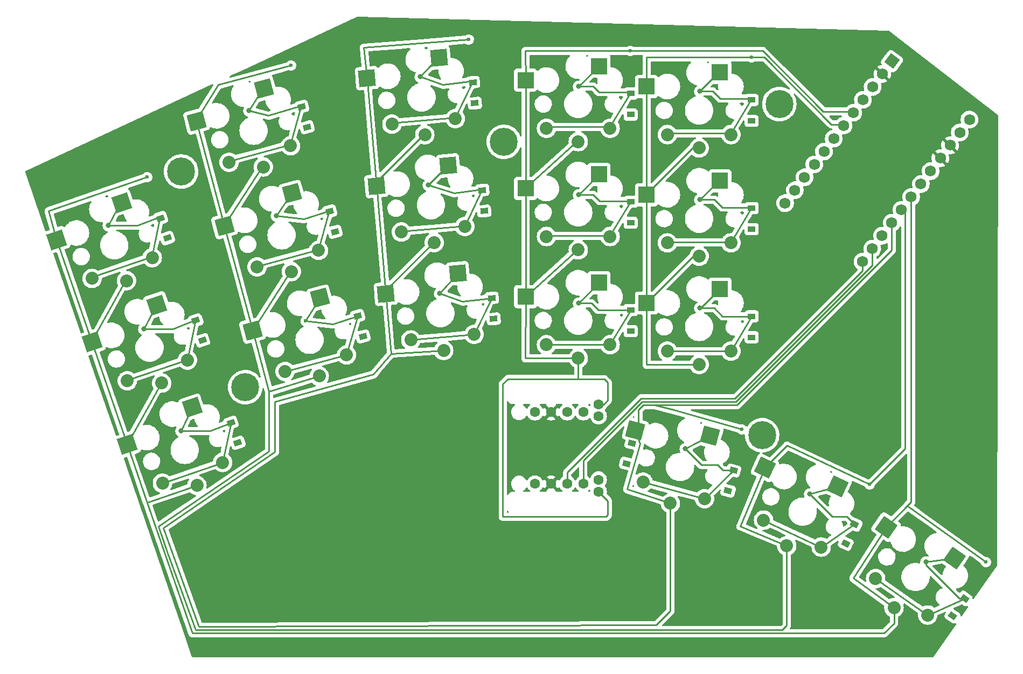
<source format=gtl>
%TF.GenerationSoftware,KiCad,Pcbnew,5.99.0-unknown-fa82fcb809~131~ubuntu20.04.1*%
%TF.CreationDate,2021-09-08T19:53:08+02:00*%
%TF.ProjectId,tuck-n-roll,7475636b-2d6e-42d7-926f-6c6c2e6b6963,VERSION_HERE*%
%TF.SameCoordinates,Original*%
%TF.FileFunction,Copper,L1,Top*%
%TF.FilePolarity,Positive*%
%FSLAX46Y46*%
G04 Gerber Fmt 4.6, Leading zero omitted, Abs format (unit mm)*
G04 Created by KiCad (PCBNEW 5.99.0-unknown-fa82fcb809~131~ubuntu20.04.1) date 2021-09-08 19:53:08*
%MOMM*%
%LPD*%
G01*
G04 APERTURE LIST*
G04 Aperture macros list*
%AMRotRect*
0 Rectangle, with rotation*
0 The origin of the aperture is its center*
0 $1 length*
0 $2 width*
0 $3 Rotation angle, in degrees counterclockwise*
0 Add horizontal line*
21,1,$1,$2,0,0,$3*%
G04 Aperture macros list end*
%TA.AperFunction,SMDPad,CuDef*%
%ADD10RotRect,2.600000X2.600000X19.000000*%
%TD*%
%TA.AperFunction,ComponentPad*%
%ADD11C,2.032000*%
%TD*%
%TA.AperFunction,ComponentPad*%
%ADD12RotRect,0.900000X1.200000X109.000000*%
%TD*%
%TA.AperFunction,SMDPad,CuDef*%
%ADD13RotRect,2.600000X2.600000X15.000000*%
%TD*%
%TA.AperFunction,ComponentPad*%
%ADD14RotRect,0.900000X1.200000X105.000000*%
%TD*%
%TA.AperFunction,SMDPad,CuDef*%
%ADD15RotRect,2.600000X2.600000X5.000000*%
%TD*%
%TA.AperFunction,ComponentPad*%
%ADD16RotRect,0.900000X1.200000X95.000000*%
%TD*%
%TA.AperFunction,SMDPad,CuDef*%
%ADD17R,2.600000X2.600000*%
%TD*%
%TA.AperFunction,ComponentPad*%
%ADD18R,1.200000X0.900000*%
%TD*%
%TA.AperFunction,SMDPad,CuDef*%
%ADD19RotRect,2.600000X2.600000X345.000000*%
%TD*%
%TA.AperFunction,ComponentPad*%
%ADD20RotRect,0.900000X1.200000X75.000000*%
%TD*%
%TA.AperFunction,SMDPad,CuDef*%
%ADD21RotRect,2.600000X2.600000X335.000000*%
%TD*%
%TA.AperFunction,ComponentPad*%
%ADD22RotRect,0.900000X1.200000X65.000000*%
%TD*%
%TA.AperFunction,SMDPad,CuDef*%
%ADD23RotRect,2.600000X2.600000X325.000000*%
%TD*%
%TA.AperFunction,ComponentPad*%
%ADD24RotRect,0.900000X1.200000X55.000000*%
%TD*%
%TA.AperFunction,ComponentPad*%
%ADD25RotRect,1.752600X1.752600X233.000000*%
%TD*%
%TA.AperFunction,ComponentPad*%
%ADD26C,1.752600*%
%TD*%
%TA.AperFunction,ComponentPad*%
%ADD27C,1.600000*%
%TD*%
%TA.AperFunction,ComponentPad*%
%ADD28C,0.700000*%
%TD*%
%TA.AperFunction,ComponentPad*%
%ADD29C,4.400000*%
%TD*%
%TA.AperFunction,ViaPad*%
%ADD30C,0.800000*%
%TD*%
%TA.AperFunction,ViaPad*%
%ADD31C,0.600000*%
%TD*%
%TA.AperFunction,Conductor*%
%ADD32C,0.250000*%
%TD*%
G04 APERTURE END LIST*
D10*
%TO.P,S1,1*%
%TO.N,pinky_bottom*%
X-4375216Y5765887D03*
%TO.P,S1,2*%
%TO.N,P4*%
X-14579706Y-74566D03*
%TD*%
D11*
%TO.P,S2,1*%
%TO.N,pinky_bottom*%
X-9025093Y-6146995D03*
%TO.P,S2,2*%
%TO.N,P4*%
X-3613807Y-6504744D03*
%TO.P,S2,1*%
%TO.N,pinky_bottom*%
X430093Y-2891314D03*
%TO.P,S2,2*%
%TO.N,P4*%
X-3613807Y-6504744D03*
%TD*%
D12*
%TO.P,D1,1*%
%TO.N,P16*%
X2803057Y199647D03*
%TO.P,D1,2*%
%TO.N,pinky_bottom*%
X1728683Y3319859D03*
%TD*%
D10*
%TO.P,S3,1*%
%TO.N,pinky_home*%
X-9909874Y21839703D03*
%TO.P,S3,2*%
%TO.N,P4*%
X-20114364Y15999250D03*
%TD*%
D11*
%TO.P,S4,1*%
%TO.N,pinky_home*%
X-14559751Y9926821D03*
%TO.P,S4,2*%
%TO.N,P4*%
X-9148465Y9569072D03*
%TO.P,S4,1*%
%TO.N,pinky_home*%
X-5104565Y13182502D03*
%TO.P,S4,2*%
%TO.N,P4*%
X-9148465Y9569072D03*
%TD*%
D12*
%TO.P,D2,1*%
%TO.N,P10*%
X-2731602Y16273463D03*
%TO.P,D2,2*%
%TO.N,pinky_home*%
X-3805976Y19393675D03*
%TD*%
D10*
%TO.P,S5,1*%
%TO.N,pinky_top*%
X-15444533Y37913518D03*
%TO.P,S5,2*%
%TO.N,P4*%
X-25649023Y32073065D03*
%TD*%
D11*
%TO.P,S6,1*%
%TO.N,pinky_top*%
X-20094410Y26000636D03*
%TO.P,S6,2*%
%TO.N,P4*%
X-14683124Y25642887D03*
%TO.P,S6,1*%
%TO.N,pinky_top*%
X-10639224Y29256317D03*
%TO.P,S6,2*%
%TO.N,P4*%
X-14683124Y25642887D03*
%TD*%
D12*
%TO.P,D3,1*%
%TO.N,P18*%
X-8266261Y32347279D03*
%TO.P,D3,2*%
%TO.N,pinky_top*%
X-9340635Y35467491D03*
%TD*%
D13*
%TO.P,S7,1*%
%TO.N,ring_bottom*%
X15714756Y22958883D03*
%TO.P,S7,2*%
%TO.N,P5*%
X5127714Y17844486D03*
%TD*%
D11*
%TO.P,S8,1*%
%TO.N,ring_bottom*%
X10245205Y11399379D03*
%TO.P,S8,2*%
%TO.N,P5*%
X15618354Y10665030D03*
%TO.P,S8,1*%
%TO.N,ring_bottom*%
X19904464Y13987569D03*
%TO.P,S8,2*%
%TO.N,P5*%
X15618354Y10665030D03*
%TD*%
D14*
%TO.P,D4,1*%
%TO.N,P16*%
X22487261Y16905471D03*
%TO.P,D4,2*%
%TO.N,ring_bottom*%
X21633159Y20093027D03*
%TD*%
D13*
%TO.P,S9,1*%
%TO.N,ring_home*%
X11314832Y39379622D03*
%TO.P,S9,2*%
%TO.N,P5*%
X727790Y34265225D03*
%TD*%
D11*
%TO.P,S10,1*%
%TO.N,ring_home*%
X5845281Y27820118D03*
%TO.P,S10,2*%
%TO.N,P5*%
X11218430Y27085769D03*
%TO.P,S10,1*%
%TO.N,ring_home*%
X15504540Y30408308D03*
%TO.P,S10,2*%
%TO.N,P5*%
X11218430Y27085769D03*
%TD*%
D14*
%TO.P,D5,1*%
%TO.N,P10*%
X18087337Y33326210D03*
%TO.P,D5,2*%
%TO.N,ring_home*%
X17233235Y36513766D03*
%TD*%
D13*
%TO.P,S11,1*%
%TO.N,ring_top*%
X6914908Y55800362D03*
%TO.P,S11,2*%
%TO.N,P5*%
X-3672134Y50685965D03*
%TD*%
D11*
%TO.P,S12,1*%
%TO.N,ring_top*%
X1445357Y44240858D03*
%TO.P,S12,2*%
%TO.N,P5*%
X6818506Y43506509D03*
%TO.P,S12,1*%
%TO.N,ring_top*%
X11104616Y46829048D03*
%TO.P,S12,2*%
%TO.N,P5*%
X6818506Y43506509D03*
%TD*%
D14*
%TO.P,D6,1*%
%TO.N,P18*%
X13687414Y49746950D03*
%TO.P,D6,2*%
%TO.N,ring_top*%
X12833312Y52934506D03*
%TD*%
D15*
%TO.P,S13,1*%
%TO.N,middle_bottom*%
X37399043Y26784174D03*
%TO.P,S13,2*%
%TO.N,P6*%
X26084737Y23585896D03*
%TD*%
D11*
%TO.P,S14,1*%
%TO.N,middle_bottom*%
X30005300Y16350061D03*
%TO.P,S14,2*%
%TO.N,P6*%
X35169301Y14693831D03*
%TO.P,S14,1*%
%TO.N,middle_bottom*%
X39967247Y17221619D03*
%TO.P,S14,2*%
%TO.N,P6*%
X35169301Y14693831D03*
%TD*%
D16*
%TO.P,D7,1*%
%TO.N,P16*%
X43017495Y19646694D03*
%TO.P,D7,2*%
%TO.N,middle_bottom*%
X42729881Y22934136D03*
%TD*%
D15*
%TO.P,S15,1*%
%TO.N,middle_home*%
X35917395Y43719484D03*
%TO.P,S15,2*%
%TO.N,P6*%
X24603089Y40521206D03*
%TD*%
D11*
%TO.P,S16,1*%
%TO.N,middle_home*%
X28523652Y33285371D03*
%TO.P,S16,2*%
%TO.N,P6*%
X33687653Y31629141D03*
%TO.P,S16,1*%
%TO.N,middle_home*%
X38485599Y34156929D03*
%TO.P,S16,2*%
%TO.N,P6*%
X33687653Y31629141D03*
%TD*%
D16*
%TO.P,D8,1*%
%TO.N,P10*%
X41535848Y36582004D03*
%TO.P,D8,2*%
%TO.N,middle_home*%
X41248234Y39869446D03*
%TD*%
D15*
%TO.P,S17,1*%
%TO.N,middle_top*%
X34435748Y60654794D03*
%TO.P,S17,2*%
%TO.N,P6*%
X23121442Y57456516D03*
%TD*%
D11*
%TO.P,S18,1*%
%TO.N,middle_top*%
X27042005Y50220681D03*
%TO.P,S18,2*%
%TO.N,P6*%
X32206006Y48564451D03*
%TO.P,S18,1*%
%TO.N,middle_top*%
X37003952Y51092239D03*
%TO.P,S18,2*%
%TO.N,P6*%
X32206006Y48564451D03*
%TD*%
D16*
%TO.P,D9,1*%
%TO.N,P18*%
X40054200Y53517314D03*
%TO.P,D9,2*%
%TO.N,middle_top*%
X39766586Y56804756D03*
%TD*%
D17*
%TO.P,S19,1*%
%TO.N,index_bottom*%
X59597091Y25340601D03*
%TO.P,S19,2*%
%TO.N,P21*%
X48047091Y23140601D03*
%TD*%
D11*
%TO.P,S20,1*%
%TO.N,index_bottom*%
X51322091Y15590601D03*
%TO.P,S20,2*%
%TO.N,P21*%
X56322091Y13490601D03*
%TO.P,S20,1*%
%TO.N,index_bottom*%
X61322091Y15590601D03*
%TO.P,S20,2*%
%TO.N,P21*%
X56322091Y13490601D03*
%TD*%
D18*
%TO.P,D10,1*%
%TO.N,P16*%
X64572091Y17740601D03*
%TO.P,D10,2*%
%TO.N,index_bottom*%
X64572091Y21040601D03*
%TD*%
D17*
%TO.P,S21,1*%
%TO.N,index_home*%
X59597091Y42340601D03*
%TO.P,S21,2*%
%TO.N,P21*%
X48047091Y40140601D03*
%TD*%
D11*
%TO.P,S22,1*%
%TO.N,index_home*%
X51322091Y32590601D03*
%TO.P,S22,2*%
%TO.N,P21*%
X56322091Y30490601D03*
%TO.P,S22,1*%
%TO.N,index_home*%
X61322091Y32590601D03*
%TO.P,S22,2*%
%TO.N,P21*%
X56322091Y30490601D03*
%TD*%
D18*
%TO.P,D11,1*%
%TO.N,P10*%
X64572091Y34740601D03*
%TO.P,D11,2*%
%TO.N,index_home*%
X64572091Y38040601D03*
%TD*%
D17*
%TO.P,S23,1*%
%TO.N,index_top*%
X59597091Y59340601D03*
%TO.P,S23,2*%
%TO.N,P21*%
X48047091Y57140601D03*
%TD*%
D11*
%TO.P,S24,1*%
%TO.N,index_top*%
X51322091Y49590601D03*
%TO.P,S24,2*%
%TO.N,P21*%
X56322091Y47490601D03*
%TO.P,S24,1*%
%TO.N,index_top*%
X61322091Y49590601D03*
%TO.P,S24,2*%
%TO.N,P21*%
X56322091Y47490601D03*
%TD*%
D18*
%TO.P,D12,1*%
%TO.N,P18*%
X64572091Y51740601D03*
%TO.P,D12,2*%
%TO.N,index_top*%
X64572091Y55040601D03*
%TD*%
D17*
%TO.P,S25,1*%
%TO.N,inner_bottom*%
X78597091Y24340601D03*
%TO.P,S25,2*%
%TO.N,P20*%
X67047091Y22140601D03*
%TD*%
D11*
%TO.P,S26,1*%
%TO.N,inner_bottom*%
X70322091Y14590601D03*
%TO.P,S26,2*%
%TO.N,P20*%
X75322091Y12490601D03*
%TO.P,S26,1*%
%TO.N,inner_bottom*%
X80322091Y14590601D03*
%TO.P,S26,2*%
%TO.N,P20*%
X75322091Y12490601D03*
%TD*%
D18*
%TO.P,D13,1*%
%TO.N,P16*%
X83572091Y16740601D03*
%TO.P,D13,2*%
%TO.N,inner_bottom*%
X83572091Y20040601D03*
%TD*%
D17*
%TO.P,S27,1*%
%TO.N,inner_home*%
X78597091Y41340601D03*
%TO.P,S27,2*%
%TO.N,P20*%
X67047091Y39140601D03*
%TD*%
D11*
%TO.P,S28,1*%
%TO.N,inner_home*%
X70322091Y31590601D03*
%TO.P,S28,2*%
%TO.N,P20*%
X75322091Y29490601D03*
%TO.P,S28,1*%
%TO.N,inner_home*%
X80322091Y31590601D03*
%TO.P,S28,2*%
%TO.N,P20*%
X75322091Y29490601D03*
%TD*%
D18*
%TO.P,D14,1*%
%TO.N,P10*%
X83572091Y33740601D03*
%TO.P,D14,2*%
%TO.N,inner_home*%
X83572091Y37040601D03*
%TD*%
D17*
%TO.P,S29,1*%
%TO.N,inner_top*%
X78597091Y58340601D03*
%TO.P,S29,2*%
%TO.N,P20*%
X67047091Y56140601D03*
%TD*%
D11*
%TO.P,S30,1*%
%TO.N,inner_top*%
X70322091Y48590601D03*
%TO.P,S30,2*%
%TO.N,P20*%
X75322091Y46490601D03*
%TO.P,S30,1*%
%TO.N,inner_top*%
X80322091Y48590601D03*
%TO.P,S30,2*%
%TO.N,P20*%
X75322091Y46490601D03*
%TD*%
D18*
%TO.P,D15,1*%
%TO.N,P18*%
X83572091Y50740601D03*
%TO.P,D15,2*%
%TO.N,inner_top*%
X83572091Y54040601D03*
%TD*%
D19*
%TO.P,S31,1*%
%TO.N,near_thumb*%
X77025471Y1290227D03*
%TO.P,S31,2*%
%TO.N,P6*%
X65299626Y2154550D03*
%TD*%
D11*
%TO.P,S32,1*%
%TO.N,near_thumb*%
X66508949Y-5985822D03*
%TO.P,S32,2*%
%TO.N,P6*%
X70795059Y-9308361D03*
%TO.P,S32,1*%
%TO.N,near_thumb*%
X76168208Y-8574012D03*
%TO.P,S32,2*%
%TO.N,P6*%
X70795059Y-9308361D03*
%TD*%
D20*
%TO.P,D16,1*%
%TO.N,P7*%
X79863928Y-7338434D03*
%TO.P,D16,2*%
%TO.N,near_thumb*%
X80718030Y-4150878D03*
%TD*%
D21*
%TO.P,S33,1*%
%TO.N,home_thumb*%
X97065240Y-6611159D03*
%TO.P,S33,2*%
%TO.N,P5*%
X85667625Y-3723796D03*
%TD*%
D11*
%TO.P,S34,1*%
%TO.N,home_thumb*%
X85445015Y-11950494D03*
%TO.P,S34,2*%
%TO.N,P5*%
X89089055Y-15966832D03*
%TO.P,S34,1*%
%TO.N,home_thumb*%
X94508093Y-16176677D03*
%TO.P,S34,2*%
%TO.N,P5*%
X89089055Y-15966832D03*
%TD*%
D22*
%TO.P,D17,1*%
%TO.N,P7*%
X98362222Y-15601625D03*
%TO.P,D17,2*%
%TO.N,home_thumb*%
X99756862Y-12610809D03*
%TD*%
D23*
%TO.P,S35,1*%
%TO.N,far_thumb*%
X115428498Y-17872375D03*
%TO.P,S35,2*%
%TO.N,P4*%
X104705423Y-13049702D03*
%TD*%
D11*
%TO.P,S36,1*%
%TO.N,far_thumb*%
X103057644Y-21112763D03*
%TO.P,S36,2*%
%TO.N,P4*%
X105948894Y-25700864D03*
%TO.P,S36,1*%
%TO.N,far_thumb*%
X111249165Y-26848527D03*
%TO.P,S36,2*%
%TO.N,P4*%
X105948894Y-25700864D03*
%TD*%
D24*
%TO.P,D18,1*%
%TO.N,P7*%
X115144598Y-26951474D03*
%TO.P,D18,2*%
%TO.N,far_thumb*%
X117037400Y-24248272D03*
%TD*%
D25*
%TO.P,MCU1,1*%
%TO.N,RAW*%
X105643844Y60133370D03*
D26*
%TO.P,MCU1,2*%
%TO.N,GND*%
X104115234Y58104835D03*
%TO.P,MCU1,3*%
%TO.N,RST*%
X102586624Y56076301D03*
%TO.P,MCU1,4*%
%TO.N,VCC*%
X101058014Y54047767D03*
%TO.P,MCU1,5*%
%TO.N,P21*%
X99529404Y52019233D03*
%TO.P,MCU1,6*%
%TO.N,P20*%
X98000793Y49990699D03*
%TO.P,MCU1,7*%
%TO.N,P19*%
X96472183Y47962164D03*
%TO.P,MCU1,8*%
%TO.N,P18*%
X94943573Y45933630D03*
%TO.P,MCU1,9*%
%TO.N,P15*%
X93414963Y43905096D03*
%TO.P,MCU1,10*%
%TO.N,P14*%
X91886353Y41876562D03*
%TO.P,MCU1,11*%
%TO.N,P16*%
X90357743Y39848028D03*
%TO.P,MCU1,12*%
%TO.N,P10*%
X88829133Y37819493D03*
%TO.P,MCU1,13*%
%TO.N,P1*%
X117815049Y50961709D03*
%TO.P,MCU1,14*%
%TO.N,P0*%
X116286439Y48933174D03*
%TO.P,MCU1,15*%
%TO.N,GND*%
X114757829Y46904640D03*
%TO.P,MCU1,16*%
X113229219Y44876106D03*
%TO.P,MCU1,17*%
%TO.N,P2*%
X111700609Y42847572D03*
%TO.P,MCU1,18*%
%TO.N,P3*%
X110171999Y40819038D03*
%TO.P,MCU1,19*%
%TO.N,P4*%
X108643389Y38790503D03*
%TO.P,MCU1,20*%
%TO.N,P5*%
X107114778Y36761969D03*
%TO.P,MCU1,21*%
%TO.N,P6*%
X105586168Y34733435D03*
%TO.P,MCU1,22*%
%TO.N,P7*%
X104057558Y32704901D03*
%TO.P,MCU1,23*%
%TO.N,P8*%
X102528948Y30676367D03*
%TO.P,MCU1,24*%
%TO.N,P9*%
X101000338Y28647832D03*
%TD*%
D27*
%TO.P,REF\u002A\u002A,S1*%
%TO.N,P21*%
X59522091Y6240601D03*
%TO.P,REF\u002A\u002A,S2*%
%TO.N,enc_diode*%
X59522091Y4390601D03*
%TO.P,REF\u002A\u002A,A*%
%TO.N,P8*%
X57132091Y5015601D03*
%TO.P,REF\u002A\u002A,B*%
%TO.N,P9*%
X54592091Y5015601D03*
%TO.P,REF\u002A\u002A,C*%
%TO.N,GND*%
X52052091Y5015601D03*
%TO.P,REF\u002A\u002A,D*%
%TO.N,N/C*%
X49512091Y5015601D03*
%TO.P,REF\u002A\u002A,S1*%
%TO.N,P21*%
X59522091Y-7459399D03*
%TO.P,REF\u002A\u002A,S2*%
%TO.N,enc_diode*%
X59522091Y-5609399D03*
%TO.P,REF\u002A\u002A,A*%
%TO.N,P8*%
X57132091Y-6234399D03*
%TO.P,REF\u002A\u002A,B*%
%TO.N,P9*%
X54592091Y-6234399D03*
%TO.P,REF\u002A\u002A,C*%
%TO.N,GND*%
X52052091Y-6234399D03*
%TO.P,REF\u002A\u002A,D*%
%TO.N,N/C*%
X49512091Y-6234399D03*
%TD*%
D20*
%TO.P,D19,1*%
%TO.N,P7*%
X63926152Y-3067920D03*
%TO.P,D19,2*%
%TO.N,enc_diode*%
X64780254Y119636D03*
%TD*%
D28*
%TO.P,HOLE1,1*%
%TO.N,N/C*%
X86388817Y223875D03*
D29*
X85222091Y1390601D03*
D28*
X85222091Y-259399D03*
X86388817Y2557327D03*
X83572091Y1390601D03*
X84055365Y2557327D03*
X84055365Y223875D03*
X86872091Y1390601D03*
X85222091Y3040601D03*
%TD*%
%TO.P,HOLE2,1*%
%TO.N,N/C*%
X89088817Y52223875D03*
D29*
X87922091Y53390601D03*
D28*
X87922091Y51740601D03*
X89088817Y54557327D03*
X86272091Y53390601D03*
X86755365Y54557327D03*
X86755365Y52223875D03*
X89572091Y53390601D03*
X87922091Y55040601D03*
%TD*%
%TO.P,HOLE3,1*%
%TO.N,N/C*%
X5465155Y8184650D03*
D29*
X3982145Y8907962D03*
D28*
X4519332Y7347856D03*
X4705457Y10390972D03*
X2422039Y8370775D03*
X2499135Y9631274D03*
X3258833Y7424952D03*
X5542251Y9445149D03*
X3444958Y10468068D03*
%TD*%
%TO.P,HOLE4,1*%
%TO.N,N/C*%
X-4609123Y42049808D03*
D29*
X-6092133Y42773120D03*
D28*
X-5554946Y41213014D03*
X-5368821Y44256130D03*
X-7652239Y42235933D03*
X-7575143Y43496432D03*
X-6815445Y41290110D03*
X-4532027Y43310307D03*
X-6629320Y44333226D03*
%TD*%
%TO.P,HOLE5,1*%
%TO.N,N/C*%
X45788817Y46273875D03*
D29*
X44622091Y47440601D03*
D28*
X44622091Y45790601D03*
X45788817Y48607327D03*
X42972091Y47440601D03*
X43455365Y48607327D03*
X43455365Y46273875D03*
X46272091Y47440601D03*
X44622091Y49090601D03*
%TD*%
D30*
%TO.N,pinky_bottom*%
X-6096000Y2032000D03*
D31*
%TO.N,P4*%
X-11430000Y41910000D03*
X120396000Y-18542000D03*
D30*
%TO.N,pinky_home*%
X-11938000Y18034000D03*
%TO.N,pinky_top*%
X-17526000Y34290000D03*
D31*
%TO.N,ring_bottom*%
X13462000Y19304000D03*
%TO.N,P5*%
X11176000Y59436000D03*
X102108000Y-6350000D03*
D30*
%TO.N,ring_home*%
X8890000Y35814000D03*
%TO.N,ring_top*%
X4572000Y52324000D03*
%TO.N,middle_bottom*%
X34544000Y23622000D03*
D31*
%TO.N,P6*%
X82042000Y2286000D03*
X39116000Y63500000D03*
D30*
%TO.N,middle_home*%
X32766000Y40640000D03*
%TO.N,middle_top*%
X31496000Y57658000D03*
%TO.N,index_bottom*%
X56388000Y22098000D03*
D31*
%TO.N,P21*%
X64516000Y61722000D03*
D30*
%TO.N,index_home*%
X56388000Y39116000D03*
%TO.N,index_top*%
X56388000Y56134000D03*
%TO.N,inner_bottom*%
X75438000Y21336000D03*
D31*
%TO.N,P20*%
X83566000Y60706000D03*
D30*
%TO.N,inner_home*%
X75438000Y38354000D03*
%TO.N,inner_top*%
X75438000Y55372000D03*
%TO.N,near_thumb*%
X73152000Y-762000D03*
%TO.N,home_thumb*%
X92710000Y-7874000D03*
%TO.N,far_thumb*%
X110998000Y-18542000D03*
%TD*%
D32*
%TO.N,pinky_bottom*%
X-9025093Y-6146995D02*
X430093Y-2891314D01*
X-1524000Y2032000D02*
X1728683Y3319859D01*
X-4375216Y5765887D02*
X-6096000Y2032000D01*
X430093Y-2891314D02*
X1728683Y3319859D01*
X-6096000Y2032000D02*
X-1524000Y2032000D01*
%TO.N,P4*%
X108026563Y-9728563D02*
X108643389Y-9111736D01*
X108643389Y-9111736D02*
X108643389Y38990503D01*
X-25714136Y32262169D02*
X-26924000Y36576000D01*
X99568000Y-21082000D02*
X104705423Y-13049702D01*
X-25714136Y32262169D02*
X-20146921Y16093801D01*
X-3613807Y-6504744D02*
X-11477022Y-9191022D01*
X-26924000Y36576000D02*
X-11430000Y41910000D01*
X-11477022Y-9191022D02*
X-4318000Y-29718000D01*
X-14579706Y-74566D02*
X-9181022Y9663623D01*
X120396000Y-18542000D02*
X108026563Y-9728563D01*
X-20146921Y16093801D02*
X-14579706Y-74566D01*
X105948894Y-25700864D02*
X99568000Y-21082000D01*
X105948894Y-28163106D02*
X105948894Y-25700864D01*
X-20146921Y16093801D02*
X-14748237Y25831991D01*
X104705423Y-13049702D02*
X108026563Y-9728563D01*
X-14579706Y-74566D02*
X-11477022Y-9191022D01*
X-4318000Y-29718000D02*
X104394000Y-29718000D01*
X104394000Y-29718000D02*
X105948894Y-28163106D01*
%TO.N,pinky_home*%
X-14592308Y10021372D02*
X-5137122Y13277053D01*
X-7366000Y18034000D02*
X-3838533Y19488227D01*
X-5137122Y13277053D02*
X-3838533Y19488227D01*
X-11938000Y18034000D02*
X-9942431Y21934254D01*
X-11938000Y18034000D02*
X-7366000Y18034000D01*
%TO.N,pinky_top*%
X-15509646Y38102622D02*
X-17526000Y34290000D01*
X-17526000Y34290000D02*
X-12954000Y34290000D01*
X-10704337Y29445421D02*
X-9405748Y35656594D01*
X-20159523Y26189740D02*
X-10704337Y29445421D01*
X-12954000Y34290000D02*
X-9405748Y35656594D01*
%TO.N,ring_bottom*%
X10245205Y11399379D02*
X19904464Y13987569D01*
X13462000Y19304000D02*
X17780000Y18796000D01*
X19904464Y13987569D02*
X21633159Y20093027D01*
X15714756Y22958883D02*
X13462000Y19304000D01*
X17780000Y18796000D02*
X21633159Y20093027D01*
%TO.N,P5*%
X85667625Y-3723796D02*
X89145710Y-245710D01*
X107696000Y-762000D02*
X107696000Y36380747D01*
X-3723897Y50879150D02*
X701908Y34361818D01*
X701908Y34361818D02*
X5127714Y17844486D01*
X89089055Y-28512945D02*
X89089055Y-15966832D01*
X-9652000Y-12954000D02*
X-8132658Y-17415263D01*
X81788000Y-12954000D02*
X85667625Y-3723796D01*
X5127714Y17844486D02*
X11192548Y27182362D01*
X-3810000Y-29210000D02*
X88392000Y-29210000D01*
X15618354Y10665030D02*
X7714839Y8222839D01*
X89089055Y-15966832D02*
X81788000Y-12954000D01*
X7714839Y8222839D02*
X7714839Y-1175161D01*
X11176000Y59436000D02*
X-254000Y56388000D01*
X-254000Y56388000D02*
X-3723897Y50879150D01*
X88392000Y-29210000D02*
X89089055Y-28512945D01*
X102108000Y-6350000D02*
X107696000Y-762000D01*
X-8075849Y-17578151D02*
X-3810000Y-29210000D01*
X89145710Y-245710D02*
X102108000Y-6350000D01*
X107696000Y36380747D02*
X107114778Y36961969D01*
X-8132658Y-17415263D02*
X-8075849Y-17578151D01*
X5127714Y17844486D02*
X7714839Y8222839D01*
X701908Y34361818D02*
X6766743Y43699694D01*
X7714839Y-1175161D02*
X-9652000Y-12954000D01*
%TO.N,ring_home*%
X8890000Y35814000D02*
X11288950Y39476215D01*
X13208000Y35306000D02*
X17207353Y36610359D01*
X8890000Y35814000D02*
X13208000Y35306000D01*
X15478658Y30504901D02*
X17207353Y36610359D01*
X15478658Y30504901D02*
X5819399Y27916711D01*
%TO.N,ring_top*%
X11052853Y47022233D02*
X12781548Y53127691D01*
X1393594Y44434043D02*
X11052853Y47022233D01*
X6863145Y55993547D02*
X4572000Y52324000D01*
X4572000Y52324000D02*
X7620000Y51562000D01*
X7620000Y51562000D02*
X12781548Y53127691D01*
%TO.N,middle_bottom*%
X38100000Y22352000D02*
X42729881Y22934136D01*
X37399043Y26784174D02*
X34544000Y23622000D01*
X39967247Y17221619D02*
X42729881Y22934136D01*
X30005300Y16350061D02*
X39967247Y17221619D01*
X34544000Y23622000D02*
X38100000Y22352000D01*
%TO.N,P6*%
X-3302000Y-28702000D02*
X68580000Y-28448000D01*
X70795059Y-26232941D02*
X70795059Y-9308361D01*
X8636000Y-1270000D02*
X-8890000Y-13208000D01*
X35169301Y14693831D02*
X26879305Y14179305D01*
X64008000Y-7112000D02*
X66040000Y0D01*
X66548000Y6096000D02*
X81280000Y6096000D01*
X26084737Y23585896D02*
X26879305Y14179305D01*
X65299626Y2154550D02*
X65786000Y2640924D01*
X26084737Y23585896D02*
X26084737Y24134559D01*
X24594374Y40620825D02*
X26084737Y23585896D01*
X24594374Y41169489D02*
X32188575Y48763690D01*
X-8890000Y-13208000D02*
X-3302000Y-28702000D01*
X68326000Y6096000D02*
X71374000Y5334000D01*
X65786000Y5334000D02*
X66548000Y6096000D01*
X71374000Y5334000D02*
X82042000Y2286000D01*
X70795059Y-9308361D02*
X64008000Y-7112000D01*
X22606000Y62230000D02*
X23104011Y57655755D01*
X26879305Y14179305D02*
X24130000Y10922000D01*
X8636000Y6604000D02*
X8636000Y-1270000D01*
X65786000Y2640924D02*
X65786000Y5334000D01*
X81280000Y6096000D02*
X105586168Y30402168D01*
X68580000Y-28448000D02*
X70795059Y-26232941D01*
X24130000Y10922000D02*
X8636000Y6604000D01*
X105586168Y30402168D02*
X105586168Y34933435D01*
X39116000Y63500000D02*
X22606000Y62230000D01*
X23104011Y57655755D02*
X24594374Y40620825D01*
X26084737Y24134559D02*
X33678938Y31728760D01*
X66040000Y0D02*
X65299626Y2154550D01*
X24594374Y40620825D02*
X24594374Y41169489D01*
%TO.N,middle_home*%
X28514937Y33384990D02*
X38476884Y34256548D01*
X32766000Y40640000D02*
X35908680Y43819103D01*
X32766000Y40640000D02*
X36830000Y39370000D01*
X36830000Y39370000D02*
X41239518Y39969065D01*
X38476884Y34256548D02*
X41239518Y39969065D01*
%TO.N,middle_top*%
X34418317Y60854033D02*
X31496000Y57658000D01*
X27024574Y50419920D02*
X36986521Y51291478D01*
X35052000Y56388000D02*
X39749155Y57003995D01*
X31496000Y57658000D02*
X35052000Y56388000D01*
X36986521Y51291478D02*
X39749155Y57003995D01*
%TO.N,index_bottom*%
X51322091Y15590601D02*
X61322091Y15590601D01*
X59597091Y25340601D02*
X59597091Y25307091D01*
X59477399Y21040601D02*
X64572091Y21040601D01*
X56388000Y22098000D02*
X58420000Y22098000D01*
X58420000Y22098000D02*
X59477399Y21040601D01*
X59597091Y25307091D02*
X56388000Y22098000D01*
X61322091Y15590601D02*
X64572091Y21040601D01*
%TO.N,P21*%
X60960000Y6858000D02*
X60960000Y9652000D01*
X48047091Y40240601D02*
X56322091Y47690601D01*
X60960000Y9652000D02*
X60452000Y10160000D01*
X56388000Y10160000D02*
X56322091Y10225909D01*
X94846767Y52219233D02*
X99529404Y52219233D01*
X45277909Y10225909D02*
X44450000Y9398000D01*
X64516000Y61722000D02*
X48006000Y61722000D01*
X60452000Y10160000D02*
X56388000Y10160000D01*
X56322091Y10225909D02*
X45277909Y10225909D01*
X60960000Y-8897308D02*
X59522091Y-7459399D01*
X64516000Y61722000D02*
X85344000Y61722000D01*
X60342601Y6240601D02*
X60960000Y6858000D01*
X48047091Y40240601D02*
X48047091Y23140601D01*
X48047091Y57340601D02*
X48047091Y40240601D01*
X48047091Y23140601D02*
X56322091Y30590601D01*
X85344000Y61722000D02*
X94846767Y52219233D01*
X48006000Y61722000D02*
X48047091Y57340601D01*
X56322091Y13490601D02*
X48006000Y13462000D01*
X44450000Y-11430000D02*
X60706000Y-11430000D01*
X60960000Y-11176000D02*
X60960000Y-8897308D01*
X56322091Y10225909D02*
X56322091Y13490601D01*
X60706000Y-11430000D02*
X60960000Y-11176000D01*
X59522091Y6240601D02*
X60342601Y6240601D01*
X48006000Y13462000D02*
X48047091Y23140601D01*
X44450000Y9398000D02*
X44450000Y-11430000D01*
%TO.N,index_home*%
X56388000Y39116000D02*
X59597091Y42325091D01*
X51322091Y32690601D02*
X61322091Y32690601D01*
X56388000Y39116000D02*
X58674000Y39116000D01*
X59597091Y42325091D02*
X59597091Y42440601D01*
X61322091Y32690601D02*
X64572091Y38140601D01*
X58674000Y39116000D02*
X59649399Y38140601D01*
X59649399Y38140601D02*
X64572091Y38140601D01*
%TO.N,index_top*%
X51322091Y49790601D02*
X61322091Y49790601D01*
X56388000Y56134000D02*
X58674000Y56134000D01*
X58674000Y56134000D02*
X59567399Y55240601D01*
X61322091Y49790601D02*
X64572091Y55240601D01*
X59597091Y59343091D02*
X56388000Y56134000D01*
X59597091Y59540601D02*
X59597091Y59343091D01*
X59567399Y55240601D02*
X64572091Y55240601D01*
%TO.N,inner_bottom*%
X75592490Y21336000D02*
X75438000Y21336000D01*
X79019399Y20040601D02*
X83572091Y20040601D01*
X78597091Y24340601D02*
X75592490Y21336000D01*
X80322091Y14590601D02*
X83572091Y20040601D01*
X75438000Y21336000D02*
X77724000Y21336000D01*
X70322091Y14590601D02*
X80322091Y14590601D01*
X77724000Y21336000D02*
X79019399Y20040601D01*
%TO.N,P20*%
X74497091Y29590601D02*
X75322091Y29590601D01*
X74497091Y46690601D02*
X75322091Y46690601D01*
X67047091Y39240601D02*
X67047091Y22140601D01*
X67047091Y56340601D02*
X67047091Y39240601D01*
X67047091Y22140601D02*
X74497091Y29590601D01*
X67056000Y12446000D02*
X75322091Y12490601D01*
X85598000Y60706000D02*
X96113301Y50190699D01*
X67056000Y60706000D02*
X67047091Y56340601D01*
X83566000Y60706000D02*
X85598000Y60706000D01*
X67047091Y39240601D02*
X74497091Y46690601D01*
X83566000Y60706000D02*
X67056000Y60706000D01*
X96113301Y50190699D02*
X98000793Y50190699D01*
X67047091Y22140601D02*
X67056000Y12446000D01*
%TO.N,inner_home*%
X78937399Y37140601D02*
X83572091Y37140601D01*
X80322091Y31690601D02*
X83572091Y37140601D01*
X77724000Y38354000D02*
X78937399Y37140601D01*
X78597091Y41440601D02*
X78524601Y41440601D01*
X70322091Y31690601D02*
X80322091Y31690601D01*
X75438000Y38354000D02*
X77724000Y38354000D01*
X78524601Y41440601D02*
X75438000Y38354000D01*
%TO.N,inner_top*%
X78601399Y54240601D02*
X83572091Y54240601D01*
X80322091Y48790601D02*
X70322091Y48790601D01*
X75438000Y55372000D02*
X78597091Y58531091D01*
X80322091Y48790601D02*
X83572091Y54240601D01*
X75438000Y55372000D02*
X77470000Y55372000D01*
X77470000Y55372000D02*
X78601399Y54240601D01*
X78597091Y58531091D02*
X78597091Y58540601D01*
%TO.N,near_thumb*%
X76168208Y-8574012D02*
X66508949Y-5985822D01*
X73152000Y-762000D02*
X75692000Y-3302000D01*
X75692000Y-3302000D02*
X78232000Y-3302000D01*
X77025471Y1290227D02*
X73152000Y-762000D01*
X78232000Y-3302000D02*
X79080878Y-4150878D01*
X76168208Y-8574012D02*
X80718030Y-4150878D01*
X79080878Y-4150878D02*
X80718030Y-4150878D01*
%TO.N,home_thumb*%
X92710000Y-7874000D02*
X96266000Y-11430000D01*
X96266000Y-11430000D02*
X98576053Y-11430000D01*
X94508093Y-16176677D02*
X85445015Y-11950494D01*
X98576053Y-11430000D02*
X99756862Y-12610809D01*
X94508093Y-16176677D02*
X99756862Y-12610809D01*
X92710000Y-7874000D02*
X97065240Y-6611159D01*
%TO.N,far_thumb*%
X111249165Y-26848527D02*
X103057644Y-21112763D01*
X111249165Y-26848527D02*
X117037400Y-24248272D01*
X115428498Y-17872375D02*
X110998000Y-18542000D01*
X116196272Y-24248272D02*
X110998000Y-19050000D01*
X110998000Y-19050000D02*
X110998000Y-18542000D01*
X117037400Y-24248272D02*
X116196272Y-24248272D01*
%TO.N,P8*%
X81085896Y6662490D02*
X102528948Y28105542D01*
X57132091Y-6234399D02*
X57132091Y-2557909D01*
X57132091Y-2557909D02*
X66352490Y6662490D01*
X102528948Y28105542D02*
X102528948Y30876367D01*
X66352490Y6662490D02*
X81085896Y6662490D01*
%TO.N,P9*%
X54592091Y-6234399D02*
X54592091Y-4462205D01*
X101000338Y27212634D02*
X101000338Y28847832D01*
X54592091Y-4462205D02*
X66224786Y7170490D01*
X80958194Y7170490D02*
X101000338Y27212634D01*
X66224786Y7170490D02*
X80958194Y7170490D01*
%TD*%
%TA.AperFunction,Conductor*%
%TO.N,GND*%
G36*
X105096305Y64888387D02*
G01*
X105115628Y64886378D01*
X105122742Y64885078D01*
X105177052Y64860897D01*
X122264459Y51679184D01*
X122306178Y51621739D01*
X122313497Y51579181D01*
X122179121Y-19011467D01*
X122179097Y-19023845D01*
X122177558Y-19043238D01*
X122176093Y-19052525D01*
X122154845Y-19105163D01*
X118524866Y-24289311D01*
X118469409Y-24333639D01*
X118398790Y-24340948D01*
X118335429Y-24308917D01*
X118299444Y-24247716D01*
X118295719Y-24221107D01*
X118293215Y-24143563D01*
X118293215Y-24143561D01*
X118292925Y-24134591D01*
X118247552Y-23996181D01*
X118165155Y-23876069D01*
X118118093Y-23834869D01*
X118115316Y-23832925D01*
X118115309Y-23832919D01*
X117059048Y-23093317D01*
X117059047Y-23093316D01*
X117056253Y-23091360D01*
X117001442Y-23061228D01*
X116993791Y-23059257D01*
X116993790Y-23059256D01*
X116869084Y-23027121D01*
X116860391Y-23024881D01*
X116791052Y-23027121D01*
X116723783Y-23029294D01*
X116723782Y-23029294D01*
X116714810Y-23029584D01*
X116576400Y-23074957D01*
X116456287Y-23157353D01*
X116415088Y-23204415D01*
X116413137Y-23207202D01*
X116350167Y-23297131D01*
X116294710Y-23341459D01*
X116224090Y-23348768D01*
X116157859Y-23313955D01*
X115719346Y-22875442D01*
X115685320Y-22813130D01*
X115690385Y-22742315D01*
X115732932Y-22685479D01*
X115793303Y-22661261D01*
X115956902Y-22641463D01*
X116221794Y-22571970D01*
X116225754Y-22570330D01*
X116225759Y-22570328D01*
X116348298Y-22519570D01*
X116474803Y-22467170D01*
X116711249Y-22329002D01*
X116926756Y-22160023D01*
X117117336Y-21963360D01*
X117119869Y-21959912D01*
X117119873Y-21959907D01*
X117276924Y-21746107D01*
X117279462Y-21742652D01*
X117293671Y-21716483D01*
X117408085Y-21505759D01*
X117408086Y-21505757D01*
X117410135Y-21501983D01*
X117493869Y-21280387D01*
X117505418Y-21249824D01*
X117505419Y-21249820D01*
X117506936Y-21245806D01*
X117536278Y-21117693D01*
X117567116Y-20983046D01*
X117567117Y-20983042D01*
X117568074Y-20978862D01*
X117568743Y-20971372D01*
X117592198Y-20708556D01*
X117592198Y-20708554D01*
X117592418Y-20706090D01*
X117592860Y-20663929D01*
X117586664Y-20573042D01*
X117574526Y-20394984D01*
X117574525Y-20394978D01*
X117574234Y-20390707D01*
X117518699Y-20122541D01*
X117427284Y-19864394D01*
X117301680Y-19621041D01*
X117291707Y-19606850D01*
X117146675Y-19400491D01*
X117144212Y-19396986D01*
X117034889Y-19279340D01*
X116960713Y-19199517D01*
X116960710Y-19199514D01*
X116957792Y-19196374D01*
X116890211Y-19141059D01*
X116850165Y-19082436D01*
X116848172Y-19011467D01*
X116866804Y-18971285D01*
X117681233Y-17808159D01*
X117681234Y-17808157D01*
X117683192Y-17805361D01*
X117695403Y-17783149D01*
X117709517Y-17757477D01*
X117709518Y-17757476D01*
X117713325Y-17750550D01*
X117742048Y-17639081D01*
X117778415Y-17578108D01*
X117841975Y-17546474D01*
X117912547Y-17554225D01*
X117937178Y-17567907D01*
X118239265Y-17783149D01*
X119584855Y-18741905D01*
X119628725Y-18797722D01*
X119631290Y-18804731D01*
X119657418Y-18883273D01*
X119661065Y-18889295D01*
X119661066Y-18889297D01*
X119742551Y-19023845D01*
X119751380Y-19038424D01*
X119756269Y-19043487D01*
X119756270Y-19043488D01*
X119831053Y-19120927D01*
X119877382Y-19168902D01*
X120029159Y-19268222D01*
X120035763Y-19270678D01*
X120035765Y-19270679D01*
X120192558Y-19328990D01*
X120192560Y-19328990D01*
X120199168Y-19331448D01*
X120282995Y-19342633D01*
X120371980Y-19354507D01*
X120371984Y-19354507D01*
X120378961Y-19355438D01*
X120385972Y-19354800D01*
X120385976Y-19354800D01*
X120528459Y-19341832D01*
X120559600Y-19338998D01*
X120566302Y-19336820D01*
X120566304Y-19336820D01*
X120725409Y-19285124D01*
X120725412Y-19285123D01*
X120732108Y-19282947D01*
X120830920Y-19224043D01*
X120881860Y-19193677D01*
X120881862Y-19193676D01*
X120887912Y-19190069D01*
X121019266Y-19064982D01*
X121119643Y-18913902D01*
X121184055Y-18744338D01*
X121187371Y-18720746D01*
X121208748Y-18568639D01*
X121208748Y-18568636D01*
X121209299Y-18564717D01*
X121209452Y-18553738D01*
X121209561Y-18545962D01*
X121209561Y-18545957D01*
X121209616Y-18542000D01*
X121189397Y-18361745D01*
X121176053Y-18323427D01*
X121132064Y-18197106D01*
X121132062Y-18197103D01*
X121129745Y-18190448D01*
X121126009Y-18184469D01*
X121037359Y-18042598D01*
X121033626Y-18036624D01*
X121007956Y-18010774D01*
X120910778Y-17912915D01*
X120910774Y-17912912D01*
X120905815Y-17907918D01*
X120752666Y-17810727D01*
X120665900Y-17779831D01*
X120588425Y-17752243D01*
X120588420Y-17752242D01*
X120581790Y-17749881D01*
X120574802Y-17749048D01*
X120574799Y-17749047D01*
X120444567Y-17733518D01*
X120401680Y-17728404D01*
X120394675Y-17729140D01*
X120387631Y-17729091D01*
X120387651Y-17726191D01*
X120330612Y-17715754D01*
X120314175Y-17705838D01*
X110927339Y-11017556D01*
X109125211Y-9733509D01*
X109081340Y-9677690D01*
X109074611Y-9607013D01*
X109109232Y-9541798D01*
X109119524Y-9531506D01*
X109122004Y-9528309D01*
X109129709Y-9519287D01*
X109154548Y-9492836D01*
X109159975Y-9487057D01*
X109163794Y-9480111D01*
X109163796Y-9480108D01*
X109169737Y-9469302D01*
X109180588Y-9452783D01*
X109188147Y-9443037D01*
X109193003Y-9436777D01*
X109196148Y-9429508D01*
X109196151Y-9429504D01*
X109210563Y-9396199D01*
X109215780Y-9385549D01*
X109237084Y-9346796D01*
X109242122Y-9327173D01*
X109248526Y-9308470D01*
X109253422Y-9297155D01*
X109256570Y-9289881D01*
X109263486Y-9246217D01*
X109265893Y-9234596D01*
X109274917Y-9199447D01*
X109274917Y-9199446D01*
X109276889Y-9191766D01*
X109276889Y-9171505D01*
X109278440Y-9151794D01*
X109280368Y-9139621D01*
X109281608Y-9131793D01*
X109277448Y-9087782D01*
X109276889Y-9075925D01*
X109276889Y37480143D01*
X109296891Y37548264D01*
X109345884Y37591891D01*
X109345810Y37592015D01*
X109346453Y37592398D01*
X109347461Y37593296D01*
X109350253Y37594664D01*
X109350257Y37594666D01*
X109354896Y37596939D01*
X109540282Y37729173D01*
X109701582Y37889911D01*
X109733758Y37934688D01*
X109831444Y38070634D01*
X109834462Y38074834D01*
X109854051Y38114468D01*
X109933062Y38274335D01*
X109933063Y38274337D01*
X109935356Y38278977D01*
X109985978Y38445595D01*
X110000051Y38491913D01*
X110000051Y38491914D01*
X110001553Y38496857D01*
X110004328Y38517932D01*
X110030839Y38719302D01*
X110030840Y38719311D01*
X110031276Y38722624D01*
X110031358Y38725976D01*
X110032853Y38787138D01*
X110032853Y38787143D01*
X110032935Y38790503D01*
X110023377Y38906762D01*
X110014700Y39012301D01*
X110014699Y39012307D01*
X110014276Y39017452D01*
X109984586Y39135653D01*
X109960061Y39233295D01*
X109960060Y39233299D01*
X109958802Y39238306D01*
X109949000Y39260850D01*
X109940182Y39331297D01*
X109970850Y39395328D01*
X110031267Y39432614D01*
X110069165Y39437005D01*
X110168967Y39433345D01*
X110229870Y39431111D01*
X110229874Y39431111D01*
X110235033Y39430922D01*
X110240153Y39431578D01*
X110240155Y39431578D01*
X110312343Y39440826D01*
X110460902Y39459857D01*
X110465851Y39461342D01*
X110465857Y39461343D01*
X110592203Y39499249D01*
X110679012Y39525293D01*
X110883506Y39625474D01*
X110887710Y39628472D01*
X110887714Y39628475D01*
X110967706Y39685533D01*
X111068892Y39757708D01*
X111230192Y39918446D01*
X111263509Y39964811D01*
X111360054Y40099169D01*
X111363072Y40103369D01*
X111365744Y40108774D01*
X111461672Y40302870D01*
X111461673Y40302872D01*
X111463966Y40307512D01*
X111522994Y40501795D01*
X111528661Y40520448D01*
X111528661Y40520449D01*
X111530163Y40525392D01*
X111532243Y40541188D01*
X111559449Y40747837D01*
X111559450Y40747844D01*
X111559886Y40751159D01*
X111561174Y40803862D01*
X111561463Y40815673D01*
X111561463Y40815678D01*
X111561545Y40819038D01*
X111551892Y40936450D01*
X111543310Y41040836D01*
X111543309Y41040842D01*
X111542886Y41045987D01*
X111509305Y41179682D01*
X111488671Y41261830D01*
X111488670Y41261834D01*
X111487412Y41266841D01*
X111477612Y41289380D01*
X111468791Y41359826D01*
X111499457Y41423858D01*
X111559873Y41461146D01*
X111597778Y41465538D01*
X111758479Y41459645D01*
X111758484Y41459645D01*
X111763643Y41459456D01*
X111768763Y41460112D01*
X111768765Y41460112D01*
X111859775Y41471771D01*
X111989512Y41488391D01*
X111994461Y41489876D01*
X111994467Y41489877D01*
X112135625Y41532227D01*
X112207622Y41553827D01*
X112213336Y41556626D01*
X112407474Y41651734D01*
X112412116Y41654008D01*
X112416320Y41657006D01*
X112416324Y41657009D01*
X112562164Y41761036D01*
X112597502Y41786242D01*
X112758802Y41946980D01*
X112780586Y41977295D01*
X112888664Y42127703D01*
X112891682Y42131903D01*
X112894355Y42137310D01*
X112990282Y42331404D01*
X112990283Y42331406D01*
X112992576Y42336046D01*
X113055782Y42544082D01*
X113057271Y42548982D01*
X113057271Y42548983D01*
X113058773Y42553926D01*
X113068844Y42630424D01*
X113088059Y42776371D01*
X113088060Y42776378D01*
X113088496Y42779693D01*
X113089030Y42801535D01*
X113090073Y42844207D01*
X113090073Y42844212D01*
X113090155Y42847572D01*
X113077896Y42996682D01*
X113071920Y43069370D01*
X113071919Y43069376D01*
X113071496Y43074521D01*
X113029476Y43241813D01*
X113017281Y43290364D01*
X113017280Y43290368D01*
X113016022Y43295375D01*
X113009750Y43309801D01*
X113006000Y43318424D01*
X112997180Y43388870D01*
X113027847Y43452902D01*
X113088263Y43490190D01*
X113126167Y43494581D01*
X113287066Y43488681D01*
X113297352Y43489148D01*
X113512889Y43516759D01*
X113522967Y43518901D01*
X113731096Y43581343D01*
X113740694Y43585104D01*
X113935834Y43680702D01*
X113944673Y43685971D01*
X113997323Y43723526D01*
X114005723Y43734225D01*
X113998734Y43747381D01*
X112100141Y45645974D01*
X112088605Y45652274D01*
X112076323Y45642651D01*
X112024362Y45566479D01*
X112019277Y45557528D01*
X111927790Y45360435D01*
X111924227Y45350748D01*
X111866161Y45141370D01*
X111864230Y45131250D01*
X111841139Y44915176D01*
X111840887Y44904887D01*
X111853395Y44687956D01*
X111854831Y44677736D01*
X111902601Y44465767D01*
X111905681Y44455939D01*
X111926515Y44404629D01*
X111933611Y44333988D01*
X111901389Y44270724D01*
X111840079Y44234924D01*
X111808233Y44231234D01*
X111608849Y44233670D01*
X111608847Y44233670D01*
X111603679Y44233733D01*
X111378585Y44199289D01*
X111162138Y44128543D01*
X110960153Y44023396D01*
X110956020Y44020293D01*
X110956017Y44020291D01*
X110782188Y43889777D01*
X110778053Y43886672D01*
X110774481Y43882934D01*
X110630558Y43732327D01*
X110620729Y43722042D01*
X110617815Y43717770D01*
X110617814Y43717769D01*
X110596988Y43687239D01*
X110492406Y43533927D01*
X110396530Y43327380D01*
X110395148Y43322398D01*
X110395148Y43322397D01*
X110387654Y43295375D01*
X110335676Y43107947D01*
X110311478Y42881522D01*
X110311775Y42876370D01*
X110311775Y42876366D01*
X110315381Y42813823D01*
X110324586Y42654185D01*
X110325721Y42649148D01*
X110325722Y42649142D01*
X110371130Y42447651D01*
X110374648Y42432041D01*
X110376592Y42427255D01*
X110376593Y42427250D01*
X110397363Y42376101D01*
X110404459Y42305460D01*
X110372237Y42242197D01*
X110310928Y42206396D01*
X110279083Y42202706D01*
X110135025Y42204466D01*
X110080238Y42205136D01*
X110080236Y42205136D01*
X110075069Y42205199D01*
X109849975Y42170755D01*
X109633528Y42100009D01*
X109628936Y42097619D01*
X109628937Y42097619D01*
X109485133Y42022759D01*
X109431543Y41994862D01*
X109427410Y41991759D01*
X109427407Y41991757D01*
X109253578Y41861243D01*
X109249443Y41858138D01*
X109092119Y41693508D01*
X109089205Y41689236D01*
X109089204Y41689235D01*
X109049086Y41630424D01*
X108963796Y41505393D01*
X108867920Y41298846D01*
X108866538Y41293864D01*
X108866538Y41293863D01*
X108856682Y41258323D01*
X108807066Y41079413D01*
X108782868Y40852988D01*
X108783165Y40847836D01*
X108783165Y40847832D01*
X108787140Y40778895D01*
X108795976Y40625651D01*
X108797111Y40620614D01*
X108797112Y40620608D01*
X108843713Y40413823D01*
X108846038Y40403507D01*
X108856706Y40377235D01*
X108868753Y40347566D01*
X108875849Y40276925D01*
X108843627Y40213661D01*
X108782317Y40177861D01*
X108750473Y40174171D01*
X108606415Y40175931D01*
X108551628Y40176601D01*
X108551626Y40176601D01*
X108546459Y40176664D01*
X108321365Y40142220D01*
X108104918Y40071474D01*
X108100326Y40069084D01*
X108100327Y40069084D01*
X108020213Y40027379D01*
X107902933Y39966327D01*
X107898800Y39963224D01*
X107898797Y39963222D01*
X107724968Y39832708D01*
X107720833Y39829603D01*
X107691348Y39798749D01*
X107583157Y39685533D01*
X107563509Y39664973D01*
X107435186Y39476858D01*
X107339310Y39270311D01*
X107278456Y39050878D01*
X107254258Y38824453D01*
X107254555Y38819301D01*
X107254555Y38819297D01*
X107258921Y38743577D01*
X107267366Y38597116D01*
X107268501Y38592079D01*
X107268502Y38592073D01*
X107314044Y38389986D01*
X107317428Y38374972D01*
X107319372Y38370186D01*
X107319373Y38370181D01*
X107340143Y38319032D01*
X107347239Y38248391D01*
X107315017Y38185128D01*
X107253708Y38149327D01*
X107221863Y38145637D01*
X107079024Y38147383D01*
X107023017Y38148067D01*
X107023015Y38148067D01*
X107017848Y38148130D01*
X106792754Y38113686D01*
X106576307Y38042940D01*
X106571715Y38040550D01*
X106571716Y38040550D01*
X106380898Y37941216D01*
X106374322Y37937793D01*
X106370189Y37934690D01*
X106370186Y37934688D01*
X106196357Y37804174D01*
X106192222Y37801069D01*
X106188650Y37797331D01*
X106040075Y37641856D01*
X106034898Y37636439D01*
X106031984Y37632167D01*
X106031983Y37632166D01*
X106003162Y37589916D01*
X105906575Y37448324D01*
X105810699Y37241777D01*
X105809317Y37236795D01*
X105809317Y37236794D01*
X105792140Y37174855D01*
X105749845Y37022344D01*
X105725647Y36795919D01*
X105725944Y36790767D01*
X105725944Y36790763D01*
X105728427Y36747700D01*
X105738755Y36568582D01*
X105739890Y36563545D01*
X105739891Y36563539D01*
X105787495Y36352304D01*
X105788817Y36346438D01*
X105790761Y36341652D01*
X105790762Y36341647D01*
X105811532Y36290498D01*
X105818628Y36219857D01*
X105786406Y36156594D01*
X105725097Y36120793D01*
X105693252Y36117103D01*
X105549194Y36118863D01*
X105494407Y36119533D01*
X105494405Y36119533D01*
X105489238Y36119596D01*
X105264144Y36085152D01*
X105047697Y36014406D01*
X104996461Y35987734D01*
X104867625Y35920666D01*
X104845712Y35909259D01*
X104841579Y35906156D01*
X104841576Y35906154D01*
X104671282Y35778294D01*
X104663612Y35772535D01*
X104647650Y35755832D01*
X104521738Y35624072D01*
X104506288Y35607905D01*
X104503374Y35603633D01*
X104503373Y35603632D01*
X104458650Y35538070D01*
X104377965Y35419790D01*
X104282089Y35213243D01*
X104280707Y35208261D01*
X104280707Y35208260D01*
X104260196Y35134300D01*
X104221235Y34993810D01*
X104197037Y34767385D01*
X104197334Y34762233D01*
X104197334Y34762229D01*
X104199594Y34723030D01*
X104210145Y34540048D01*
X104211280Y34535011D01*
X104211281Y34535005D01*
X104259069Y34322953D01*
X104260207Y34317904D01*
X104262151Y34313118D01*
X104262152Y34313113D01*
X104282922Y34261964D01*
X104290018Y34191323D01*
X104257796Y34128060D01*
X104196487Y34092259D01*
X104164642Y34088569D01*
X104020584Y34090329D01*
X103965797Y34090999D01*
X103965795Y34090999D01*
X103960628Y34091062D01*
X103735534Y34056618D01*
X103519087Y33985872D01*
X103451240Y33950553D01*
X103378566Y33912721D01*
X103317102Y33880725D01*
X103312969Y33877622D01*
X103312966Y33877620D01*
X103147062Y33753056D01*
X103135002Y33744001D01*
X103131430Y33740263D01*
X103013412Y33616764D01*
X102977678Y33579371D01*
X102974764Y33575099D01*
X102974763Y33575098D01*
X102925420Y33502763D01*
X102849355Y33391256D01*
X102753479Y33184709D01*
X102752097Y33179727D01*
X102752097Y33179726D01*
X102730678Y33102491D01*
X102692625Y32965276D01*
X102668427Y32738851D01*
X102668724Y32733699D01*
X102668724Y32733695D01*
X102671918Y32678305D01*
X102681535Y32511514D01*
X102682670Y32506477D01*
X102682671Y32506471D01*
X102728015Y32305265D01*
X102731597Y32289370D01*
X102733541Y32284584D01*
X102733542Y32284579D01*
X102754312Y32233430D01*
X102761408Y32162789D01*
X102729186Y32099526D01*
X102667877Y32063725D01*
X102636032Y32060035D01*
X102491974Y32061795D01*
X102437187Y32062465D01*
X102437185Y32062465D01*
X102432018Y32062528D01*
X102206924Y32028084D01*
X101990477Y31957338D01*
X101935072Y31928496D01*
X101834836Y31876316D01*
X101788492Y31852191D01*
X101784359Y31849088D01*
X101784356Y31849086D01*
X101626214Y31730350D01*
X101606392Y31715467D01*
X101545752Y31652011D01*
X101491779Y31595531D01*
X101449068Y31550837D01*
X101446154Y31546565D01*
X101446153Y31546564D01*
X101398616Y31476877D01*
X101320745Y31362722D01*
X101224869Y31156175D01*
X101223487Y31151193D01*
X101223487Y31151192D01*
X101203803Y31080214D01*
X101164015Y30936742D01*
X101139817Y30710317D01*
X101140114Y30705165D01*
X101140114Y30705161D01*
X101144329Y30632065D01*
X101152925Y30482980D01*
X101154060Y30477943D01*
X101154061Y30477937D01*
X101201443Y30267687D01*
X101202987Y30260836D01*
X101209883Y30243854D01*
X101225702Y30204895D01*
X101232798Y30134254D01*
X101200576Y30070990D01*
X101139266Y30035190D01*
X101107422Y30031500D01*
X100963364Y30033260D01*
X100908577Y30033930D01*
X100908575Y30033930D01*
X100903408Y30033993D01*
X100678314Y29999549D01*
X100461867Y29928803D01*
X100259882Y29823656D01*
X100255749Y29820553D01*
X100255746Y29820551D01*
X100108287Y29709836D01*
X100077782Y29686932D01*
X99920458Y29522302D01*
X99917544Y29518030D01*
X99917543Y29518029D01*
X99902196Y29495531D01*
X99792135Y29334187D01*
X99696259Y29127640D01*
X99694877Y29122658D01*
X99694877Y29122657D01*
X99674272Y29048356D01*
X99635405Y28908207D01*
X99611207Y28681782D01*
X99611504Y28676630D01*
X99611504Y28676626D01*
X99616002Y28598614D01*
X99624315Y28454445D01*
X99625450Y28449408D01*
X99625451Y28449402D01*
X99662546Y28284799D01*
X99674377Y28232301D01*
X99676321Y28227515D01*
X99676322Y28227510D01*
X99755674Y28032091D01*
X99760049Y28021317D01*
X99879030Y27827158D01*
X100028124Y27655039D01*
X100147638Y27555817D01*
X100203327Y27509583D01*
X100202143Y27508157D01*
X100241442Y27459000D01*
X100248756Y27388382D01*
X100213941Y27322141D01*
X90472874Y17581075D01*
X80732694Y7840895D01*
X80670382Y7806869D01*
X80643599Y7803990D01*
X66303553Y7803990D01*
X66292370Y7804517D01*
X66284877Y7806192D01*
X66276951Y7805943D01*
X66276950Y7805943D01*
X66216800Y7804052D01*
X66212841Y7803990D01*
X66184930Y7803990D01*
X66180996Y7803493D01*
X66180995Y7803493D01*
X66180930Y7803485D01*
X66169093Y7802552D01*
X66136835Y7801538D01*
X66132816Y7801412D01*
X66124897Y7801163D01*
X66105443Y7795511D01*
X66086086Y7791503D01*
X66073856Y7789958D01*
X66073855Y7789958D01*
X66065989Y7788964D01*
X66058618Y7786045D01*
X66058616Y7786045D01*
X66024874Y7772686D01*
X66013644Y7768841D01*
X65978803Y7758719D01*
X65978802Y7758719D01*
X65971193Y7756508D01*
X65964374Y7752475D01*
X65964369Y7752473D01*
X65953758Y7746197D01*
X65936010Y7737502D01*
X65917169Y7730042D01*
X65910753Y7725380D01*
X65910752Y7725380D01*
X65881399Y7704054D01*
X65871479Y7697538D01*
X65840251Y7679070D01*
X65840248Y7679068D01*
X65833424Y7675032D01*
X65819103Y7660711D01*
X65804070Y7647871D01*
X65787679Y7635962D01*
X65761391Y7604185D01*
X65759488Y7601885D01*
X65751498Y7593106D01*
X54199838Y-3958553D01*
X54191552Y-3966093D01*
X54185073Y-3970205D01*
X54179648Y-3975982D01*
X54138448Y-4019856D01*
X54135693Y-4022698D01*
X54115956Y-4042435D01*
X54113476Y-4045632D01*
X54105773Y-4054652D01*
X54075505Y-4086884D01*
X54071686Y-4093830D01*
X54071684Y-4093833D01*
X54065743Y-4104639D01*
X54054892Y-4121158D01*
X54042477Y-4137164D01*
X54039332Y-4144433D01*
X54039329Y-4144437D01*
X54024917Y-4177742D01*
X54019700Y-4188392D01*
X53998396Y-4227145D01*
X53996425Y-4234820D01*
X53996425Y-4234821D01*
X53993358Y-4246767D01*
X53986954Y-4265471D01*
X53978910Y-4284060D01*
X53977671Y-4291883D01*
X53977668Y-4291893D01*
X53971992Y-4327729D01*
X53969586Y-4339349D01*
X53961122Y-4372316D01*
X53958591Y-4382175D01*
X53958591Y-4402429D01*
X53957040Y-4422139D01*
X53953871Y-4442148D01*
X53954617Y-4450040D01*
X53958032Y-4486166D01*
X53958591Y-4498024D01*
X53958591Y-5015005D01*
X53938589Y-5083126D01*
X53904862Y-5118218D01*
X53752302Y-5225042D01*
X53752299Y-5225044D01*
X53747791Y-5228201D01*
X53585893Y-5390099D01*
X53582736Y-5394607D01*
X53582734Y-5394610D01*
X53547031Y-5445599D01*
X53454568Y-5577650D01*
X53452245Y-5582632D01*
X53452242Y-5582637D01*
X53436010Y-5617448D01*
X53389093Y-5670733D01*
X53320816Y-5690194D01*
X53252856Y-5669652D01*
X53207620Y-5617448D01*
X53191505Y-5582888D01*
X53186022Y-5573393D01*
X53149582Y-5521351D01*
X53139103Y-5512975D01*
X53125657Y-5520043D01*
X52424113Y-6221587D01*
X52416499Y-6235531D01*
X52416630Y-6237364D01*
X52420881Y-6243979D01*
X53126378Y-6949476D01*
X53138153Y-6955906D01*
X53150168Y-6946610D01*
X53186022Y-6895405D01*
X53191505Y-6885910D01*
X53207620Y-6851350D01*
X53254537Y-6798065D01*
X53322814Y-6778604D01*
X53390774Y-6799146D01*
X53436010Y-6851350D01*
X53452242Y-6886161D01*
X53452245Y-6886166D01*
X53454568Y-6891148D01*
X53508585Y-6968292D01*
X53581608Y-7072579D01*
X53585893Y-7078699D01*
X53747791Y-7240597D01*
X53752301Y-7243755D01*
X53752307Y-7243760D01*
X53792904Y-7272186D01*
X53837233Y-7327643D01*
X53844542Y-7398262D01*
X53812512Y-7461623D01*
X53751310Y-7497608D01*
X53720634Y-7501399D01*
X52891666Y-7501399D01*
X52823545Y-7481397D01*
X52777052Y-7427741D01*
X52766948Y-7357467D01*
X52772438Y-7344788D01*
X52774636Y-7323545D01*
X52766447Y-7307965D01*
X52064903Y-6606421D01*
X52050959Y-6598807D01*
X52049126Y-6598938D01*
X52042511Y-6603189D01*
X51337014Y-7308686D01*
X51329400Y-7322630D01*
X51330841Y-7342789D01*
X51339302Y-7364418D01*
X51325312Y-7434023D01*
X51275912Y-7485015D01*
X51213781Y-7501399D01*
X50383548Y-7501399D01*
X50315427Y-7481397D01*
X50268934Y-7427741D01*
X50258830Y-7357467D01*
X50288324Y-7292887D01*
X50311278Y-7272186D01*
X50351875Y-7243760D01*
X50351881Y-7243755D01*
X50356391Y-7240597D01*
X50518289Y-7078699D01*
X50522575Y-7072579D01*
X50595597Y-6968292D01*
X50649614Y-6891148D01*
X50651937Y-6886166D01*
X50651940Y-6886161D01*
X50668172Y-6851350D01*
X50715089Y-6798065D01*
X50783366Y-6778604D01*
X50851326Y-6799146D01*
X50896562Y-6851350D01*
X50912677Y-6885910D01*
X50918160Y-6895405D01*
X50954600Y-6947447D01*
X50965079Y-6955823D01*
X50978525Y-6948755D01*
X51680069Y-6247211D01*
X51687683Y-6233267D01*
X51687552Y-6231434D01*
X51683301Y-6224819D01*
X50977804Y-5519322D01*
X50966029Y-5512892D01*
X50954014Y-5522188D01*
X50918160Y-5573393D01*
X50912677Y-5582888D01*
X50896562Y-5617448D01*
X50849645Y-5670733D01*
X50781368Y-5690194D01*
X50713408Y-5669652D01*
X50668172Y-5617448D01*
X50651940Y-5582637D01*
X50651937Y-5582632D01*
X50649614Y-5577650D01*
X50557151Y-5445599D01*
X50521448Y-5394610D01*
X50521446Y-5394607D01*
X50518289Y-5390099D01*
X50356391Y-5228201D01*
X50351883Y-5225044D01*
X50351880Y-5225042D01*
X50240977Y-5147387D01*
X51330667Y-5147387D01*
X51337735Y-5160833D01*
X52039279Y-5862377D01*
X52053223Y-5869991D01*
X52055056Y-5869860D01*
X52061671Y-5865609D01*
X52767168Y-5160112D01*
X52773598Y-5148337D01*
X52764302Y-5136322D01*
X52713097Y-5100468D01*
X52703602Y-5094985D01*
X52506144Y-5002909D01*
X52495852Y-4999163D01*
X52285403Y-4942774D01*
X52274610Y-4940871D01*
X52057566Y-4921882D01*
X52046616Y-4921882D01*
X51829572Y-4940871D01*
X51818779Y-4942774D01*
X51608330Y-4999163D01*
X51598038Y-5002909D01*
X51400580Y-5094985D01*
X51391085Y-5100468D01*
X51339043Y-5136908D01*
X51330667Y-5147387D01*
X50240977Y-5147387D01*
X50230870Y-5140310D01*
X50168840Y-5096876D01*
X50163858Y-5094553D01*
X50163853Y-5094550D01*
X49966316Y-5002438D01*
X49966315Y-5002438D01*
X49961334Y-5000115D01*
X49956026Y-4998693D01*
X49956024Y-4998692D01*
X49745493Y-4942280D01*
X49745491Y-4942280D01*
X49740178Y-4940856D01*
X49512091Y-4920901D01*
X49284004Y-4940856D01*
X49278691Y-4942280D01*
X49278689Y-4942280D01*
X49068158Y-4998692D01*
X49068156Y-4998693D01*
X49062848Y-5000115D01*
X49057867Y-5002438D01*
X49057866Y-5002438D01*
X48860329Y-5094550D01*
X48860324Y-5094553D01*
X48855342Y-5096876D01*
X48793312Y-5140310D01*
X48672302Y-5225042D01*
X48672299Y-5225044D01*
X48667791Y-5228201D01*
X48505893Y-5390099D01*
X48502736Y-5394607D01*
X48502734Y-5394610D01*
X48467031Y-5445599D01*
X48374568Y-5577650D01*
X48372245Y-5582632D01*
X48372242Y-5582637D01*
X48353701Y-5622399D01*
X48306783Y-5675684D01*
X48238506Y-5695145D01*
X48170546Y-5674603D01*
X48125310Y-5622397D01*
X48123480Y-5618471D01*
X48116147Y-5602746D01*
X48112990Y-5598237D01*
X47992999Y-5426872D01*
X47992997Y-5426869D01*
X47989840Y-5422361D01*
X47834129Y-5266650D01*
X47816115Y-5254036D01*
X47717050Y-5184670D01*
X47653745Y-5140343D01*
X47454167Y-5047279D01*
X47241462Y-4990284D01*
X47022091Y-4971092D01*
X46802720Y-4990284D01*
X46590015Y-5047279D01*
X46534249Y-5073283D01*
X46395425Y-5138017D01*
X46395420Y-5138020D01*
X46390438Y-5140343D01*
X46385931Y-5143499D01*
X46385929Y-5143500D01*
X46214564Y-5263491D01*
X46214561Y-5263493D01*
X46210053Y-5266650D01*
X46054342Y-5422361D01*
X46051185Y-5426869D01*
X46051183Y-5426872D01*
X45931192Y-5598237D01*
X45928035Y-5602746D01*
X45925712Y-5607728D01*
X45925709Y-5607733D01*
X45887466Y-5689747D01*
X45834971Y-5802323D01*
X45777976Y-6015028D01*
X45758784Y-6234399D01*
X45777976Y-6453770D01*
X45834971Y-6666475D01*
X45860817Y-6721902D01*
X45925709Y-6861065D01*
X45925710Y-6861066D01*
X45928035Y-6866052D01*
X45931191Y-6870559D01*
X45931192Y-6870561D01*
X46050288Y-7040647D01*
X46054342Y-7046437D01*
X46210053Y-7202148D01*
X46214562Y-7205305D01*
X46214564Y-7205307D01*
X46310077Y-7272186D01*
X46354405Y-7327643D01*
X46361714Y-7398263D01*
X46329683Y-7461623D01*
X46268482Y-7497608D01*
X46237806Y-7501399D01*
X46075298Y-7501399D01*
X46054394Y-7499653D01*
X46051228Y-7499120D01*
X46034630Y-7496328D01*
X46028440Y-7496252D01*
X46026955Y-7496234D01*
X46026950Y-7496234D01*
X46022091Y-7496175D01*
X46017277Y-7496864D01*
X46017268Y-7496865D01*
X45995442Y-7499991D01*
X45989941Y-7500655D01*
X45863695Y-7513090D01*
X45857771Y-7514887D01*
X45717309Y-7557495D01*
X45717306Y-7557496D01*
X45711386Y-7559292D01*
X45571018Y-7634321D01*
X45566228Y-7638252D01*
X45499765Y-7692797D01*
X45447984Y-7735292D01*
X45444057Y-7740077D01*
X45398069Y-7796114D01*
X45347013Y-7858326D01*
X45341213Y-7869178D01*
X45320622Y-7907700D01*
X45270870Y-7958348D01*
X45201633Y-7974058D01*
X45134894Y-7949842D01*
X45091842Y-7893388D01*
X45083500Y-7848304D01*
X45083500Y6629506D01*
X45103502Y6697627D01*
X45157158Y6744120D01*
X45227432Y6754224D01*
X45292012Y6724730D01*
X45320621Y6688903D01*
X45347013Y6639528D01*
X45350944Y6634738D01*
X45385934Y6592103D01*
X45447984Y6516494D01*
X45452769Y6512567D01*
X45539540Y6441356D01*
X45571018Y6415523D01*
X45711386Y6340494D01*
X45717306Y6338698D01*
X45717309Y6338697D01*
X45857773Y6296088D01*
X45857777Y6296087D01*
X45863695Y6294292D01*
X45869858Y6293685D01*
X45970892Y6283734D01*
X45979447Y6282595D01*
X46004759Y6278336D01*
X46004764Y6278336D01*
X46009552Y6277530D01*
X46015851Y6277453D01*
X46017232Y6277436D01*
X46017236Y6277436D01*
X46022091Y6277377D01*
X46049679Y6281328D01*
X46067542Y6282601D01*
X46237807Y6282601D01*
X46305928Y6262599D01*
X46352421Y6208943D01*
X46362525Y6138669D01*
X46333031Y6074089D01*
X46310077Y6053388D01*
X46214569Y5986513D01*
X46214563Y5986508D01*
X46210053Y5983350D01*
X46054342Y5827639D01*
X46051185Y5823131D01*
X46051183Y5823128D01*
X45940184Y5664605D01*
X45928035Y5647254D01*
X45925712Y5642272D01*
X45925709Y5642267D01*
X45887257Y5559806D01*
X45834971Y5447677D01*
X45777976Y5234972D01*
X45758784Y5015601D01*
X45777976Y4796230D01*
X45834971Y4583525D01*
X45837296Y4578540D01*
X45925709Y4388935D01*
X45925710Y4388934D01*
X45928035Y4383948D01*
X45931191Y4379441D01*
X45931192Y4379439D01*
X46045405Y4216327D01*
X46054342Y4203563D01*
X46210053Y4047852D01*
X46214562Y4044695D01*
X46214564Y4044693D01*
X46269475Y4006244D01*
X46390437Y3921545D01*
X46590015Y3828481D01*
X46802720Y3771486D01*
X47022091Y3752294D01*
X47241462Y3771486D01*
X47454167Y3828481D01*
X47653745Y3921545D01*
X47774707Y4006244D01*
X47829618Y4044693D01*
X47829620Y4044695D01*
X47834129Y4047852D01*
X47989840Y4203563D01*
X47998778Y4216327D01*
X48112990Y4379439D01*
X48112991Y4379441D01*
X48116147Y4383948D01*
X48125311Y4403600D01*
X48172227Y4456885D01*
X48240504Y4476347D01*
X48308464Y4455806D01*
X48353701Y4403601D01*
X48372242Y4363839D01*
X48372245Y4363834D01*
X48374568Y4358852D01*
X48406161Y4313733D01*
X48486032Y4199666D01*
X48505893Y4171301D01*
X48667791Y4009403D01*
X48672299Y4006246D01*
X48672302Y4006244D01*
X48704830Y3983468D01*
X48855342Y3878078D01*
X48860324Y3875755D01*
X48860329Y3875752D01*
X49047109Y3788656D01*
X49062848Y3781317D01*
X49068156Y3779895D01*
X49068158Y3779894D01*
X49278689Y3723482D01*
X49278691Y3723482D01*
X49284004Y3722058D01*
X49512091Y3702103D01*
X49740178Y3722058D01*
X49745491Y3723482D01*
X49745493Y3723482D01*
X49956024Y3779894D01*
X49956026Y3779895D01*
X49961334Y3781317D01*
X49977073Y3788656D01*
X50163853Y3875752D01*
X50163858Y3875755D01*
X50168840Y3878078D01*
X50242334Y3929539D01*
X51330584Y3929539D01*
X51339880Y3917524D01*
X51391085Y3881670D01*
X51400580Y3876187D01*
X51598038Y3784111D01*
X51608330Y3780365D01*
X51818779Y3723976D01*
X51829572Y3722073D01*
X52046616Y3703084D01*
X52057566Y3703084D01*
X52274610Y3722073D01*
X52285403Y3723976D01*
X52495852Y3780365D01*
X52506144Y3784111D01*
X52703602Y3876187D01*
X52713097Y3881670D01*
X52765139Y3918110D01*
X52773515Y3928589D01*
X52766447Y3942035D01*
X52064903Y4643579D01*
X52050959Y4651193D01*
X52049126Y4651062D01*
X52042511Y4646811D01*
X51337014Y3941314D01*
X51330584Y3929539D01*
X50242334Y3929539D01*
X50319352Y3983468D01*
X50351880Y4006244D01*
X50351883Y4006246D01*
X50356391Y4009403D01*
X50518289Y4171301D01*
X50538151Y4199666D01*
X50618021Y4313733D01*
X50649614Y4358852D01*
X50651937Y4363834D01*
X50651940Y4363839D01*
X50668172Y4398650D01*
X50715089Y4451935D01*
X50783366Y4471396D01*
X50851326Y4450854D01*
X50896562Y4398650D01*
X50912677Y4364090D01*
X50918160Y4354595D01*
X50954600Y4302553D01*
X50965079Y4294177D01*
X50978525Y4301245D01*
X51680069Y5002789D01*
X51687683Y5016733D01*
X51687552Y5018566D01*
X51683301Y5025181D01*
X50977804Y5730678D01*
X50966029Y5737108D01*
X50954014Y5727812D01*
X50918160Y5676607D01*
X50912677Y5667112D01*
X50896562Y5632552D01*
X50849645Y5579267D01*
X50781368Y5559806D01*
X50713408Y5580348D01*
X50668172Y5632552D01*
X50651940Y5667363D01*
X50651937Y5667368D01*
X50649614Y5672350D01*
X50573370Y5781238D01*
X50521448Y5855390D01*
X50521446Y5855393D01*
X50518289Y5859901D01*
X50356391Y6021799D01*
X50351881Y6024957D01*
X50351875Y6024962D01*
X50311278Y6053388D01*
X50266949Y6108845D01*
X50259640Y6179464D01*
X50291670Y6242825D01*
X50352872Y6278810D01*
X50383548Y6282601D01*
X51212516Y6282601D01*
X51280637Y6262599D01*
X51327130Y6208943D01*
X51337234Y6138669D01*
X51331744Y6125990D01*
X51329546Y6104747D01*
X51337735Y6089167D01*
X52039279Y5387623D01*
X52053223Y5380009D01*
X52055056Y5380140D01*
X52061671Y5384391D01*
X52767168Y6089888D01*
X52774782Y6103832D01*
X52773341Y6123991D01*
X52764880Y6145620D01*
X52778870Y6215225D01*
X52828270Y6266217D01*
X52890401Y6282601D01*
X53720634Y6282601D01*
X53788755Y6262599D01*
X53835248Y6208943D01*
X53845352Y6138669D01*
X53815858Y6074089D01*
X53792904Y6053388D01*
X53752307Y6024962D01*
X53752301Y6024957D01*
X53747791Y6021799D01*
X53585893Y5859901D01*
X53582736Y5855393D01*
X53582734Y5855390D01*
X53530812Y5781238D01*
X53454568Y5672350D01*
X53452245Y5667368D01*
X53452242Y5667363D01*
X53436010Y5632552D01*
X53389093Y5579267D01*
X53320816Y5559806D01*
X53252856Y5580348D01*
X53207620Y5632552D01*
X53191505Y5667112D01*
X53186022Y5676607D01*
X53149582Y5728649D01*
X53139103Y5737025D01*
X53125657Y5729957D01*
X52424113Y5028413D01*
X52416499Y5014469D01*
X52416630Y5012636D01*
X52420881Y5006021D01*
X53126378Y4300524D01*
X53138153Y4294094D01*
X53150168Y4303390D01*
X53186022Y4354595D01*
X53191505Y4364090D01*
X53207620Y4398650D01*
X53254537Y4451935D01*
X53322814Y4471396D01*
X53390774Y4450854D01*
X53436010Y4398650D01*
X53452242Y4363839D01*
X53452245Y4363834D01*
X53454568Y4358852D01*
X53486161Y4313733D01*
X53566032Y4199666D01*
X53585893Y4171301D01*
X53747791Y4009403D01*
X53752299Y4006246D01*
X53752302Y4006244D01*
X53784830Y3983468D01*
X53935342Y3878078D01*
X53940324Y3875755D01*
X53940329Y3875752D01*
X54127109Y3788656D01*
X54142848Y3781317D01*
X54148156Y3779895D01*
X54148158Y3779894D01*
X54358689Y3723482D01*
X54358691Y3723482D01*
X54364004Y3722058D01*
X54592091Y3702103D01*
X54820178Y3722058D01*
X54825491Y3723482D01*
X54825493Y3723482D01*
X55036024Y3779894D01*
X55036026Y3779895D01*
X55041334Y3781317D01*
X55057073Y3788656D01*
X55243853Y3875752D01*
X55243858Y3875755D01*
X55248840Y3878078D01*
X55399352Y3983468D01*
X55431880Y4006244D01*
X55431883Y4006246D01*
X55436391Y4009403D01*
X55598289Y4171301D01*
X55618151Y4199666D01*
X55698021Y4313733D01*
X55729614Y4358852D01*
X55731937Y4363834D01*
X55731940Y4363839D01*
X55747896Y4398058D01*
X55794813Y4451343D01*
X55863090Y4470804D01*
X55931050Y4450262D01*
X55976286Y4398058D01*
X55992242Y4363839D01*
X55992245Y4363834D01*
X55994568Y4358852D01*
X56026161Y4313733D01*
X56106032Y4199666D01*
X56125893Y4171301D01*
X56287791Y4009403D01*
X56292299Y4006246D01*
X56292302Y4006244D01*
X56324830Y3983468D01*
X56475342Y3878078D01*
X56480324Y3875755D01*
X56480329Y3875752D01*
X56667109Y3788656D01*
X56682848Y3781317D01*
X56688156Y3779895D01*
X56688158Y3779894D01*
X56898689Y3723482D01*
X56898691Y3723482D01*
X56904004Y3722058D01*
X57132091Y3702103D01*
X57360178Y3722058D01*
X57365491Y3723482D01*
X57365493Y3723482D01*
X57576024Y3779894D01*
X57576026Y3779895D01*
X57581334Y3781317D01*
X57597073Y3788656D01*
X57783853Y3875752D01*
X57783858Y3875755D01*
X57788840Y3878078D01*
X57939352Y3983468D01*
X57971880Y4006244D01*
X57971883Y4006246D01*
X57976391Y4009403D01*
X58053299Y4086311D01*
X58115611Y4120337D01*
X58186426Y4115272D01*
X58243262Y4072725D01*
X58264100Y4029828D01*
X58286381Y3946676D01*
X58286384Y3946668D01*
X58287807Y3941358D01*
X58290130Y3936377D01*
X58290130Y3936376D01*
X58382242Y3738839D01*
X58382245Y3738834D01*
X58384568Y3733852D01*
X58446711Y3645103D01*
X58512412Y3551273D01*
X58515893Y3546301D01*
X58677791Y3384403D01*
X58682299Y3381246D01*
X58682302Y3381244D01*
X58701658Y3367691D01*
X58865342Y3253078D01*
X58870324Y3250755D01*
X58870329Y3250752D01*
X59011255Y3185038D01*
X59072848Y3156317D01*
X59078156Y3154895D01*
X59078158Y3154894D01*
X59288689Y3098482D01*
X59288691Y3098482D01*
X59294004Y3097058D01*
X59522091Y3077103D01*
X59750178Y3097058D01*
X59755491Y3098482D01*
X59755493Y3098482D01*
X59966024Y3154894D01*
X59966026Y3154895D01*
X59971334Y3156317D01*
X60032927Y3185038D01*
X60173853Y3250752D01*
X60173858Y3250755D01*
X60178840Y3253078D01*
X60342524Y3367691D01*
X60361880Y3381244D01*
X60361883Y3381246D01*
X60366391Y3384403D01*
X60528289Y3546301D01*
X60531771Y3551273D01*
X60597471Y3645103D01*
X60659614Y3733852D01*
X60661937Y3738834D01*
X60661940Y3738839D01*
X60754052Y3936376D01*
X60754052Y3936377D01*
X60756375Y3941358D01*
X60763551Y3968137D01*
X60814210Y4157199D01*
X60814210Y4157201D01*
X60815634Y4162514D01*
X60835589Y4390601D01*
X60815634Y4618688D01*
X60814210Y4624003D01*
X60757798Y4834534D01*
X60757797Y4834536D01*
X60756375Y4839844D01*
X60754052Y4844826D01*
X60661940Y5042363D01*
X60661937Y5042368D01*
X60659614Y5047350D01*
X60600170Y5132245D01*
X60531444Y5230396D01*
X60531441Y5230400D01*
X60528289Y5234901D01*
X60527385Y5235805D01*
X60499443Y5299648D01*
X60510659Y5369753D01*
X60526699Y5394711D01*
X60528289Y5396301D01*
X60531441Y5400802D01*
X60531444Y5400806D01*
X60606341Y5507771D01*
X60659614Y5583852D01*
X60661938Y5588837D01*
X60661942Y5588843D01*
X60718252Y5709602D01*
X60743352Y5745448D01*
X60748284Y5750380D01*
X60763318Y5763221D01*
X60773294Y5770469D01*
X60779708Y5775129D01*
X60807889Y5809194D01*
X60815879Y5817975D01*
X61352258Y6354353D01*
X61360537Y6361887D01*
X61367018Y6366000D01*
X61413644Y6415652D01*
X61416398Y6418493D01*
X61436135Y6438230D01*
X61438615Y6441427D01*
X61446320Y6450449D01*
X61471159Y6476900D01*
X61476586Y6482679D01*
X61480405Y6489625D01*
X61480407Y6489628D01*
X61486348Y6500434D01*
X61497199Y6516953D01*
X61500554Y6521279D01*
X61509614Y6532959D01*
X61512759Y6540228D01*
X61512762Y6540232D01*
X61527174Y6573537D01*
X61532391Y6584187D01*
X61553695Y6622940D01*
X61558733Y6642563D01*
X61565137Y6661266D01*
X61570033Y6672580D01*
X61570033Y6672581D01*
X61573181Y6679855D01*
X61574420Y6687678D01*
X61574423Y6687688D01*
X61580099Y6723524D01*
X61582505Y6735144D01*
X61591528Y6770289D01*
X61591528Y6770290D01*
X61593500Y6777970D01*
X61593500Y6798224D01*
X61595051Y6817935D01*
X61596980Y6830114D01*
X61598220Y6837943D01*
X61594059Y6881962D01*
X61593500Y6893819D01*
X61593500Y9573237D01*
X61594027Y9584421D01*
X61595701Y9591909D01*
X61593562Y9659968D01*
X61593500Y9663925D01*
X61593500Y9691856D01*
X61592994Y9695862D01*
X61592061Y9707708D01*
X61591077Y9739047D01*
X61590673Y9751890D01*
X61585022Y9771342D01*
X61581014Y9790694D01*
X61579468Y9802932D01*
X61579467Y9802934D01*
X61578474Y9810797D01*
X61562194Y9851914D01*
X61558359Y9863115D01*
X61546018Y9905594D01*
X61541985Y9912413D01*
X61541983Y9912418D01*
X61535707Y9923029D01*
X61527010Y9940779D01*
X61519552Y9959617D01*
X61493571Y9995377D01*
X61487053Y10005299D01*
X61468578Y10036540D01*
X61468574Y10036545D01*
X61464542Y10043363D01*
X61450218Y10057687D01*
X61437376Y10072722D01*
X61425472Y10089107D01*
X61391406Y10117289D01*
X61382627Y10125278D01*
X60955652Y10552253D01*
X60948112Y10560539D01*
X60944000Y10567018D01*
X60894348Y10613644D01*
X60891507Y10616398D01*
X60871770Y10636135D01*
X60868573Y10638615D01*
X60859551Y10646320D01*
X60852718Y10652737D01*
X60827321Y10676586D01*
X60820375Y10680405D01*
X60820372Y10680407D01*
X60809566Y10686348D01*
X60793047Y10697199D01*
X60785195Y10703289D01*
X60777041Y10709614D01*
X60769772Y10712759D01*
X60769768Y10712762D01*
X60736463Y10727174D01*
X60725813Y10732391D01*
X60687060Y10753695D01*
X60667437Y10758733D01*
X60648734Y10765137D01*
X60637420Y10770033D01*
X60637419Y10770033D01*
X60630145Y10773181D01*
X60622322Y10774420D01*
X60622312Y10774423D01*
X60586476Y10780099D01*
X60574856Y10782505D01*
X60539711Y10791528D01*
X60539710Y10791528D01*
X60532030Y10793500D01*
X60511776Y10793500D01*
X60492065Y10795051D01*
X60479886Y10796980D01*
X60472057Y10798220D01*
X60464165Y10797474D01*
X60428039Y10794059D01*
X60416181Y10793500D01*
X57081591Y10793500D01*
X57013470Y10813502D01*
X56966977Y10867158D01*
X56955591Y10919500D01*
X56955591Y12020331D01*
X56975593Y12088452D01*
X57017413Y12126310D01*
X57016340Y12128061D01*
X57106094Y12183063D01*
X57220940Y12253441D01*
X57259806Y12286635D01*
X57399647Y12406070D01*
X57403409Y12409283D01*
X57445320Y12458355D01*
X57556033Y12587984D01*
X57556034Y12587985D01*
X57559251Y12591752D01*
X57684631Y12796352D01*
X57696457Y12824901D01*
X57774566Y13013475D01*
X57774567Y13013477D01*
X57776460Y13018048D01*
X57798254Y13108825D01*
X57831323Y13246566D01*
X57831324Y13246572D01*
X57832478Y13251379D01*
X57851305Y13490601D01*
X57832478Y13729823D01*
X57831324Y13734630D01*
X57831323Y13734636D01*
X57790115Y13906277D01*
X57776460Y13963154D01*
X57764305Y13992499D01*
X57686525Y14180278D01*
X57686524Y14180280D01*
X57684631Y14184850D01*
X57559251Y14389450D01*
X57403409Y14571919D01*
X57220940Y14727761D01*
X57218075Y14729517D01*
X57174993Y14785386D01*
X57168916Y14856122D01*
X57202048Y14918914D01*
X57263867Y14953826D01*
X57292407Y14957101D01*
X59851821Y14957101D01*
X59919942Y14937099D01*
X59957800Y14895279D01*
X59959551Y14896352D01*
X60084931Y14691752D01*
X60088148Y14687985D01*
X60088149Y14687984D01*
X60115159Y14656359D01*
X60240773Y14509283D01*
X60244535Y14506070D01*
X60395602Y14377048D01*
X60423242Y14353441D01*
X60627842Y14228061D01*
X60632412Y14226168D01*
X60632414Y14226167D01*
X60844965Y14138126D01*
X60849538Y14136232D01*
X60921148Y14119040D01*
X61078056Y14081369D01*
X61078062Y14081368D01*
X61082869Y14080214D01*
X61322091Y14061387D01*
X61561313Y14080214D01*
X61566120Y14081368D01*
X61566126Y14081369D01*
X61723034Y14119040D01*
X61794644Y14136232D01*
X61799217Y14138126D01*
X62011768Y14226167D01*
X62011770Y14226168D01*
X62016340Y14228061D01*
X62220940Y14353441D01*
X62248581Y14377048D01*
X62399647Y14506070D01*
X62403409Y14509283D01*
X62529023Y14656359D01*
X62556033Y14687984D01*
X62556034Y14687985D01*
X62559251Y14691752D01*
X62684631Y14896352D01*
X62693977Y14918914D01*
X62774566Y15113475D01*
X62774567Y15113477D01*
X62776460Y15118048D01*
X62802588Y15226879D01*
X62831323Y15346566D01*
X62831324Y15346572D01*
X62832478Y15351379D01*
X62851305Y15590601D01*
X62832478Y15829823D01*
X62831324Y15834630D01*
X62831323Y15834636D01*
X62790242Y16005746D01*
X62776460Y16063154D01*
X62774566Y16067727D01*
X62686526Y16280276D01*
X62686524Y16280280D01*
X62684631Y16284850D01*
X62682043Y16289074D01*
X62682040Y16289079D01*
X62617519Y16394367D01*
X62598980Y16462900D01*
X62616732Y16524736D01*
X62633013Y16552037D01*
X63229372Y17552086D01*
X63281441Y17600349D01*
X63351338Y17612800D01*
X63416870Y17585485D01*
X63457231Y17527077D01*
X63463591Y17487552D01*
X63463591Y17242467D01*
X63470346Y17180285D01*
X63521476Y17043896D01*
X63608830Y16927340D01*
X63725386Y16839986D01*
X63861775Y16788856D01*
X63923957Y16782101D01*
X65220225Y16782101D01*
X65282407Y16788856D01*
X65418796Y16839986D01*
X65535352Y16927340D01*
X65622706Y17043896D01*
X65673836Y17180285D01*
X65680591Y17242467D01*
X65680591Y18238735D01*
X65673836Y18300917D01*
X65622706Y18437306D01*
X65535352Y18553862D01*
X65418796Y18641216D01*
X65282407Y18692346D01*
X65220225Y18699101D01*
X64135213Y18699101D01*
X64067092Y18719103D01*
X64020599Y18772759D01*
X64010495Y18843033D01*
X64026994Y18889635D01*
X64701443Y20020635D01*
X64753512Y20068898D01*
X64809662Y20082101D01*
X65220225Y20082101D01*
X65282407Y20088856D01*
X65418796Y20139986D01*
X65535352Y20227340D01*
X65577216Y20283199D01*
X65634075Y20325712D01*
X65691650Y20332895D01*
X65698957Y20332101D01*
X66289369Y20332101D01*
X66357490Y20312099D01*
X66403983Y20258443D01*
X66415369Y20206218D01*
X66418484Y16815862D01*
X66422436Y12515496D01*
X66420330Y12492440D01*
X66418518Y12482655D01*
X66419058Y12474750D01*
X66419058Y12474746D01*
X66422231Y12428320D01*
X66422524Y12419848D01*
X66422537Y12405562D01*
X66423037Y12401635D01*
X66423037Y12401630D01*
X66424769Y12388019D01*
X66425484Y12380706D01*
X66428889Y12330876D01*
X66428890Y12330872D01*
X66429430Y12322967D01*
X66431920Y12315441D01*
X66432816Y12310881D01*
X66435504Y12299031D01*
X66436671Y12294503D01*
X66437672Y12286635D01*
X66459029Y12232838D01*
X66461519Y12225990D01*
X66479711Y12171012D01*
X66483994Y12164344D01*
X66485990Y12160160D01*
X66491553Y12149327D01*
X66493806Y12145238D01*
X66496731Y12137869D01*
X66530784Y12091090D01*
X66534921Y12085042D01*
X66559945Y12046078D01*
X66566203Y12036333D01*
X66572009Y12030939D01*
X66574970Y12027399D01*
X66583064Y12018277D01*
X66586265Y12014875D01*
X66590930Y12008466D01*
X66597038Y12003422D01*
X66597044Y12003416D01*
X66635538Y11971631D01*
X66641060Y11966794D01*
X66683472Y11927396D01*
X66690437Y11923616D01*
X66694200Y11920913D01*
X66704293Y11914100D01*
X66708239Y11911601D01*
X66714352Y11906553D01*
X66721529Y11903184D01*
X66766718Y11881970D01*
X66773278Y11878654D01*
X66817180Y11854826D01*
X66817182Y11854825D01*
X66824147Y11851045D01*
X66831837Y11849115D01*
X66836142Y11847437D01*
X66847649Y11843335D01*
X66852061Y11841906D01*
X66859240Y11838536D01*
X66867031Y11837057D01*
X66867032Y11837057D01*
X66885418Y11833568D01*
X66916071Y11827750D01*
X66923249Y11826169D01*
X66971698Y11814007D01*
X66971703Y11814006D01*
X66979389Y11812077D01*
X66987319Y11812120D01*
X66991911Y11811565D01*
X67004034Y11810457D01*
X67008702Y11810168D01*
X67016492Y11808689D01*
X67024404Y11809194D01*
X67024405Y11809194D01*
X67045140Y11810518D01*
X67074235Y11812375D01*
X67081570Y11812629D01*
X73855933Y11849181D01*
X73924161Y11829547D01*
X73964045Y11789018D01*
X74034976Y11673270D01*
X74084931Y11591752D01*
X74088148Y11587985D01*
X74088149Y11587984D01*
X74112345Y11559654D01*
X74240773Y11409283D01*
X74423242Y11253441D01*
X74627842Y11128061D01*
X74632412Y11126168D01*
X74632414Y11126167D01*
X74844965Y11038126D01*
X74849538Y11036232D01*
X74931128Y11016644D01*
X75078056Y10981369D01*
X75078062Y10981368D01*
X75082869Y10980214D01*
X75322091Y10961387D01*
X75561313Y10980214D01*
X75566120Y10981368D01*
X75566126Y10981369D01*
X75713054Y11016644D01*
X75794644Y11036232D01*
X75799217Y11038126D01*
X76011768Y11126167D01*
X76011770Y11126168D01*
X76016340Y11128061D01*
X76220940Y11253441D01*
X76403409Y11409283D01*
X76531837Y11559654D01*
X76556033Y11587984D01*
X76556034Y11587985D01*
X76559251Y11591752D01*
X76684631Y11796352D01*
X76689951Y11809194D01*
X76774566Y12013475D01*
X76774567Y12013477D01*
X76776460Y12018048D01*
X76802409Y12126133D01*
X76831323Y12246566D01*
X76831324Y12246572D01*
X76832478Y12251379D01*
X76851305Y12490601D01*
X76832478Y12729823D01*
X76831324Y12734630D01*
X76831323Y12734636D01*
X76789184Y12910154D01*
X76776460Y12963154D01*
X76767651Y12984422D01*
X76686525Y13180278D01*
X76686524Y13180280D01*
X76684631Y13184850D01*
X76559251Y13389450D01*
X76529031Y13424834D01*
X76406622Y13568157D01*
X76403409Y13571919D01*
X76220940Y13727761D01*
X76218075Y13729517D01*
X76174993Y13785386D01*
X76168916Y13856122D01*
X76202048Y13918914D01*
X76263867Y13953826D01*
X76292407Y13957101D01*
X78851821Y13957101D01*
X78919942Y13937099D01*
X78957800Y13895279D01*
X78959551Y13896352D01*
X79084931Y13691752D01*
X79088148Y13687985D01*
X79088149Y13687984D01*
X79152607Y13612513D01*
X79240773Y13509283D01*
X79244535Y13506070D01*
X79415140Y13360361D01*
X79423242Y13353441D01*
X79627842Y13228061D01*
X79632412Y13226168D01*
X79632414Y13226167D01*
X79799976Y13156761D01*
X79849538Y13136232D01*
X79931128Y13116644D01*
X80078056Y13081369D01*
X80078062Y13081368D01*
X80082869Y13080214D01*
X80322091Y13061387D01*
X80561313Y13080214D01*
X80566120Y13081368D01*
X80566126Y13081369D01*
X80713054Y13116644D01*
X80794644Y13136232D01*
X80844206Y13156761D01*
X81011768Y13226167D01*
X81011770Y13226168D01*
X81016340Y13228061D01*
X81220940Y13353441D01*
X81229043Y13360361D01*
X81399647Y13506070D01*
X81403409Y13509283D01*
X81491575Y13612513D01*
X81556033Y13687984D01*
X81556034Y13687985D01*
X81559251Y13691752D01*
X81684631Y13896352D01*
X81687085Y13902275D01*
X81774566Y14113475D01*
X81774567Y14113477D01*
X81776460Y14118048D01*
X81803493Y14230649D01*
X81831323Y14346566D01*
X81831324Y14346572D01*
X81832478Y14351379D01*
X81851305Y14590601D01*
X81832478Y14829823D01*
X81831324Y14834630D01*
X81831323Y14834636D01*
X81778281Y15055568D01*
X81776460Y15063154D01*
X81774566Y15067727D01*
X81686526Y15280276D01*
X81686524Y15280280D01*
X81684631Y15284850D01*
X81682043Y15289074D01*
X81682040Y15289079D01*
X81617519Y15394367D01*
X81598980Y15462900D01*
X81616732Y15524736D01*
X81651950Y15583793D01*
X82229372Y16552086D01*
X82281441Y16600349D01*
X82351338Y16612800D01*
X82416870Y16585485D01*
X82457231Y16527077D01*
X82463591Y16487552D01*
X82463591Y16242467D01*
X82470346Y16180285D01*
X82521476Y16043896D01*
X82608830Y15927340D01*
X82725386Y15839986D01*
X82861775Y15788856D01*
X82923957Y15782101D01*
X84220225Y15782101D01*
X84282407Y15788856D01*
X84418796Y15839986D01*
X84535352Y15927340D01*
X84622706Y16043896D01*
X84673836Y16180285D01*
X84680591Y16242467D01*
X84680591Y17238735D01*
X84673836Y17300917D01*
X84622706Y17437306D01*
X84535352Y17553862D01*
X84418796Y17641216D01*
X84282407Y17692346D01*
X84220225Y17699101D01*
X83135213Y17699101D01*
X83067092Y17719103D01*
X83020599Y17772759D01*
X83010495Y17843033D01*
X83026994Y17889635D01*
X83701443Y19020635D01*
X83753512Y19068898D01*
X83809662Y19082101D01*
X84220225Y19082101D01*
X84282407Y19088856D01*
X84418796Y19139986D01*
X84535352Y19227340D01*
X84622706Y19343896D01*
X84673836Y19480285D01*
X84680591Y19542467D01*
X84680591Y20538735D01*
X84673836Y20600917D01*
X84622706Y20737306D01*
X84535352Y20853862D01*
X84418796Y20941216D01*
X84282407Y20992346D01*
X84220225Y20999101D01*
X82923957Y20999101D01*
X82861775Y20992346D01*
X82725386Y20941216D01*
X82608830Y20853862D01*
X82521476Y20737306D01*
X82521230Y20736650D01*
X82473916Y20689444D01*
X82413658Y20674101D01*
X81985934Y20674101D01*
X81917813Y20694103D01*
X81871320Y20747759D01*
X81861216Y20818033D01*
X81884387Y20874694D01*
X82019344Y21058416D01*
X82019351Y21058427D01*
X82021886Y21061878D01*
X82025172Y21067930D01*
X82150509Y21298771D01*
X82150510Y21298773D01*
X82152559Y21302547D01*
X82221321Y21484520D01*
X82247842Y21554706D01*
X82247843Y21554710D01*
X82249360Y21558724D01*
X82288540Y21729793D01*
X82309540Y21821484D01*
X82309541Y21821488D01*
X82310498Y21825668D01*
X82310934Y21830547D01*
X82334622Y22095974D01*
X82334622Y22095976D01*
X82334842Y22098440D01*
X82335284Y22140601D01*
X82330908Y22204794D01*
X82316950Y22409546D01*
X82316949Y22409552D01*
X82316658Y22413823D01*
X82314568Y22423918D01*
X82280879Y22586592D01*
X82261123Y22681989D01*
X82169708Y22940136D01*
X82044104Y23183489D01*
X81997048Y23250444D01*
X81914689Y23367628D01*
X81886636Y23407544D01*
X81753406Y23550917D01*
X81703137Y23605013D01*
X81703134Y23605016D01*
X81700216Y23608156D01*
X81696901Y23610870D01*
X81696897Y23610873D01*
X81517718Y23757529D01*
X81488296Y23781611D01*
X81318225Y23885830D01*
X81258457Y23922456D01*
X81258456Y23922456D01*
X81254795Y23924700D01*
X81250859Y23926428D01*
X81007964Y24033052D01*
X81007960Y24033053D01*
X81004036Y24034776D01*
X80740657Y24109801D01*
X80736415Y24110405D01*
X80736409Y24110406D01*
X80513837Y24142083D01*
X80449214Y24171484D01*
X80410746Y24231155D01*
X80405591Y24266826D01*
X80405591Y25688735D01*
X80398836Y25750917D01*
X80347706Y25887306D01*
X80260352Y26003862D01*
X80143796Y26091216D01*
X80007407Y26142346D01*
X79945225Y26149101D01*
X77248957Y26149101D01*
X77186775Y26142346D01*
X77050386Y26091216D01*
X76933830Y26003862D01*
X76846476Y25887306D01*
X76844244Y25881352D01*
X76794916Y25832135D01*
X76725525Y25817122D01*
X76654852Y25845286D01*
X76573176Y25912137D01*
X76491614Y25978896D01*
X76491607Y25978901D01*
X76488296Y25981611D01*
X76254795Y26124700D01*
X76250859Y26126428D01*
X76007964Y26233052D01*
X76007960Y26233053D01*
X76004036Y26234776D01*
X75740657Y26309801D01*
X75736415Y26310405D01*
X75736409Y26310406D01*
X75535925Y26338939D01*
X75469534Y26348388D01*
X75325680Y26349141D01*
X75199968Y26349799D01*
X75199962Y26349799D01*
X75195682Y26349821D01*
X75191438Y26349262D01*
X75191434Y26349262D01*
X75072393Y26333590D01*
X74924169Y26314076D01*
X74920029Y26312943D01*
X74920027Y26312943D01*
X74847099Y26292992D01*
X74660019Y26241813D01*
X74656071Y26240129D01*
X74412073Y26136055D01*
X74412069Y26136053D01*
X74408121Y26134369D01*
X74341284Y26094368D01*
X74176816Y25995937D01*
X74176812Y25995934D01*
X74173134Y25993733D01*
X73959409Y25822507D01*
X73927880Y25789282D01*
X73784278Y25637957D01*
X73770899Y25623859D01*
X73611093Y25401465D01*
X73482948Y25159440D01*
X73481476Y25155417D01*
X73481474Y25155413D01*
X73390305Y24906284D01*
X73388834Y24902264D01*
X73330495Y24634694D01*
X73324740Y24561569D01*
X73313343Y24416757D01*
X73309008Y24361683D01*
X73324773Y24088281D01*
X73325598Y24084076D01*
X73325599Y24084068D01*
X73343357Y23993556D01*
X73377496Y23819548D01*
X73378883Y23815498D01*
X73378884Y23815493D01*
X73464784Y23564601D01*
X73466203Y23560457D01*
X73520524Y23452451D01*
X73579863Y23334469D01*
X73589251Y23315802D01*
X73591677Y23312273D01*
X73591680Y23312267D01*
X73738641Y23098440D01*
X73744365Y23090111D01*
X73747252Y23086938D01*
X73747253Y23086937D01*
X73924113Y22892569D01*
X73928673Y22887558D01*
X73931968Y22884803D01*
X73931969Y22884802D01*
X73948665Y22870842D01*
X74138766Y22711894D01*
X74142407Y22709610D01*
X74367115Y22568650D01*
X74367119Y22568648D01*
X74370755Y22566367D01*
X74448867Y22531098D01*
X74616436Y22455437D01*
X74616440Y22455435D01*
X74620348Y22453671D01*
X74624468Y22452451D01*
X74624467Y22452451D01*
X74878814Y22377110D01*
X74878818Y22377109D01*
X74882927Y22375892D01*
X74947686Y22365983D01*
X75011997Y22335908D01*
X75049839Y22275837D01*
X75049197Y22204844D01*
X75010276Y22145467D01*
X74991629Y22132315D01*
X74987278Y22129803D01*
X74981248Y22127118D01*
X74826747Y22014866D01*
X74822326Y22009956D01*
X74822325Y22009955D01*
X74704117Y21878671D01*
X74698960Y21872944D01*
X74651903Y21791439D01*
X74606885Y21713465D01*
X74603473Y21707556D01*
X74544458Y21525928D01*
X74543768Y21519367D01*
X74543768Y21519365D01*
X74532179Y21409102D01*
X74524496Y21336000D01*
X74525186Y21329435D01*
X74540672Y21182098D01*
X74544458Y21146072D01*
X74603473Y20964444D01*
X74606776Y20958722D01*
X74606777Y20958721D01*
X74640686Y20899990D01*
X74698960Y20799056D01*
X74703378Y20794149D01*
X74703379Y20794148D01*
X74758824Y20732570D01*
X74789542Y20668563D01*
X74780777Y20598109D01*
X74735314Y20543578D01*
X74705691Y20528948D01*
X74543744Y20473974D01*
X74475246Y20450722D01*
X74469560Y20448792D01*
X74465864Y20446969D01*
X74465856Y20446966D01*
X74302419Y20366367D01*
X74208206Y20319906D01*
X74204773Y20317612D01*
X74204771Y20317611D01*
X73969342Y20160303D01*
X73969337Y20160299D01*
X73965911Y20158010D01*
X73962817Y20155296D01*
X73962811Y20155292D01*
X73761980Y19979167D01*
X73746820Y19965872D01*
X73744111Y19962783D01*
X73557400Y19749881D01*
X73557396Y19749875D01*
X73554682Y19746781D01*
X73552393Y19743355D01*
X73552389Y19743350D01*
X73407505Y19526515D01*
X73392786Y19504486D01*
X73390960Y19500783D01*
X73265726Y19246836D01*
X73265723Y19246828D01*
X73263900Y19243132D01*
X73262571Y19239217D01*
X73171877Y18972041D01*
X73170230Y18967190D01*
X73169427Y18963151D01*
X73169425Y18963145D01*
X73115021Y18689635D01*
X73113380Y18681383D01*
X73113111Y18677272D01*
X73113110Y18677268D01*
X73098959Y18461368D01*
X73094321Y18390601D01*
X73094591Y18386482D01*
X73112879Y18107469D01*
X73113380Y18099819D01*
X73114184Y18095779D01*
X73114184Y18095776D01*
X73165500Y17837794D01*
X73170230Y17814012D01*
X73171555Y17810109D01*
X73171556Y17810105D01*
X73235783Y17620899D01*
X73263900Y17538070D01*
X73265723Y17534374D01*
X73265726Y17534366D01*
X73358745Y17345744D01*
X73392786Y17276716D01*
X73395080Y17273283D01*
X73395081Y17273281D01*
X73548899Y17043076D01*
X73554682Y17034421D01*
X73557396Y17031327D01*
X73557400Y17031321D01*
X73680422Y16891042D01*
X73746820Y16815330D01*
X73749909Y16812621D01*
X73962811Y16625910D01*
X73962817Y16625906D01*
X73965911Y16623192D01*
X73969337Y16620903D01*
X73969342Y16620899D01*
X74193099Y16471390D01*
X74208206Y16461296D01*
X74224530Y16453246D01*
X74465856Y16334236D01*
X74465864Y16334233D01*
X74469560Y16332410D01*
X74473475Y16331081D01*
X74741595Y16240066D01*
X74741599Y16240065D01*
X74745502Y16238740D01*
X74749541Y16237937D01*
X74749547Y16237935D01*
X75027266Y16182694D01*
X75027269Y16182694D01*
X75031309Y16181890D01*
X75035420Y16181621D01*
X75035424Y16181620D01*
X75317972Y16163101D01*
X75322091Y16162831D01*
X75326210Y16163101D01*
X75608758Y16181620D01*
X75608762Y16181621D01*
X75612873Y16181890D01*
X75616913Y16182694D01*
X75616916Y16182694D01*
X75894635Y16237935D01*
X75894641Y16237937D01*
X75898680Y16238740D01*
X75902583Y16240065D01*
X75902587Y16240066D01*
X76170707Y16331081D01*
X76174622Y16332410D01*
X76178318Y16334233D01*
X76178326Y16334236D01*
X76419652Y16453246D01*
X76435976Y16461296D01*
X76451083Y16471390D01*
X76674840Y16620899D01*
X76674845Y16620903D01*
X76678271Y16623192D01*
X76681365Y16625906D01*
X76681371Y16625910D01*
X76894273Y16812621D01*
X76897362Y16815330D01*
X76963760Y16891042D01*
X77086782Y17031321D01*
X77086786Y17031327D01*
X77089500Y17034421D01*
X77095284Y17043076D01*
X77249101Y17273281D01*
X77249102Y17273283D01*
X77251396Y17276716D01*
X77285437Y17345744D01*
X77378456Y17534366D01*
X77378459Y17534374D01*
X77380282Y17538070D01*
X77408399Y17620899D01*
X77472626Y17810105D01*
X77472627Y17810109D01*
X77473952Y17814012D01*
X77478683Y17837794D01*
X77529998Y18095776D01*
X77529998Y18095779D01*
X77530802Y18099819D01*
X77531304Y18107469D01*
X77549591Y18386482D01*
X77549861Y18390601D01*
X77545223Y18461368D01*
X77531072Y18677268D01*
X77531071Y18677272D01*
X77530802Y18681383D01*
X77529161Y18689635D01*
X77474757Y18963145D01*
X77474755Y18963151D01*
X77473952Y18967190D01*
X77472306Y18972041D01*
X77381611Y19239217D01*
X77380282Y19243132D01*
X77378459Y19246828D01*
X77378456Y19246836D01*
X77253222Y19500783D01*
X77251396Y19504486D01*
X77236677Y19526515D01*
X77091793Y19743350D01*
X77091789Y19743355D01*
X77089500Y19746781D01*
X77086786Y19749875D01*
X77086782Y19749881D01*
X76900071Y19962783D01*
X76897362Y19965872D01*
X76882202Y19979167D01*
X76681371Y20155292D01*
X76681365Y20155296D01*
X76678271Y20158010D01*
X76674845Y20160299D01*
X76674840Y20160303D01*
X76439411Y20317611D01*
X76439409Y20317612D01*
X76435976Y20319906D01*
X76341763Y20366367D01*
X76178326Y20446966D01*
X76178318Y20446969D01*
X76174622Y20448792D01*
X76149891Y20457187D01*
X76091815Y20498024D01*
X76065036Y20563777D01*
X76078057Y20633569D01*
X76126744Y20685242D01*
X76190392Y20702500D01*
X77409406Y20702500D01*
X77477527Y20682498D01*
X77498501Y20665595D01*
X78007564Y20156531D01*
X78515747Y19648348D01*
X78523287Y19640062D01*
X78527399Y19633583D01*
X78533176Y19628158D01*
X78577050Y19586958D01*
X78579892Y19584203D01*
X78599629Y19564466D01*
X78602826Y19561986D01*
X78611846Y19554283D01*
X78644078Y19524015D01*
X78651024Y19520196D01*
X78651027Y19520194D01*
X78661833Y19514253D01*
X78678352Y19503402D01*
X78694358Y19490987D01*
X78701627Y19487842D01*
X78701631Y19487839D01*
X78734936Y19473427D01*
X78745586Y19468210D01*
X78784339Y19446906D01*
X78792014Y19444935D01*
X78792015Y19444935D01*
X78803961Y19441868D01*
X78822666Y19435464D01*
X78841254Y19427420D01*
X78849077Y19426181D01*
X78849087Y19426178D01*
X78884923Y19420502D01*
X78896543Y19418096D01*
X78925577Y19410642D01*
X78939369Y19407101D01*
X78959623Y19407101D01*
X78979333Y19405550D01*
X78999342Y19402381D01*
X79007234Y19403127D01*
X79043360Y19406542D01*
X79055218Y19407101D01*
X79631371Y19407101D01*
X79699492Y19387099D01*
X79745985Y19333443D01*
X79756089Y19263169D01*
X79735459Y19210097D01*
X79725644Y19195709D01*
X79636049Y19064367D01*
X79621725Y19033509D01*
X79544956Y18868124D01*
X79541931Y18861608D01*
X79482193Y18646200D01*
X79458439Y18423928D01*
X79458736Y18418776D01*
X79458736Y18418772D01*
X79467632Y18264501D01*
X79471307Y18200761D01*
X79472444Y18195715D01*
X79472445Y18195709D01*
X79491337Y18111879D01*
X79520451Y17982692D01*
X79564476Y17874271D01*
X79579288Y17837794D01*
X79604551Y17775577D01*
X79607256Y17771162D01*
X79607257Y17771161D01*
X79638653Y17719928D01*
X79721350Y17584980D01*
X79867709Y17416018D01*
X79871684Y17412718D01*
X79871687Y17412715D01*
X79901083Y17388310D01*
X80039699Y17273229D01*
X80232701Y17160448D01*
X80237521Y17158608D01*
X80237526Y17158605D01*
X80367729Y17108886D01*
X80441531Y17080704D01*
X80446599Y17079673D01*
X80446602Y17079672D01*
X80553934Y17057835D01*
X80660581Y17036137D01*
X80665754Y17035947D01*
X80665757Y17035947D01*
X80775189Y17031935D01*
X80822145Y17030213D01*
X80889487Y17007729D01*
X80933983Y16952405D01*
X80941505Y16881808D01*
X80925747Y16839764D01*
X80528689Y16173928D01*
X80476620Y16125665D01*
X80410586Y16112850D01*
X80322091Y16119815D01*
X80082869Y16100988D01*
X80078062Y16099834D01*
X80078056Y16099833D01*
X79950325Y16069167D01*
X79849538Y16044970D01*
X79844967Y16043077D01*
X79844965Y16043076D01*
X79632414Y15955035D01*
X79632412Y15955034D01*
X79627842Y15953141D01*
X79423242Y15827761D01*
X79419475Y15824544D01*
X79419474Y15824543D01*
X79365403Y15778362D01*
X79240773Y15671919D01*
X79237560Y15668157D01*
X79100567Y15507757D01*
X79084931Y15489450D01*
X78959551Y15284850D01*
X78957623Y15286031D01*
X78915275Y15241245D01*
X78851821Y15224101D01*
X71792361Y15224101D01*
X71724240Y15244103D01*
X71686382Y15285923D01*
X71684631Y15284850D01*
X71588367Y15441938D01*
X71559251Y15489450D01*
X71543616Y15507757D01*
X71406622Y15668157D01*
X71403409Y15671919D01*
X71278779Y15778362D01*
X71224708Y15824543D01*
X71224707Y15824544D01*
X71220940Y15827761D01*
X71016340Y15953141D01*
X71011770Y15955034D01*
X71011768Y15955035D01*
X70799217Y16043076D01*
X70799215Y16043077D01*
X70794644Y16044970D01*
X70693857Y16069167D01*
X70566126Y16099833D01*
X70566120Y16099834D01*
X70561313Y16100988D01*
X70322091Y16119815D01*
X70082869Y16100988D01*
X70078062Y16099834D01*
X70078056Y16099833D01*
X69950325Y16069167D01*
X69849538Y16044970D01*
X69844967Y16043077D01*
X69844965Y16043076D01*
X69632414Y15955035D01*
X69632412Y15955034D01*
X69627842Y15953141D01*
X69423242Y15827761D01*
X69419475Y15824544D01*
X69419474Y15824543D01*
X69365403Y15778362D01*
X69240773Y15671919D01*
X69237560Y15668157D01*
X69100567Y15507757D01*
X69084931Y15489450D01*
X68959551Y15284850D01*
X68957658Y15280280D01*
X68957657Y15280278D01*
X68869616Y15067727D01*
X68867722Y15063154D01*
X68865901Y15055568D01*
X68812859Y14834636D01*
X68812858Y14834630D01*
X68811704Y14829823D01*
X68792877Y14590601D01*
X68811704Y14351379D01*
X68812858Y14346572D01*
X68812859Y14346566D01*
X68840689Y14230649D01*
X68867722Y14118048D01*
X68869615Y14113477D01*
X68869616Y14113475D01*
X68957098Y13902275D01*
X68959551Y13896352D01*
X69084931Y13691752D01*
X69088148Y13687985D01*
X69088149Y13687984D01*
X69152607Y13612513D01*
X69240773Y13509283D01*
X69244535Y13506070D01*
X69415140Y13360361D01*
X69423242Y13353441D01*
X69468666Y13325605D01*
X69516296Y13272960D01*
X69527903Y13202918D01*
X69499800Y13137720D01*
X69440910Y13098066D01*
X69403510Y13092176D01*
X67815479Y13083607D01*
X67747251Y13103241D01*
X67700469Y13156645D01*
X67688799Y13209489D01*
X67684007Y18423928D01*
X68458439Y18423928D01*
X68458736Y18418776D01*
X68458736Y18418772D01*
X68467632Y18264501D01*
X68471307Y18200761D01*
X68472444Y18195715D01*
X68472445Y18195709D01*
X68491337Y18111879D01*
X68520451Y17982692D01*
X68564476Y17874271D01*
X68579288Y17837794D01*
X68604551Y17775577D01*
X68607256Y17771162D01*
X68607257Y17771161D01*
X68638653Y17719928D01*
X68721350Y17584980D01*
X68867709Y17416018D01*
X68871684Y17412718D01*
X68871687Y17412715D01*
X68901083Y17388310D01*
X69039699Y17273229D01*
X69232701Y17160448D01*
X69237521Y17158608D01*
X69237526Y17158605D01*
X69367729Y17108886D01*
X69441531Y17080704D01*
X69446599Y17079673D01*
X69446602Y17079672D01*
X69553934Y17057835D01*
X69660581Y17036137D01*
X69665754Y17035947D01*
X69665757Y17035947D01*
X69878805Y17028135D01*
X69878809Y17028135D01*
X69883969Y17027946D01*
X69889089Y17028602D01*
X69889091Y17028602D01*
X70100567Y17055693D01*
X70100568Y17055693D01*
X70105695Y17056350D01*
X70144417Y17067967D01*
X70314851Y17119100D01*
X70319804Y17120586D01*
X70324443Y17122859D01*
X70324449Y17122861D01*
X70493795Y17205823D01*
X70520548Y17218929D01*
X70596674Y17273229D01*
X70698321Y17345733D01*
X70698326Y17345737D01*
X70702533Y17348738D01*
X70860874Y17506527D01*
X70991318Y17688059D01*
X70993859Y17693199D01*
X71088067Y17883815D01*
X71088068Y17883817D01*
X71090361Y17888457D01*
X71155344Y18102342D01*
X71184522Y18323967D01*
X71184729Y18332429D01*
X71186068Y18387236D01*
X71186068Y18387240D01*
X71186150Y18390601D01*
X71167834Y18613387D01*
X71117329Y18814454D01*
X71114635Y18825178D01*
X71114635Y18825179D01*
X71113376Y18830190D01*
X71049126Y18977956D01*
X71026301Y19030451D01*
X71026299Y19030454D01*
X71024241Y19035188D01*
X70932551Y19176919D01*
X70905629Y19218535D01*
X70905627Y19218538D01*
X70902821Y19222875D01*
X70752377Y19388211D01*
X70748326Y19391410D01*
X70748322Y19391414D01*
X70581005Y19523553D01*
X70581001Y19523555D01*
X70576950Y19526755D01*
X70572083Y19529442D01*
X70513028Y19562042D01*
X70381250Y19634787D01*
X70213811Y19694080D01*
X70175406Y19707680D01*
X70175403Y19707681D01*
X70170534Y19709405D01*
X70165445Y19710312D01*
X70165443Y19710312D01*
X69955549Y19747700D01*
X69955543Y19747701D01*
X69950460Y19748606D01*
X69864798Y19749653D01*
X69732108Y19751274D01*
X69732106Y19751274D01*
X69726939Y19751337D01*
X69505973Y19717525D01*
X69385276Y19678075D01*
X69298416Y19649685D01*
X69298414Y19649684D01*
X69293497Y19648077D01*
X69288911Y19645690D01*
X69288907Y19645688D01*
X69138269Y19567270D01*
X69095216Y19544858D01*
X69091074Y19541748D01*
X68926384Y19418096D01*
X68916456Y19410642D01*
X68762018Y19249031D01*
X68759104Y19244759D01*
X68759103Y19244758D01*
X68725644Y19195709D01*
X68636049Y19064367D01*
X68621725Y19033509D01*
X68544956Y18868124D01*
X68541931Y18861608D01*
X68482193Y18646200D01*
X68458439Y18423928D01*
X67684007Y18423928D01*
X67682369Y20205985D01*
X67702308Y20274124D01*
X67755921Y20320666D01*
X67808369Y20332101D01*
X68395225Y20332101D01*
X68457407Y20338856D01*
X68593796Y20389986D01*
X68710352Y20477340D01*
X68787139Y20579796D01*
X68792322Y20586712D01*
X68792322Y20586713D01*
X68797706Y20593896D01*
X68800109Y20600306D01*
X68849610Y20649695D01*
X68919002Y20664708D01*
X68990692Y20635702D01*
X69088071Y20554281D01*
X69138766Y20511894D01*
X69142407Y20509610D01*
X69367115Y20368650D01*
X69367119Y20368648D01*
X69370755Y20366367D01*
X69465367Y20323648D01*
X69616436Y20255437D01*
X69616440Y20255435D01*
X69620348Y20253671D01*
X69668037Y20239545D01*
X69878814Y20177110D01*
X69878818Y20177109D01*
X69882927Y20175892D01*
X69887161Y20175244D01*
X69887166Y20175243D01*
X70149389Y20135118D01*
X70149391Y20135118D01*
X70153631Y20134469D01*
X70293003Y20132279D01*
X70423162Y20130234D01*
X70423168Y20130234D01*
X70427453Y20130167D01*
X70699326Y20163067D01*
X70964218Y20232560D01*
X70968178Y20234200D01*
X70968183Y20234202D01*
X71098651Y20288244D01*
X71217227Y20337360D01*
X71396733Y20442255D01*
X71449970Y20473364D01*
X71449971Y20473365D01*
X71453673Y20475528D01*
X71669180Y20644507D01*
X71672898Y20648343D01*
X71847481Y20828499D01*
X71859760Y20841170D01*
X71862293Y20844618D01*
X71862297Y20844623D01*
X72019348Y21058423D01*
X72021886Y21061878D01*
X72025172Y21067930D01*
X72150509Y21298771D01*
X72150510Y21298773D01*
X72152559Y21302547D01*
X72221321Y21484520D01*
X72247842Y21554706D01*
X72247843Y21554710D01*
X72249360Y21558724D01*
X72288540Y21729793D01*
X72309540Y21821484D01*
X72309541Y21821488D01*
X72310498Y21825668D01*
X72310934Y21830547D01*
X72334622Y22095974D01*
X72334622Y22095976D01*
X72334842Y22098440D01*
X72335284Y22140601D01*
X72330908Y22204794D01*
X72316950Y22409546D01*
X72316949Y22409552D01*
X72316658Y22413823D01*
X72314568Y22423918D01*
X72280879Y22586592D01*
X72261123Y22681989D01*
X72169708Y22940136D01*
X72044104Y23183489D01*
X71997048Y23250444D01*
X71914689Y23367628D01*
X71886636Y23407544D01*
X71753406Y23550917D01*
X71703137Y23605013D01*
X71703134Y23605016D01*
X71700216Y23608156D01*
X71696901Y23610870D01*
X71696897Y23610873D01*
X71517718Y23757529D01*
X71488296Y23781611D01*
X71318225Y23885830D01*
X71258457Y23922456D01*
X71258456Y23922456D01*
X71254795Y23924700D01*
X71250859Y23926428D01*
X71007964Y24033052D01*
X71007960Y24033053D01*
X71004036Y24034776D01*
X70740657Y24109801D01*
X70736415Y24110405D01*
X70736409Y24110406D01*
X70516076Y24141764D01*
X70469534Y24148388D01*
X70255430Y24149508D01*
X70187416Y24169866D01*
X70141204Y24223764D01*
X70131468Y24294090D01*
X70161298Y24358515D01*
X70166995Y24364601D01*
X74142722Y28340328D01*
X74205034Y28374354D01*
X74275849Y28369289D01*
X74313644Y28347046D01*
X74390494Y28281410D01*
X74416558Y28259150D01*
X74423242Y28253441D01*
X74627842Y28128061D01*
X74632412Y28126168D01*
X74632414Y28126167D01*
X74844965Y28038126D01*
X74849538Y28036232D01*
X74920660Y28019157D01*
X75078056Y27981369D01*
X75078062Y27981368D01*
X75082869Y27980214D01*
X75322091Y27961387D01*
X75561313Y27980214D01*
X75566120Y27981368D01*
X75566126Y27981369D01*
X75723522Y28019157D01*
X75794644Y28036232D01*
X75799217Y28038126D01*
X76011768Y28126167D01*
X76011770Y28126168D01*
X76016340Y28128061D01*
X76220940Y28253441D01*
X76227625Y28259150D01*
X76399647Y28406070D01*
X76403409Y28409283D01*
X76489254Y28509795D01*
X76556033Y28587984D01*
X76556034Y28587985D01*
X76559251Y28591752D01*
X76684631Y28796352D01*
X76694672Y28820592D01*
X76774566Y29013475D01*
X76774567Y29013477D01*
X76776460Y29018048D01*
X76796863Y29103034D01*
X76831323Y29246566D01*
X76831324Y29246572D01*
X76832478Y29251379D01*
X76835543Y29290316D01*
X76850917Y29485671D01*
X76851305Y29490601D01*
X76832478Y29729823D01*
X76831324Y29734630D01*
X76831323Y29734636D01*
X76783038Y29935755D01*
X76776460Y29963154D01*
X76768489Y29982398D01*
X76686525Y30180278D01*
X76686524Y30180280D01*
X76684631Y30184850D01*
X76559251Y30389450D01*
X76547356Y30403378D01*
X76406622Y30568157D01*
X76403409Y30571919D01*
X76360592Y30608488D01*
X76224708Y30724543D01*
X76224707Y30724544D01*
X76220940Y30727761D01*
X76132046Y30782236D01*
X76064434Y30823669D01*
X76016802Y30876316D01*
X76005196Y30946358D01*
X76033299Y31011555D01*
X76092190Y31051209D01*
X76130269Y31057101D01*
X78808776Y31057101D01*
X78876897Y31037099D01*
X78925185Y30979319D01*
X78951550Y30915669D01*
X78959551Y30896352D01*
X79084931Y30691752D01*
X79088148Y30687985D01*
X79088149Y30687984D01*
X79176038Y30585079D01*
X79240773Y30509283D01*
X79244535Y30506070D01*
X79381081Y30389450D01*
X79423242Y30353441D01*
X79627842Y30228061D01*
X79632412Y30226168D01*
X79632414Y30226167D01*
X79803827Y30155166D01*
X79849538Y30136232D01*
X79904024Y30123151D01*
X80078056Y30081369D01*
X80078062Y30081368D01*
X80082869Y30080214D01*
X80322091Y30061387D01*
X80561313Y30080214D01*
X80566120Y30081368D01*
X80566126Y30081369D01*
X80740158Y30123151D01*
X80794644Y30136232D01*
X80840355Y30155166D01*
X81011768Y30226167D01*
X81011770Y30226168D01*
X81016340Y30228061D01*
X81220940Y30353441D01*
X81263102Y30389450D01*
X81399647Y30506070D01*
X81403409Y30509283D01*
X81468144Y30585079D01*
X81556033Y30687984D01*
X81556034Y30687985D01*
X81559251Y30691752D01*
X81684631Y30896352D01*
X81692633Y30915669D01*
X81774566Y31113475D01*
X81774567Y31113477D01*
X81776460Y31118048D01*
X81799148Y31212549D01*
X81831323Y31346566D01*
X81831324Y31346572D01*
X81832478Y31351379D01*
X81851305Y31590601D01*
X81832478Y31829823D01*
X81831324Y31834630D01*
X81831323Y31834636D01*
X81788354Y32013612D01*
X81776460Y32063154D01*
X81771977Y32073978D01*
X81686525Y32280278D01*
X81686524Y32280280D01*
X81684631Y32284850D01*
X81587296Y32443685D01*
X81568757Y32512218D01*
X81586509Y32574054D01*
X81687843Y32743984D01*
X82229372Y33652086D01*
X82281441Y33700349D01*
X82351338Y33712800D01*
X82416870Y33685485D01*
X82457231Y33627077D01*
X82463591Y33587552D01*
X82463591Y33242467D01*
X82470346Y33180285D01*
X82521476Y33043896D01*
X82608830Y32927340D01*
X82725386Y32839986D01*
X82861775Y32788856D01*
X82923957Y32782101D01*
X84220225Y32782101D01*
X84282407Y32788856D01*
X84418796Y32839986D01*
X84535352Y32927340D01*
X84622706Y33043896D01*
X84673836Y33180285D01*
X84680591Y33242467D01*
X84680591Y34238735D01*
X84673836Y34300917D01*
X84622706Y34437306D01*
X84535352Y34553862D01*
X84418796Y34641216D01*
X84282407Y34692346D01*
X84220225Y34699101D01*
X83075579Y34699101D01*
X83007458Y34719103D01*
X82960965Y34772759D01*
X82950861Y34843033D01*
X82967360Y34889635D01*
X82994267Y34934755D01*
X83514672Y35807435D01*
X83641810Y36020635D01*
X83693879Y36068898D01*
X83750029Y36082101D01*
X84220225Y36082101D01*
X84282407Y36088856D01*
X84418796Y36139986D01*
X84535352Y36227340D01*
X84622706Y36343896D01*
X84673836Y36480285D01*
X84680591Y36542467D01*
X84680591Y37538735D01*
X84673836Y37600917D01*
X84622706Y37737306D01*
X84535352Y37853862D01*
X84418796Y37941216D01*
X84282407Y37992346D01*
X84220225Y37999101D01*
X82923957Y37999101D01*
X82861775Y37992346D01*
X82725386Y37941216D01*
X82608830Y37853862D01*
X82586850Y37824534D01*
X82529991Y37782021D01*
X82486025Y37774101D01*
X82059391Y37774101D01*
X81991270Y37794103D01*
X81944777Y37847759D01*
X81934673Y37918033D01*
X81957844Y37974694D01*
X82019344Y38058416D01*
X82019351Y38058427D01*
X82021886Y38061878D01*
X82033506Y38083279D01*
X82150509Y38298771D01*
X82150510Y38298773D01*
X82152559Y38302547D01*
X82212270Y38460568D01*
X82247842Y38554706D01*
X82247843Y38554710D01*
X82249360Y38558724D01*
X82286958Y38722886D01*
X82309540Y38821484D01*
X82309541Y38821488D01*
X82310498Y38825668D01*
X82312059Y38843150D01*
X82334622Y39095974D01*
X82334622Y39095976D01*
X82334842Y39098440D01*
X82335284Y39140601D01*
X82335105Y39143233D01*
X82316950Y39409546D01*
X82316949Y39409552D01*
X82316658Y39413823D01*
X82312067Y39435995D01*
X82279219Y39594608D01*
X82261123Y39681989D01*
X82169708Y39940136D01*
X82044104Y40183489D01*
X82041408Y40187326D01*
X81942931Y40327444D01*
X81886636Y40407544D01*
X81786491Y40515313D01*
X81703137Y40605013D01*
X81703134Y40605016D01*
X81700216Y40608156D01*
X81696901Y40610870D01*
X81696897Y40610873D01*
X81525501Y40751159D01*
X81488296Y40781611D01*
X81316107Y40887128D01*
X81258457Y40922456D01*
X81258456Y40922456D01*
X81254795Y40924700D01*
X81228028Y40936450D01*
X81007964Y41033052D01*
X81007960Y41033053D01*
X81004036Y41034776D01*
X80740657Y41109801D01*
X80736415Y41110405D01*
X80736409Y41110406D01*
X80513837Y41142083D01*
X80449214Y41171484D01*
X80410746Y41231155D01*
X80405591Y41266826D01*
X80405591Y42688735D01*
X80398836Y42750917D01*
X80347706Y42887306D01*
X80260352Y43003862D01*
X80143796Y43091216D01*
X80007407Y43142346D01*
X79945225Y43149101D01*
X77248957Y43149101D01*
X77186775Y43142346D01*
X77050386Y43091216D01*
X76933830Y43003862D01*
X76846476Y42887306D01*
X76844244Y42881352D01*
X76794916Y42832135D01*
X76725525Y42817122D01*
X76654852Y42845286D01*
X76535015Y42943372D01*
X76491614Y42978896D01*
X76491607Y42978901D01*
X76488296Y42981611D01*
X76254795Y43124700D01*
X76250859Y43126428D01*
X76007964Y43233052D01*
X76007960Y43233053D01*
X76004036Y43234776D01*
X75740657Y43309801D01*
X75736415Y43310405D01*
X75736409Y43310406D01*
X75535925Y43338939D01*
X75469534Y43348388D01*
X75325680Y43349141D01*
X75199968Y43349799D01*
X75199962Y43349799D01*
X75195682Y43349821D01*
X75191438Y43349262D01*
X75191434Y43349262D01*
X75107722Y43338241D01*
X74924169Y43314076D01*
X74920029Y43312943D01*
X74920027Y43312943D01*
X74873121Y43300111D01*
X74660019Y43241813D01*
X74656071Y43240129D01*
X74412073Y43136055D01*
X74412069Y43136053D01*
X74408121Y43134369D01*
X74349199Y43099105D01*
X74176816Y42995937D01*
X74176812Y42995934D01*
X74173134Y42993733D01*
X73959409Y42822507D01*
X73863165Y42721087D01*
X73789669Y42643638D01*
X73770899Y42623859D01*
X73611093Y42401465D01*
X73482948Y42159440D01*
X73481476Y42155417D01*
X73481474Y42155413D01*
X73417816Y41981460D01*
X73388834Y41902264D01*
X73330495Y41634694D01*
X73324652Y41560457D01*
X73309662Y41369987D01*
X73309008Y41361683D01*
X73324773Y41088281D01*
X73325598Y41084076D01*
X73325599Y41084068D01*
X73346807Y40975970D01*
X73377496Y40819548D01*
X73378883Y40815498D01*
X73378884Y40815493D01*
X73464784Y40564601D01*
X73466203Y40560457D01*
X73520324Y40452848D01*
X73585953Y40322360D01*
X73589251Y40315802D01*
X73591677Y40312273D01*
X73591680Y40312267D01*
X73738641Y40098440D01*
X73744365Y40090111D01*
X73747252Y40086938D01*
X73747253Y40086937D01*
X73858574Y39964596D01*
X73928673Y39887558D01*
X73931968Y39884803D01*
X73931969Y39884802D01*
X73993220Y39833589D01*
X74138766Y39711894D01*
X74142407Y39709610D01*
X74367115Y39568650D01*
X74367119Y39568648D01*
X74370755Y39566367D01*
X74466762Y39523018D01*
X74616436Y39455437D01*
X74616440Y39455435D01*
X74620348Y39453671D01*
X74624468Y39452451D01*
X74624467Y39452451D01*
X74878814Y39377110D01*
X74878818Y39377109D01*
X74882927Y39375892D01*
X74887160Y39375244D01*
X74887170Y39375242D01*
X74917023Y39370675D01*
X74923584Y39369671D01*
X74987895Y39339596D01*
X75025738Y39279526D01*
X75025097Y39208532D01*
X74986175Y39149155D01*
X74978587Y39143185D01*
X74916498Y39098074D01*
X74826747Y39032866D01*
X74822326Y39027956D01*
X74822325Y39027955D01*
X74713203Y38906762D01*
X74698960Y38890944D01*
X74661273Y38825668D01*
X74608210Y38733760D01*
X74603473Y38725556D01*
X74544458Y38543928D01*
X74543768Y38537367D01*
X74543768Y38537365D01*
X74534123Y38445595D01*
X74524496Y38354000D01*
X74525186Y38347435D01*
X74543216Y38175892D01*
X74544458Y38164072D01*
X74603473Y37982444D01*
X74606776Y37976722D01*
X74606777Y37976721D01*
X74611477Y37968581D01*
X74698960Y37817056D01*
X74703378Y37812149D01*
X74703379Y37812148D01*
X74771237Y37736784D01*
X74801955Y37672777D01*
X74793190Y37602323D01*
X74747727Y37547792D01*
X74718105Y37533162D01*
X74469560Y37448792D01*
X74465864Y37446969D01*
X74465856Y37446966D01*
X74304970Y37367625D01*
X74208206Y37319906D01*
X74204773Y37317612D01*
X74204771Y37317611D01*
X73969342Y37160303D01*
X73969337Y37160299D01*
X73965911Y37158010D01*
X73962817Y37155296D01*
X73962811Y37155292D01*
X73797258Y37010105D01*
X73746820Y36965872D01*
X73744111Y36962783D01*
X73557400Y36749881D01*
X73557396Y36749875D01*
X73554682Y36746781D01*
X73552393Y36743355D01*
X73552389Y36743350D01*
X73402867Y36519574D01*
X73392786Y36504486D01*
X73390960Y36500783D01*
X73265726Y36246836D01*
X73265723Y36246828D01*
X73263900Y36243132D01*
X73262571Y36239217D01*
X73173739Y35977526D01*
X73170230Y35967190D01*
X73169427Y35963151D01*
X73169425Y35963145D01*
X73115009Y35689572D01*
X73113380Y35681383D01*
X73113111Y35677272D01*
X73113110Y35677268D01*
X73102598Y35516881D01*
X73094321Y35390601D01*
X73094591Y35386482D01*
X73112879Y35107469D01*
X73113380Y35099819D01*
X73114184Y35095779D01*
X73114184Y35095776D01*
X73167658Y34826944D01*
X73170230Y34814012D01*
X73171555Y34810109D01*
X73171556Y34810105D01*
X73260977Y34546682D01*
X73263900Y34538070D01*
X73265723Y34534374D01*
X73265726Y34534366D01*
X73358750Y34345733D01*
X73392786Y34276716D01*
X73395080Y34273283D01*
X73395081Y34273281D01*
X73548899Y34043076D01*
X73554682Y34034421D01*
X73557396Y34031327D01*
X73557400Y34031321D01*
X73687375Y33883114D01*
X73746820Y33815330D01*
X73749909Y33812621D01*
X73962811Y33625910D01*
X73962817Y33625906D01*
X73965911Y33623192D01*
X73969337Y33620903D01*
X73969342Y33620899D01*
X74188464Y33474487D01*
X74208206Y33461296D01*
X74251739Y33439828D01*
X74465856Y33334236D01*
X74465864Y33334233D01*
X74469560Y33332410D01*
X74473475Y33331081D01*
X74741595Y33240066D01*
X74741599Y33240065D01*
X74745502Y33238740D01*
X74749541Y33237937D01*
X74749547Y33237935D01*
X75027266Y33182694D01*
X75027269Y33182694D01*
X75031309Y33181890D01*
X75035420Y33181621D01*
X75035424Y33181620D01*
X75317972Y33163101D01*
X75322091Y33162831D01*
X75326210Y33163101D01*
X75608758Y33181620D01*
X75608762Y33181621D01*
X75612873Y33181890D01*
X75616913Y33182694D01*
X75616916Y33182694D01*
X75894635Y33237935D01*
X75894641Y33237937D01*
X75898680Y33238740D01*
X75902583Y33240065D01*
X75902587Y33240066D01*
X76170707Y33331081D01*
X76174622Y33332410D01*
X76178318Y33334233D01*
X76178326Y33334236D01*
X76392443Y33439828D01*
X76435976Y33461296D01*
X76455718Y33474487D01*
X76674840Y33620899D01*
X76674845Y33620903D01*
X76678271Y33623192D01*
X76681365Y33625906D01*
X76681371Y33625910D01*
X76894273Y33812621D01*
X76897362Y33815330D01*
X76956807Y33883114D01*
X77086782Y34031321D01*
X77086786Y34031327D01*
X77089500Y34034421D01*
X77095284Y34043076D01*
X77249101Y34273281D01*
X77249102Y34273283D01*
X77251396Y34276716D01*
X77285432Y34345733D01*
X77378456Y34534366D01*
X77378459Y34534374D01*
X77380282Y34538070D01*
X77383205Y34546682D01*
X77472626Y34810105D01*
X77472627Y34810109D01*
X77473952Y34814012D01*
X77476525Y34826944D01*
X77529998Y35095776D01*
X77529998Y35095779D01*
X77530802Y35099819D01*
X77531304Y35107469D01*
X77549591Y35386482D01*
X77549861Y35390601D01*
X77541584Y35516881D01*
X77531072Y35677268D01*
X77531071Y35677272D01*
X77530802Y35681383D01*
X77529173Y35689572D01*
X77474757Y35963145D01*
X77474755Y35963151D01*
X77473952Y35967190D01*
X77470444Y35977526D01*
X77381611Y36239217D01*
X77380282Y36243132D01*
X77378459Y36246828D01*
X77378456Y36246836D01*
X77253222Y36500783D01*
X77251396Y36504486D01*
X77241315Y36519574D01*
X77091793Y36743350D01*
X77091789Y36743355D01*
X77089500Y36746781D01*
X77086786Y36749875D01*
X77086782Y36749881D01*
X76900071Y36962783D01*
X76897362Y36965872D01*
X76846924Y37010105D01*
X76681371Y37155292D01*
X76681365Y37155296D01*
X76678271Y37158010D01*
X76674845Y37160299D01*
X76674840Y37160303D01*
X76439411Y37317611D01*
X76439409Y37317612D01*
X76435976Y37319906D01*
X76339212Y37367625D01*
X76178326Y37446966D01*
X76178318Y37446969D01*
X76174622Y37448792D01*
X76103630Y37472891D01*
X76045555Y37513727D01*
X76018776Y37579480D01*
X76031797Y37649272D01*
X76050491Y37676508D01*
X76052559Y37678805D01*
X76113003Y37716048D01*
X76146200Y37720500D01*
X77409406Y37720500D01*
X77477527Y37700498D01*
X77498501Y37683595D01*
X78433742Y36748354D01*
X78441286Y36740064D01*
X78445399Y36733583D01*
X78451176Y36728158D01*
X78495066Y36686943D01*
X78497908Y36684188D01*
X78517629Y36664467D01*
X78520824Y36661989D01*
X78529846Y36654283D01*
X78562078Y36624015D01*
X78569027Y36620195D01*
X78579831Y36614255D01*
X78596355Y36603402D01*
X78612358Y36590988D01*
X78652942Y36573425D01*
X78663572Y36568218D01*
X78702339Y36546906D01*
X78710016Y36544935D01*
X78710021Y36544933D01*
X78721957Y36541869D01*
X78740665Y36535464D01*
X78759254Y36527420D01*
X78767082Y36526180D01*
X78767089Y36526178D01*
X78802923Y36520502D01*
X78814543Y36518096D01*
X78849688Y36509073D01*
X78857369Y36507101D01*
X78877623Y36507101D01*
X78897333Y36505550D01*
X78917342Y36502381D01*
X78925234Y36503127D01*
X78961360Y36506542D01*
X78973218Y36507101D01*
X79713945Y36507101D01*
X79782066Y36487099D01*
X79828559Y36433443D01*
X79838663Y36363169D01*
X79805039Y36294050D01*
X79770790Y36258210D01*
X79762018Y36249031D01*
X79759104Y36244759D01*
X79759103Y36244758D01*
X79675814Y36122660D01*
X79636049Y36064367D01*
X79622858Y36035950D01*
X79545768Y35869874D01*
X79541931Y35861608D01*
X79482193Y35646200D01*
X79458439Y35423928D01*
X79458736Y35418776D01*
X79458736Y35418772D01*
X79465105Y35308316D01*
X79471307Y35200761D01*
X79472444Y35195715D01*
X79472445Y35195709D01*
X79494966Y35095776D01*
X79520451Y34982692D01*
X79561368Y34881925D01*
X79601720Y34782550D01*
X79604551Y34775577D01*
X79721350Y34584980D01*
X79867709Y34416018D01*
X80039699Y34273229D01*
X80232701Y34160448D01*
X80237521Y34158608D01*
X80237526Y34158605D01*
X80339109Y34119815D01*
X80441531Y34080704D01*
X80446599Y34079673D01*
X80446602Y34079672D01*
X80525539Y34063612D01*
X80660581Y34036137D01*
X80665754Y34035947D01*
X80665757Y34035947D01*
X80705754Y34034481D01*
X80763789Y34032353D01*
X80831130Y34009869D01*
X80875625Y33954546D01*
X80883148Y33883949D01*
X80867390Y33841905D01*
X80662836Y33498882D01*
X80471729Y33178411D01*
X80419660Y33130148D01*
X80353623Y33117334D01*
X80327032Y33119427D01*
X80327021Y33119427D01*
X80322091Y33119815D01*
X80082869Y33100988D01*
X80078062Y33099834D01*
X80078056Y33099833D01*
X79963783Y33072398D01*
X79849538Y33044970D01*
X79844967Y33043077D01*
X79844965Y33043076D01*
X79632414Y32955035D01*
X79632412Y32955034D01*
X79627842Y32953141D01*
X79423242Y32827761D01*
X79419475Y32824544D01*
X79419474Y32824543D01*
X79296677Y32719665D01*
X79240773Y32671919D01*
X79237560Y32668157D01*
X79104377Y32512218D01*
X79084931Y32489450D01*
X79020472Y32384263D01*
X78967827Y32336635D01*
X78913042Y32324101D01*
X71731140Y32324101D01*
X71663019Y32344103D01*
X71623711Y32384262D01*
X71559251Y32489450D01*
X71539806Y32512218D01*
X71406622Y32668157D01*
X71403409Y32671919D01*
X71347505Y32719665D01*
X71224708Y32824543D01*
X71224707Y32824544D01*
X71220940Y32827761D01*
X71016340Y32953141D01*
X71011770Y32955034D01*
X71011768Y32955035D01*
X70799217Y33043076D01*
X70799215Y33043077D01*
X70794644Y33044970D01*
X70680399Y33072398D01*
X70566126Y33099833D01*
X70566120Y33099834D01*
X70561313Y33100988D01*
X70322091Y33119815D01*
X70082869Y33100988D01*
X70078062Y33099834D01*
X70078056Y33099833D01*
X69963783Y33072398D01*
X69849538Y33044970D01*
X69844967Y33043077D01*
X69844965Y33043076D01*
X69632414Y32955035D01*
X69632412Y32955034D01*
X69627842Y32953141D01*
X69423242Y32827761D01*
X69419475Y32824544D01*
X69419474Y32824543D01*
X69296677Y32719665D01*
X69240773Y32671919D01*
X69237560Y32668157D01*
X69104377Y32512218D01*
X69084931Y32489450D01*
X68959551Y32284850D01*
X68957658Y32280280D01*
X68957657Y32280278D01*
X68872205Y32073978D01*
X68867722Y32063154D01*
X68855828Y32013612D01*
X68812859Y31834636D01*
X68812858Y31834630D01*
X68811704Y31829823D01*
X68792877Y31590601D01*
X68811704Y31351379D01*
X68812858Y31346572D01*
X68812859Y31346566D01*
X68845034Y31212549D01*
X68867722Y31118048D01*
X68869615Y31113477D01*
X68869616Y31113475D01*
X68951550Y30915669D01*
X68959551Y30896352D01*
X69084931Y30691752D01*
X69088148Y30687985D01*
X69088149Y30687984D01*
X69176038Y30585079D01*
X69240773Y30509283D01*
X69244535Y30506070D01*
X69381081Y30389450D01*
X69423242Y30353441D01*
X69627842Y30228061D01*
X69632412Y30226168D01*
X69632414Y30226167D01*
X69803827Y30155166D01*
X69849538Y30136232D01*
X69904024Y30123151D01*
X70078056Y30081369D01*
X70078062Y30081368D01*
X70082869Y30080214D01*
X70322091Y30061387D01*
X70561313Y30080214D01*
X70566120Y30081368D01*
X70566126Y30081369D01*
X70740158Y30123151D01*
X70794644Y30136232D01*
X70840355Y30155166D01*
X71011768Y30226167D01*
X71011770Y30226168D01*
X71016340Y30228061D01*
X71220940Y30353441D01*
X71263102Y30389450D01*
X71399647Y30506070D01*
X71403409Y30509283D01*
X71468144Y30585079D01*
X71556033Y30687984D01*
X71556034Y30687985D01*
X71559251Y30691752D01*
X71684631Y30896352D01*
X71692633Y30915669D01*
X71718997Y30979319D01*
X71763545Y31034600D01*
X71835406Y31057101D01*
X74513913Y31057101D01*
X74582034Y31037099D01*
X74628527Y30983443D01*
X74638631Y30913169D01*
X74609137Y30848589D01*
X74579748Y30823669D01*
X74512136Y30782236D01*
X74423242Y30727761D01*
X74419475Y30724544D01*
X74419474Y30724543D01*
X74283590Y30608488D01*
X74240773Y30571919D01*
X74237560Y30568157D01*
X74096827Y30403378D01*
X74084931Y30389450D01*
X73959551Y30184850D01*
X73957658Y30180280D01*
X73957657Y30180278D01*
X73875693Y29982398D01*
X73867722Y29963154D01*
X73866567Y29958342D01*
X73842523Y29858194D01*
X73809099Y29798513D01*
X67996591Y23986006D01*
X67934279Y23951980D01*
X67907496Y23949101D01*
X67806591Y23949101D01*
X67738470Y23969103D01*
X67691977Y24022759D01*
X67680591Y24075101D01*
X67680591Y35423928D01*
X68458439Y35423928D01*
X68458736Y35418776D01*
X68458736Y35418772D01*
X68465105Y35308316D01*
X68471307Y35200761D01*
X68472444Y35195715D01*
X68472445Y35195709D01*
X68494966Y35095776D01*
X68520451Y34982692D01*
X68561368Y34881925D01*
X68601720Y34782550D01*
X68604551Y34775577D01*
X68721350Y34584980D01*
X68867709Y34416018D01*
X69039699Y34273229D01*
X69232701Y34160448D01*
X69237521Y34158608D01*
X69237526Y34158605D01*
X69339109Y34119815D01*
X69441531Y34080704D01*
X69446599Y34079673D01*
X69446602Y34079672D01*
X69525539Y34063612D01*
X69660581Y34036137D01*
X69665754Y34035947D01*
X69665757Y34035947D01*
X69878805Y34028135D01*
X69878809Y34028135D01*
X69883969Y34027946D01*
X69889089Y34028602D01*
X69889091Y34028602D01*
X70100567Y34055693D01*
X70100568Y34055693D01*
X70105695Y34056350D01*
X70119015Y34060346D01*
X70314851Y34119100D01*
X70319804Y34120586D01*
X70324443Y34122859D01*
X70324449Y34122861D01*
X70515910Y34216657D01*
X70520548Y34218929D01*
X70580881Y34261964D01*
X70698321Y34345733D01*
X70698326Y34345737D01*
X70702533Y34348738D01*
X70860874Y34506527D01*
X70874235Y34525120D01*
X70898754Y34559243D01*
X70991318Y34688059D01*
X70993859Y34693199D01*
X71088067Y34883815D01*
X71088068Y34883817D01*
X71090361Y34888457D01*
X71155344Y35102342D01*
X71184522Y35323967D01*
X71185127Y35348738D01*
X71186068Y35387236D01*
X71186068Y35387240D01*
X71186150Y35390601D01*
X71167834Y35613387D01*
X71113376Y35830190D01*
X71047943Y35980676D01*
X71026301Y36030451D01*
X71026299Y36030454D01*
X71024241Y36035188D01*
X70925806Y36187346D01*
X70905629Y36218535D01*
X70905627Y36218538D01*
X70902821Y36222875D01*
X70752377Y36388211D01*
X70748326Y36391410D01*
X70748322Y36391414D01*
X70581005Y36523553D01*
X70581001Y36523555D01*
X70576950Y36526755D01*
X70561176Y36535463D01*
X70500496Y36568960D01*
X70381250Y36634787D01*
X70224838Y36690175D01*
X70175406Y36707680D01*
X70175403Y36707681D01*
X70170534Y36709405D01*
X70165445Y36710312D01*
X70165443Y36710312D01*
X69955549Y36747700D01*
X69955543Y36747701D01*
X69950460Y36748606D01*
X69864798Y36749653D01*
X69732108Y36751274D01*
X69732106Y36751274D01*
X69726939Y36751337D01*
X69505973Y36717525D01*
X69376229Y36675118D01*
X69298416Y36649685D01*
X69298414Y36649684D01*
X69293497Y36648077D01*
X69288911Y36645690D01*
X69288907Y36645688D01*
X69115261Y36555293D01*
X69095216Y36544858D01*
X69062837Y36520547D01*
X68937460Y36426412D01*
X68916456Y36410642D01*
X68762018Y36249031D01*
X68759104Y36244759D01*
X68759103Y36244758D01*
X68675814Y36122660D01*
X68636049Y36064367D01*
X68622858Y36035950D01*
X68545768Y35869874D01*
X68541931Y35861608D01*
X68482193Y35646200D01*
X68458439Y35423928D01*
X67680591Y35423928D01*
X67680591Y37206101D01*
X67700593Y37274222D01*
X67754249Y37320715D01*
X67806591Y37332101D01*
X68395225Y37332101D01*
X68457407Y37338856D01*
X68593796Y37389986D01*
X68710352Y37477340D01*
X68797706Y37593896D01*
X68800109Y37600306D01*
X68849610Y37649695D01*
X68919002Y37664708D01*
X68990692Y37635702D01*
X69065166Y37573433D01*
X69138766Y37511894D01*
X69142407Y37509610D01*
X69367115Y37368650D01*
X69367119Y37368648D01*
X69370755Y37366367D01*
X69469610Y37321732D01*
X69616436Y37255437D01*
X69616440Y37255435D01*
X69620348Y37253671D01*
X69649763Y37244958D01*
X69878814Y37177110D01*
X69878818Y37177109D01*
X69882927Y37175892D01*
X69887161Y37175244D01*
X69887166Y37175243D01*
X70149389Y37135118D01*
X70149391Y37135118D01*
X70153631Y37134469D01*
X70293003Y37132279D01*
X70423162Y37130234D01*
X70423168Y37130234D01*
X70427453Y37130167D01*
X70699326Y37163067D01*
X70964218Y37232560D01*
X70968178Y37234200D01*
X70968183Y37234202D01*
X71097856Y37287915D01*
X71217227Y37337360D01*
X71395227Y37441375D01*
X71449970Y37473364D01*
X71449971Y37473365D01*
X71453673Y37475528D01*
X71669180Y37644507D01*
X71680726Y37656421D01*
X71821197Y37801376D01*
X71859760Y37841170D01*
X71862293Y37844618D01*
X71862297Y37844623D01*
X72019348Y38058423D01*
X72021886Y38061878D01*
X72033506Y38083279D01*
X72150509Y38298771D01*
X72150510Y38298773D01*
X72152559Y38302547D01*
X72212270Y38460568D01*
X72247842Y38554706D01*
X72247843Y38554710D01*
X72249360Y38558724D01*
X72286958Y38722886D01*
X72309540Y38821484D01*
X72309541Y38821488D01*
X72310498Y38825668D01*
X72312059Y38843150D01*
X72334622Y39095974D01*
X72334622Y39095976D01*
X72334842Y39098440D01*
X72335284Y39140601D01*
X72335105Y39143233D01*
X72316950Y39409546D01*
X72316949Y39409552D01*
X72316658Y39413823D01*
X72312067Y39435995D01*
X72279219Y39594608D01*
X72261123Y39681989D01*
X72169708Y39940136D01*
X72044104Y40183489D01*
X72041408Y40187326D01*
X71942931Y40327444D01*
X71886636Y40407544D01*
X71786491Y40515313D01*
X71703137Y40605013D01*
X71703134Y40605016D01*
X71700216Y40608156D01*
X71696901Y40610870D01*
X71696897Y40610873D01*
X71525501Y40751159D01*
X71488296Y40781611D01*
X71316107Y40887128D01*
X71258457Y40922456D01*
X71258456Y40922456D01*
X71254795Y40924700D01*
X71228028Y40936450D01*
X71007964Y41033052D01*
X71007960Y41033053D01*
X71004036Y41034776D01*
X70740657Y41109801D01*
X70736415Y41110405D01*
X70736409Y41110406D01*
X70535925Y41138939D01*
X70469534Y41148388D01*
X70325680Y41149141D01*
X70199968Y41149799D01*
X70199962Y41149799D01*
X70195682Y41149821D01*
X70168148Y41146196D01*
X70098000Y41157135D01*
X70044901Y41204263D01*
X70025711Y41272617D01*
X70046522Y41340495D01*
X70062607Y41360213D01*
X71980976Y43278581D01*
X74088787Y45386392D01*
X74151099Y45420418D01*
X74221915Y45415353D01*
X74259711Y45393109D01*
X74423242Y45253441D01*
X74627842Y45128061D01*
X74632412Y45126168D01*
X74632414Y45126167D01*
X74844965Y45038126D01*
X74849538Y45036232D01*
X74905878Y45022706D01*
X75078056Y44981369D01*
X75078062Y44981368D01*
X75082869Y44980214D01*
X75322091Y44961387D01*
X75561313Y44980214D01*
X75566120Y44981368D01*
X75566126Y44981369D01*
X75738304Y45022706D01*
X75794644Y45036232D01*
X75799217Y45038126D01*
X76011768Y45126167D01*
X76011770Y45126168D01*
X76016340Y45128061D01*
X76220940Y45253441D01*
X76262101Y45288595D01*
X76399647Y45406070D01*
X76403409Y45409283D01*
X76454060Y45468588D01*
X76556033Y45587984D01*
X76556034Y45587985D01*
X76559251Y45591752D01*
X76684631Y45796352D01*
X76714766Y45869103D01*
X76774566Y46013475D01*
X76774567Y46013477D01*
X76776460Y46018048D01*
X76809442Y46155428D01*
X76831323Y46246566D01*
X76831324Y46246572D01*
X76832478Y46251379D01*
X76851305Y46490601D01*
X76832478Y46729823D01*
X76831324Y46734630D01*
X76831323Y46734636D01*
X76793004Y46894244D01*
X76776460Y46963154D01*
X76772494Y46972730D01*
X76686525Y47180278D01*
X76686524Y47180280D01*
X76684631Y47184850D01*
X76559251Y47389450D01*
X76403409Y47571919D01*
X76296094Y47663574D01*
X76224708Y47724543D01*
X76224707Y47724544D01*
X76220940Y47727761D01*
X76016340Y47853141D01*
X76011770Y47855034D01*
X76011768Y47855035D01*
X75867742Y47914692D01*
X75812461Y47959240D01*
X75790040Y48026604D01*
X75807598Y48095395D01*
X75859560Y48143773D01*
X75915960Y48157101D01*
X78767355Y48157101D01*
X78835476Y48137099D01*
X78883764Y48079319D01*
X78955305Y47906604D01*
X78959551Y47896352D01*
X79084931Y47691752D01*
X79088148Y47687985D01*
X79088149Y47687984D01*
X79107265Y47665602D01*
X79240773Y47509283D01*
X79244535Y47506070D01*
X79419046Y47357025D01*
X79423242Y47353441D01*
X79627842Y47228061D01*
X79632412Y47226168D01*
X79632414Y47226167D01*
X79844965Y47138126D01*
X79849538Y47136232D01*
X79931128Y47116644D01*
X80078056Y47081369D01*
X80078062Y47081368D01*
X80082869Y47080214D01*
X80322091Y47061387D01*
X80561313Y47080214D01*
X80566120Y47081368D01*
X80566126Y47081369D01*
X80713054Y47116644D01*
X80794644Y47136232D01*
X80799217Y47138126D01*
X81011768Y47226167D01*
X81011770Y47226168D01*
X81016340Y47228061D01*
X81220940Y47353441D01*
X81225137Y47357025D01*
X81399647Y47506070D01*
X81403409Y47509283D01*
X81536917Y47665602D01*
X81556033Y47687984D01*
X81556034Y47687985D01*
X81559251Y47691752D01*
X81684631Y47896352D01*
X81688878Y47906604D01*
X81774566Y48113475D01*
X81774567Y48113477D01*
X81776460Y48118048D01*
X81802448Y48226294D01*
X81831323Y48346566D01*
X81831324Y48346572D01*
X81832478Y48351379D01*
X81851305Y48590601D01*
X81832478Y48829823D01*
X81831324Y48834630D01*
X81831323Y48834636D01*
X81791385Y49000988D01*
X81776460Y49063154D01*
X81765296Y49090107D01*
X81686525Y49280278D01*
X81686524Y49280280D01*
X81684631Y49284850D01*
X81559251Y49489450D01*
X81560368Y49490134D01*
X81538529Y49551335D01*
X81556104Y49623067D01*
X82042372Y50438502D01*
X82229372Y50752086D01*
X82281441Y50800349D01*
X82351338Y50812800D01*
X82416869Y50785485D01*
X82457231Y50727077D01*
X82463591Y50687552D01*
X82463591Y50242467D01*
X82470346Y50180285D01*
X82521476Y50043896D01*
X82608830Y49927340D01*
X82725386Y49839986D01*
X82861775Y49788856D01*
X82923957Y49782101D01*
X84220225Y49782101D01*
X84282407Y49788856D01*
X84418796Y49839986D01*
X84535352Y49927340D01*
X84622706Y50043896D01*
X84673836Y50180285D01*
X84680591Y50242467D01*
X84680591Y51238735D01*
X84673836Y51300917D01*
X84622706Y51437306D01*
X84535352Y51553862D01*
X84418796Y51641216D01*
X84282407Y51692346D01*
X84220225Y51699101D01*
X83015946Y51699101D01*
X82947825Y51719103D01*
X82901332Y51772759D01*
X82891228Y51843033D01*
X82907727Y51889635D01*
X83582176Y53020635D01*
X83634245Y53068898D01*
X83690395Y53082101D01*
X84220225Y53082101D01*
X84282407Y53088856D01*
X84418796Y53139986D01*
X84535352Y53227340D01*
X84622706Y53343896D01*
X84673836Y53480285D01*
X84680591Y53542467D01*
X84680591Y54538735D01*
X84673836Y54600917D01*
X84622706Y54737306D01*
X84535352Y54853862D01*
X84418796Y54941216D01*
X84282407Y54992346D01*
X84220225Y54999101D01*
X82923957Y54999101D01*
X82861775Y54992346D01*
X82725386Y54941216D01*
X82718201Y54935831D01*
X82718199Y54935830D01*
X82669424Y54899275D01*
X82602917Y54874427D01*
X82593859Y54874101D01*
X82131567Y54874101D01*
X82063446Y54894103D01*
X82016953Y54947759D01*
X82006849Y55018033D01*
X82022861Y55061348D01*
X82021886Y55061878D01*
X82150509Y55298771D01*
X82150510Y55298773D01*
X82152559Y55302547D01*
X82217408Y55474164D01*
X82247842Y55554706D01*
X82247843Y55554710D01*
X82249360Y55558724D01*
X82286958Y55722886D01*
X82309540Y55821484D01*
X82309541Y55821488D01*
X82310498Y55825668D01*
X82311137Y55832821D01*
X82334622Y56095974D01*
X82334622Y56095976D01*
X82334842Y56098440D01*
X82335284Y56140601D01*
X82334895Y56146303D01*
X82316950Y56409546D01*
X82316949Y56409552D01*
X82316658Y56413823D01*
X82308659Y56452451D01*
X82268750Y56645159D01*
X82261123Y56681989D01*
X82169708Y56940136D01*
X82115388Y57045379D01*
X82046069Y57179682D01*
X82046069Y57179683D01*
X82044104Y57183489D01*
X81886636Y57407544D01*
X81744541Y57560457D01*
X81703137Y57605013D01*
X81703134Y57605016D01*
X81700216Y57608156D01*
X81696901Y57610870D01*
X81696897Y57610873D01*
X81501260Y57771000D01*
X81488296Y57781611D01*
X81318225Y57885830D01*
X81258457Y57922456D01*
X81258456Y57922456D01*
X81254795Y57924700D01*
X81250859Y57926428D01*
X81007964Y58033052D01*
X81007960Y58033053D01*
X81004036Y58034776D01*
X80740657Y58109801D01*
X80736415Y58110405D01*
X80736409Y58110406D01*
X80513837Y58142083D01*
X80449214Y58171484D01*
X80410746Y58231155D01*
X80405591Y58266826D01*
X80405591Y59688735D01*
X80398836Y59750917D01*
X80347706Y59887306D01*
X80346268Y59889224D01*
X80331806Y59955346D01*
X80356541Y60021895D01*
X80413329Y60064506D01*
X80457495Y60072500D01*
X83019903Y60072500D01*
X83088896Y60051932D01*
X83177834Y59993733D01*
X83199159Y59979778D01*
X83205763Y59977322D01*
X83205765Y59977321D01*
X83362558Y59919010D01*
X83362560Y59919010D01*
X83369168Y59916552D01*
X83446122Y59906284D01*
X83541980Y59893493D01*
X83541984Y59893493D01*
X83548961Y59892562D01*
X83555972Y59893200D01*
X83555976Y59893200D01*
X83699735Y59906284D01*
X83729600Y59909002D01*
X83736302Y59911180D01*
X83736304Y59911180D01*
X83895409Y59962876D01*
X83895412Y59962877D01*
X83902108Y59965053D01*
X84052540Y60054729D01*
X84117058Y60072500D01*
X85283406Y60072500D01*
X85351527Y60052498D01*
X85372501Y60035595D01*
X89541677Y55866419D01*
X89575703Y55804107D01*
X89570638Y55733292D01*
X89528091Y55676456D01*
X89461571Y55651645D01*
X89387028Y55669720D01*
X89195040Y55786681D01*
X89195024Y55786689D01*
X89191796Y55788656D01*
X89188352Y55790222D01*
X89188348Y55790224D01*
X89045834Y55855021D01*
X88894505Y55923826D01*
X88583128Y56022301D01*
X88315902Y56072553D01*
X88265900Y56081956D01*
X88265898Y56081956D01*
X88262177Y56082656D01*
X87936299Y56104015D01*
X87932519Y56103807D01*
X87932518Y56103807D01*
X87835000Y56098440D01*
X87610215Y56086069D01*
X87606488Y56085408D01*
X87606484Y56085408D01*
X87494978Y56065646D01*
X87288648Y56029079D01*
X87285032Y56027977D01*
X87285024Y56027975D01*
X86989133Y55937794D01*
X86976258Y55933870D01*
X86677568Y55801820D01*
X86570533Y55738141D01*
X86400165Y55636784D01*
X86400159Y55636780D01*
X86396905Y55634844D01*
X86393903Y55632528D01*
X86155748Y55448792D01*
X86138335Y55435358D01*
X86066458Y55364601D01*
X85917262Y55217730D01*
X85905604Y55206254D01*
X85903240Y55203287D01*
X85903237Y55203284D01*
X85716969Y54969532D01*
X85702082Y54950850D01*
X85530717Y54672844D01*
X85440975Y54478177D01*
X85397740Y54384392D01*
X85393993Y54376265D01*
X85392832Y54372661D01*
X85392832Y54372660D01*
X85384287Y54346124D01*
X85293888Y54065409D01*
X85293170Y54061698D01*
X85293169Y54061694D01*
X85232573Y53748496D01*
X85232572Y53748487D01*
X85231854Y53744777D01*
X85231587Y53741001D01*
X85231586Y53740996D01*
X85211406Y53455983D01*
X85208789Y53419016D01*
X85212921Y53336015D01*
X85224821Y53096989D01*
X85225027Y53092842D01*
X85225668Y53089111D01*
X85225669Y53089103D01*
X85278719Y52780371D01*
X85280332Y52770982D01*
X85281420Y52767343D01*
X85281421Y52767340D01*
X85372309Y52463435D01*
X85373905Y52458097D01*
X85375418Y52454626D01*
X85375420Y52454620D01*
X85441317Y52303429D01*
X85504388Y52158720D01*
X85506311Y52155449D01*
X85506313Y52155445D01*
X85547843Y52084800D01*
X85669893Y51877187D01*
X85672194Y51874172D01*
X85865722Y51620589D01*
X85865727Y51620584D01*
X85868022Y51617576D01*
X85930022Y51553931D01*
X86091957Y51387701D01*
X86095905Y51383648D01*
X86201948Y51298235D01*
X86347287Y51181170D01*
X86347292Y51181166D01*
X86350240Y51178792D01*
X86627344Y51005974D01*
X86923203Y50867698D01*
X86980546Y50848900D01*
X87210610Y50773481D01*
X87233531Y50765967D01*
X87553833Y50702255D01*
X87557605Y50701968D01*
X87557613Y50701967D01*
X87875693Y50677772D01*
X87875698Y50677772D01*
X87879470Y50677485D01*
X88205724Y50692015D01*
X88265516Y50701967D01*
X88524128Y50745011D01*
X88524133Y50745012D01*
X88527869Y50745634D01*
X88841240Y50837567D01*
X88844707Y50839057D01*
X88844711Y50839058D01*
X89137812Y50964985D01*
X89137814Y50964986D01*
X89141296Y50966482D01*
X89423692Y51130510D01*
X89684336Y51327277D01*
X89866496Y51502879D01*
X89916723Y51551298D01*
X89916726Y51551301D01*
X89919454Y51553931D01*
X90029883Y51689572D01*
X90123246Y51804250D01*
X90123249Y51804254D01*
X90125640Y51807191D01*
X90128054Y51811017D01*
X90297879Y52080173D01*
X90297881Y52080176D01*
X90299906Y52083386D01*
X90306544Y52097396D01*
X90392346Y52278504D01*
X90439729Y52378517D01*
X90442104Y52385635D01*
X90541881Y52684704D01*
X90541883Y52684710D01*
X90543083Y52688308D01*
X90608472Y53008272D01*
X90610662Y53035188D01*
X90634469Y53327898D01*
X90634947Y53333775D01*
X90635542Y53390601D01*
X90634801Y53402901D01*
X90616117Y53712808D01*
X90616117Y53712812D01*
X90615889Y53716586D01*
X90614533Y53724015D01*
X90557896Y54034128D01*
X90557895Y54034132D01*
X90557216Y54037850D01*
X90549813Y54061694D01*
X90475222Y54301917D01*
X90460373Y54349738D01*
X90326761Y54647732D01*
X90201983Y54854988D01*
X90183983Y54923665D01*
X90205970Y54991171D01*
X90260964Y55036074D01*
X90331504Y55044116D01*
X90399024Y55009072D01*
X95609644Y49798452D01*
X95617188Y49790162D01*
X95621301Y49783681D01*
X95627078Y49778256D01*
X95670968Y49737041D01*
X95673810Y49734286D01*
X95693531Y49714565D01*
X95696726Y49712087D01*
X95705748Y49704381D01*
X95737980Y49674113D01*
X95744929Y49670293D01*
X95755733Y49664353D01*
X95772257Y49653500D01*
X95788260Y49641086D01*
X95828844Y49623523D01*
X95839474Y49618316D01*
X95878241Y49597004D01*
X95885918Y49595033D01*
X95885923Y49595031D01*
X95897859Y49591967D01*
X95916567Y49585562D01*
X95935156Y49577518D01*
X95942984Y49576278D01*
X95942991Y49576276D01*
X95978825Y49570600D01*
X95990445Y49568194D01*
X96025590Y49559171D01*
X96033271Y49557199D01*
X96053525Y49557199D01*
X96073235Y49555648D01*
X96093244Y49552479D01*
X96097537Y49552885D01*
X96163469Y49531254D01*
X96208253Y49476164D01*
X96216145Y49405608D01*
X96184638Y49341985D01*
X96131198Y49307683D01*
X95933712Y49243135D01*
X95887428Y49219041D01*
X95768443Y49157101D01*
X95731727Y49137988D01*
X95727594Y49134885D01*
X95727591Y49134883D01*
X95559424Y49008620D01*
X95549627Y49001264D01*
X95536932Y48987979D01*
X95405987Y48850953D01*
X95392303Y48836634D01*
X95389389Y48832362D01*
X95389388Y48832361D01*
X95368722Y48802065D01*
X95263980Y48648519D01*
X95168104Y48441972D01*
X95166722Y48436990D01*
X95166722Y48436989D01*
X95155388Y48396119D01*
X95107250Y48222539D01*
X95083052Y47996114D01*
X95083349Y47990962D01*
X95083349Y47990958D01*
X95087747Y47914692D01*
X95096160Y47768777D01*
X95097295Y47763740D01*
X95097296Y47763734D01*
X95141371Y47568157D01*
X95146222Y47546633D01*
X95148166Y47541847D01*
X95148167Y47541842D01*
X95168937Y47490693D01*
X95176033Y47420052D01*
X95143811Y47356789D01*
X95082502Y47320988D01*
X95050657Y47317298D01*
X94906599Y47319058D01*
X94851812Y47319728D01*
X94851810Y47319728D01*
X94846643Y47319791D01*
X94621549Y47285347D01*
X94405102Y47214601D01*
X94374568Y47198706D01*
X94207962Y47111976D01*
X94203117Y47109454D01*
X94198984Y47106351D01*
X94198981Y47106349D01*
X94025152Y46975835D01*
X94021017Y46972730D01*
X93959154Y46907994D01*
X93888423Y46833978D01*
X93863693Y46808100D01*
X93735370Y46619985D01*
X93639494Y46413438D01*
X93638112Y46408456D01*
X93638112Y46408455D01*
X93635283Y46398253D01*
X93578640Y46194005D01*
X93554442Y45967580D01*
X93554739Y45962428D01*
X93554739Y45962424D01*
X93556945Y45924172D01*
X93567550Y45740243D01*
X93568685Y45735206D01*
X93568686Y45735200D01*
X93615805Y45526118D01*
X93617612Y45518099D01*
X93619556Y45513313D01*
X93619557Y45513308D01*
X93640327Y45462159D01*
X93647423Y45391518D01*
X93615201Y45328255D01*
X93553892Y45292454D01*
X93522047Y45288764D01*
X93377989Y45290524D01*
X93323202Y45291194D01*
X93323200Y45291194D01*
X93318033Y45291257D01*
X93092939Y45256813D01*
X92876492Y45186067D01*
X92674507Y45080920D01*
X92670374Y45077817D01*
X92670371Y45077815D01*
X92511037Y44958184D01*
X92492407Y44944196D01*
X92439716Y44889058D01*
X92349843Y44795011D01*
X92335083Y44779566D01*
X92332169Y44775294D01*
X92332168Y44775293D01*
X92309352Y44741846D01*
X92206760Y44591451D01*
X92110884Y44384904D01*
X92109502Y44379922D01*
X92109502Y44379921D01*
X92101000Y44349262D01*
X92050030Y44165471D01*
X92025832Y43939046D01*
X92026129Y43933894D01*
X92026129Y43933890D01*
X92028401Y43894492D01*
X92038940Y43711709D01*
X92040075Y43706672D01*
X92040076Y43706666D01*
X92087864Y43494614D01*
X92089002Y43489565D01*
X92090946Y43484779D01*
X92090947Y43484774D01*
X92111717Y43433625D01*
X92118813Y43362984D01*
X92086591Y43299721D01*
X92025282Y43263920D01*
X91993437Y43260230D01*
X91849379Y43261990D01*
X91794592Y43262660D01*
X91794590Y43262660D01*
X91789423Y43262723D01*
X91564329Y43228279D01*
X91347882Y43157533D01*
X91299145Y43132162D01*
X91220489Y43091216D01*
X91145897Y43052386D01*
X91141764Y43049283D01*
X91141761Y43049281D01*
X90967932Y42918767D01*
X90963797Y42915662D01*
X90943562Y42894487D01*
X90833184Y42778983D01*
X90806473Y42751032D01*
X90803559Y42746760D01*
X90803558Y42746759D01*
X90772218Y42700816D01*
X90678150Y42562917D01*
X90582274Y42356370D01*
X90580892Y42351388D01*
X90580892Y42351387D01*
X90579246Y42345452D01*
X90521420Y42136937D01*
X90497222Y41910512D01*
X90497519Y41905360D01*
X90497519Y41905356D01*
X90499588Y41869469D01*
X90510330Y41683175D01*
X90511465Y41678138D01*
X90511466Y41678132D01*
X90558167Y41470903D01*
X90560392Y41461031D01*
X90562336Y41456245D01*
X90562337Y41456240D01*
X90583107Y41405091D01*
X90590203Y41334450D01*
X90557981Y41271187D01*
X90496672Y41235386D01*
X90464827Y41231696D01*
X90320769Y41233456D01*
X90265982Y41234126D01*
X90265980Y41234126D01*
X90260813Y41234189D01*
X90035719Y41199745D01*
X89819272Y41128999D01*
X89617287Y41023852D01*
X89613154Y41020749D01*
X89613151Y41020747D01*
X89439322Y40890233D01*
X89435187Y40887128D01*
X89429060Y40880716D01*
X89306297Y40752252D01*
X89277863Y40722498D01*
X89274949Y40718226D01*
X89274948Y40718225D01*
X89215318Y40630810D01*
X89149540Y40534383D01*
X89053664Y40327836D01*
X89052282Y40322854D01*
X89052282Y40322853D01*
X89050406Y40316089D01*
X88992810Y40108403D01*
X88968612Y39881978D01*
X88968909Y39876826D01*
X88968909Y39876824D01*
X88971040Y39839875D01*
X88981720Y39654641D01*
X88982855Y39649604D01*
X88982856Y39649598D01*
X89022841Y39472170D01*
X89031782Y39432497D01*
X89042019Y39407286D01*
X89054497Y39376556D01*
X89061593Y39305915D01*
X89029371Y39242651D01*
X88968061Y39206851D01*
X88936217Y39203161D01*
X88792159Y39204921D01*
X88737372Y39205591D01*
X88737370Y39205591D01*
X88732203Y39205654D01*
X88507109Y39171210D01*
X88290662Y39100464D01*
X88286070Y39098074D01*
X88286071Y39098074D01*
X88137209Y39020581D01*
X88088677Y38995317D01*
X88084544Y38992214D01*
X88084541Y38992212D01*
X87912273Y38862870D01*
X87906577Y38858593D01*
X87877573Y38828242D01*
X87792459Y38739175D01*
X87749253Y38693963D01*
X87746339Y38689691D01*
X87746338Y38689690D01*
X87718772Y38649280D01*
X87620930Y38505848D01*
X87525054Y38299301D01*
X87464200Y38079868D01*
X87440002Y37853443D01*
X87440299Y37848291D01*
X87440299Y37848287D01*
X87442383Y37812148D01*
X87453110Y37626106D01*
X87454245Y37621069D01*
X87454246Y37621063D01*
X87502034Y37409011D01*
X87503172Y37403962D01*
X87505116Y37399176D01*
X87505117Y37399171D01*
X87586277Y37199300D01*
X87588844Y37192978D01*
X87707825Y36998819D01*
X87856919Y36826700D01*
X87957315Y36743350D01*
X88025258Y36686943D01*
X88032122Y36681244D01*
X88036574Y36678642D01*
X88036579Y36678639D01*
X88224272Y36568960D01*
X88228730Y36566355D01*
X88441462Y36485121D01*
X88446528Y36484090D01*
X88446529Y36484090D01*
X88494408Y36474349D01*
X88664605Y36439722D01*
X88792421Y36435035D01*
X88887003Y36431566D01*
X88887008Y36431566D01*
X88892167Y36431377D01*
X88897287Y36432033D01*
X88897289Y36432033D01*
X88982538Y36442954D01*
X89118036Y36460312D01*
X89122985Y36461797D01*
X89122991Y36461798D01*
X89252933Y36500783D01*
X89336146Y36525748D01*
X89363340Y36539070D01*
X89515039Y36613387D01*
X89540640Y36625929D01*
X89544844Y36628927D01*
X89544848Y36628930D01*
X89655251Y36707680D01*
X89726026Y36758163D01*
X89887326Y36918901D01*
X89907568Y36947070D01*
X90017188Y37099624D01*
X90020206Y37103824D01*
X90028221Y37120040D01*
X90118806Y37303325D01*
X90118807Y37303327D01*
X90121100Y37307967D01*
X90175013Y37485414D01*
X90185795Y37520903D01*
X90185795Y37520904D01*
X90187297Y37525847D01*
X90189082Y37539402D01*
X90216583Y37748292D01*
X90216584Y37748299D01*
X90217020Y37751614D01*
X90217763Y37782021D01*
X90218597Y37816128D01*
X90218597Y37816133D01*
X90218679Y37819493D01*
X90206644Y37965872D01*
X90200444Y38041291D01*
X90200443Y38041297D01*
X90200020Y38046442D01*
X90170453Y38164156D01*
X90145805Y38262285D01*
X90145804Y38262289D01*
X90144546Y38267296D01*
X90141959Y38273246D01*
X90134744Y38289840D01*
X90125926Y38360287D01*
X90156594Y38424318D01*
X90217011Y38461604D01*
X90254909Y38465995D01*
X90350259Y38462498D01*
X90415614Y38460101D01*
X90415618Y38460101D01*
X90420777Y38459912D01*
X90425897Y38460568D01*
X90425899Y38460568D01*
X90525784Y38473364D01*
X90646646Y38488847D01*
X90651595Y38490332D01*
X90651601Y38490333D01*
X90813328Y38538854D01*
X90864756Y38554283D01*
X90930948Y38586710D01*
X90969341Y38605519D01*
X91069250Y38654464D01*
X91073454Y38657462D01*
X91073458Y38657465D01*
X91160150Y38719302D01*
X91254636Y38786698D01*
X91415936Y38947436D01*
X91424407Y38959224D01*
X91545798Y39128159D01*
X91548816Y39132359D01*
X91552890Y39140601D01*
X91647416Y39331860D01*
X91647417Y39331862D01*
X91649710Y39336502D01*
X91696836Y39491611D01*
X91714405Y39549438D01*
X91714405Y39549439D01*
X91715907Y39554382D01*
X91717049Y39563055D01*
X91745193Y39776827D01*
X91745194Y39776834D01*
X91745630Y39780149D01*
X91746743Y39825668D01*
X91747207Y39844663D01*
X91747207Y39844668D01*
X91747289Y39848028D01*
X91738309Y39957251D01*
X91729054Y40069826D01*
X91729053Y40069832D01*
X91728630Y40074977D01*
X91697659Y40198279D01*
X91674415Y40290820D01*
X91674414Y40290824D01*
X91673156Y40295831D01*
X91663356Y40318370D01*
X91654535Y40388816D01*
X91685201Y40452848D01*
X91745617Y40490136D01*
X91783522Y40494528D01*
X91944223Y40488635D01*
X91944228Y40488635D01*
X91949387Y40488446D01*
X91954507Y40489102D01*
X91954509Y40489102D01*
X92039680Y40500013D01*
X92175256Y40517381D01*
X92180205Y40518866D01*
X92180211Y40518867D01*
X92311700Y40558316D01*
X92393366Y40582817D01*
X92438674Y40605013D01*
X92496690Y40633435D01*
X92597860Y40682998D01*
X92602064Y40685996D01*
X92602068Y40685999D01*
X92692305Y40750365D01*
X92783246Y40815232D01*
X92944546Y40975970D01*
X92961882Y41000095D01*
X93074408Y41156693D01*
X93077426Y41160893D01*
X93082661Y41171484D01*
X93176026Y41360394D01*
X93176027Y41360396D01*
X93178320Y41365036D01*
X93236370Y41556102D01*
X93243015Y41577972D01*
X93243015Y41577973D01*
X93244517Y41582916D01*
X93254272Y41657009D01*
X93273803Y41805361D01*
X93273804Y41805368D01*
X93274240Y41808683D01*
X93274322Y41812035D01*
X93275817Y41873197D01*
X93275817Y41873202D01*
X93275899Y41876562D01*
X93265614Y42001659D01*
X93257664Y42098360D01*
X93257663Y42098366D01*
X93257240Y42103511D01*
X93216042Y42267531D01*
X93203025Y42319354D01*
X93203024Y42319358D01*
X93201766Y42324365D01*
X93191966Y42346904D01*
X93183145Y42417350D01*
X93213811Y42481382D01*
X93274227Y42518670D01*
X93312132Y42523062D01*
X93472833Y42517169D01*
X93472838Y42517169D01*
X93477997Y42516980D01*
X93483117Y42517636D01*
X93483119Y42517636D01*
X93555307Y42526884D01*
X93703866Y42545915D01*
X93708815Y42547400D01*
X93708821Y42547401D01*
X93853276Y42590740D01*
X93921976Y42611351D01*
X93940405Y42620379D01*
X94108958Y42702953D01*
X94126470Y42711532D01*
X94130674Y42714530D01*
X94130678Y42714533D01*
X94221033Y42778983D01*
X94311856Y42843766D01*
X94473156Y43004504D01*
X94505332Y43049281D01*
X94603018Y43185227D01*
X94606036Y43189427D01*
X94625625Y43229061D01*
X94704636Y43388928D01*
X94704637Y43388930D01*
X94706930Y43393570D01*
X94763980Y43581343D01*
X94771625Y43606506D01*
X94771625Y43606507D01*
X94773127Y43611450D01*
X94777860Y43647399D01*
X94802413Y43833895D01*
X94802414Y43833902D01*
X94802850Y43837217D01*
X94803869Y43878898D01*
X94804427Y43901731D01*
X94804427Y43901736D01*
X94804509Y43905096D01*
X94787794Y44108405D01*
X94786274Y44126894D01*
X94786273Y44126900D01*
X94785850Y44132045D01*
X94751017Y44270724D01*
X94731635Y44347888D01*
X94731634Y44347892D01*
X94730376Y44352899D01*
X94720576Y44375438D01*
X94711755Y44445884D01*
X94742421Y44509916D01*
X94802837Y44547204D01*
X94840742Y44551596D01*
X95001443Y44545703D01*
X95001448Y44545703D01*
X95006607Y44545514D01*
X95011727Y44546170D01*
X95011729Y44546170D01*
X95083917Y44555418D01*
X95232476Y44574449D01*
X95237425Y44575934D01*
X95237431Y44575935D01*
X95363777Y44613841D01*
X95450586Y44639885D01*
X95655080Y44740066D01*
X95659284Y44743064D01*
X95659288Y44743067D01*
X95760427Y44815209D01*
X95840466Y44872300D01*
X96001766Y45033038D01*
X96017093Y45054367D01*
X96131628Y45213761D01*
X96134646Y45217961D01*
X96141175Y45231170D01*
X96233246Y45417462D01*
X96233247Y45417464D01*
X96235540Y45422104D01*
X96292590Y45609877D01*
X96300235Y45635040D01*
X96300235Y45635041D01*
X96301737Y45639984D01*
X96314273Y45735200D01*
X96331023Y45862429D01*
X96331024Y45862436D01*
X96331460Y45865751D01*
X96333119Y45933630D01*
X96326144Y46018466D01*
X112451655Y46018466D01*
X112458399Y46006136D01*
X114358539Y44105996D01*
X114370549Y44099437D01*
X114382288Y44108405D01*
X114416844Y44156495D01*
X114422155Y44165334D01*
X114518425Y44360123D01*
X114522224Y44369719D01*
X114585389Y44577615D01*
X114587568Y44587696D01*
X114616168Y44804931D01*
X114616687Y44811604D01*
X114618181Y44872741D01*
X114617987Y44879460D01*
X114600035Y45097812D01*
X114598350Y45107992D01*
X114545415Y45318735D01*
X114542095Y45328486D01*
X114534055Y45346978D01*
X114525236Y45417425D01*
X114555902Y45481457D01*
X114616319Y45518744D01*
X114654222Y45523135D01*
X114815676Y45517215D01*
X114825962Y45517682D01*
X115041499Y45545293D01*
X115051577Y45547435D01*
X115259706Y45609877D01*
X115269304Y45613638D01*
X115464444Y45709236D01*
X115473283Y45714505D01*
X115525933Y45752060D01*
X115534333Y45762759D01*
X115527344Y45775915D01*
X113628751Y47674508D01*
X113617215Y47680808D01*
X113604933Y47671185D01*
X113552972Y47595013D01*
X113547887Y47586062D01*
X113456400Y47388969D01*
X113452837Y47379282D01*
X113394771Y47169904D01*
X113392840Y47159784D01*
X113369749Y46943710D01*
X113369497Y46933421D01*
X113382005Y46716490D01*
X113383441Y46706270D01*
X113431211Y46494301D01*
X113434292Y46484467D01*
X113455329Y46432661D01*
X113462426Y46362020D01*
X113430205Y46298756D01*
X113368896Y46262956D01*
X113337048Y46259265D01*
X113137494Y46261703D01*
X113127210Y46260983D01*
X112912424Y46228116D01*
X112902396Y46225727D01*
X112695857Y46158220D01*
X112686360Y46154228D01*
X112493619Y46053895D01*
X112484891Y46048398D01*
X112460108Y46029791D01*
X112451655Y46018466D01*
X96326144Y46018466D01*
X96319302Y46101685D01*
X96314884Y46155428D01*
X96314883Y46155434D01*
X96314460Y46160579D01*
X96265250Y46356495D01*
X96260245Y46376422D01*
X96260244Y46376426D01*
X96258986Y46381433D01*
X96249186Y46403972D01*
X96240365Y46474418D01*
X96271031Y46538450D01*
X96331447Y46575738D01*
X96369352Y46580130D01*
X96530053Y46574237D01*
X96530058Y46574237D01*
X96535217Y46574048D01*
X96540337Y46574704D01*
X96540339Y46574704D01*
X96630178Y46586213D01*
X96761086Y46602983D01*
X96766035Y46604468D01*
X96766041Y46604469D01*
X96892387Y46642375D01*
X96979196Y46668419D01*
X97183690Y46768600D01*
X97187894Y46771598D01*
X97187898Y46771601D01*
X97283983Y46840138D01*
X97369076Y46900834D01*
X97530376Y47061572D01*
X97538648Y47073083D01*
X97660238Y47242295D01*
X97663256Y47246495D01*
X97668109Y47256313D01*
X97761856Y47445996D01*
X97761857Y47445998D01*
X97764150Y47450638D01*
X97830347Y47668518D01*
X97831136Y47674508D01*
X97859633Y47890963D01*
X97859634Y47890970D01*
X97860070Y47894285D01*
X97861729Y47962164D01*
X97854754Y48047000D01*
X113980265Y48047000D01*
X113987009Y48034670D01*
X115887149Y46134530D01*
X115899159Y46127971D01*
X115910898Y46136939D01*
X115945454Y46185029D01*
X115950765Y46193868D01*
X116047035Y46388657D01*
X116050834Y46398253D01*
X116113999Y46606149D01*
X116116178Y46616230D01*
X116144778Y46833465D01*
X116145297Y46840138D01*
X116146791Y46901275D01*
X116146597Y46907994D01*
X116128645Y47126346D01*
X116126960Y47136526D01*
X116074025Y47347269D01*
X116070704Y47357025D01*
X116062886Y47375005D01*
X116054067Y47445451D01*
X116084734Y47509483D01*
X116145151Y47546770D01*
X116183053Y47551161D01*
X116238602Y47549124D01*
X116344309Y47545247D01*
X116344314Y47545247D01*
X116349473Y47545058D01*
X116354593Y47545714D01*
X116354595Y47545714D01*
X116426783Y47554962D01*
X116575342Y47573993D01*
X116580291Y47575478D01*
X116580297Y47575479D01*
X116753660Y47627491D01*
X116793452Y47639429D01*
X116997946Y47739610D01*
X117002150Y47742608D01*
X117002154Y47742611D01*
X117080501Y47798496D01*
X117183332Y47871844D01*
X117344632Y48032582D01*
X117365331Y48061387D01*
X117474494Y48213305D01*
X117477512Y48217505D01*
X117495042Y48252973D01*
X117576112Y48417006D01*
X117576113Y48417008D01*
X117578406Y48421648D01*
X117638304Y48618795D01*
X117643101Y48634584D01*
X117643101Y48634585D01*
X117644603Y48639528D01*
X117645278Y48644654D01*
X117673889Y48861973D01*
X117673890Y48861980D01*
X117674326Y48865295D01*
X117675197Y48900924D01*
X117675903Y48929809D01*
X117675903Y48929814D01*
X117675985Y48933174D01*
X117668341Y49026152D01*
X117657750Y49154972D01*
X117657749Y49154978D01*
X117657326Y49160123D01*
X117627399Y49279269D01*
X117603111Y49375966D01*
X117603110Y49375970D01*
X117601852Y49380977D01*
X117594894Y49396980D01*
X117592050Y49403521D01*
X117583232Y49473968D01*
X117613900Y49537999D01*
X117674317Y49575285D01*
X117712215Y49579676D01*
X117812017Y49576016D01*
X117872920Y49573782D01*
X117872924Y49573782D01*
X117878083Y49573593D01*
X117883203Y49574249D01*
X117883205Y49574249D01*
X118002254Y49589500D01*
X118103952Y49602528D01*
X118108901Y49604013D01*
X118108907Y49604014D01*
X118248672Y49645946D01*
X118322062Y49667964D01*
X118327676Y49670714D01*
X118521914Y49765871D01*
X118526556Y49768145D01*
X118530760Y49771143D01*
X118530764Y49771146D01*
X118627607Y49840224D01*
X118711942Y49900379D01*
X118873242Y50061117D01*
X118881279Y50072301D01*
X119003104Y50241840D01*
X119006122Y50246040D01*
X119025324Y50284891D01*
X119104722Y50445541D01*
X119104723Y50445543D01*
X119107016Y50450183D01*
X119158515Y50619686D01*
X119171711Y50663119D01*
X119171711Y50663120D01*
X119173213Y50668063D01*
X119174144Y50675132D01*
X119202499Y50890508D01*
X119202500Y50890515D01*
X119202936Y50893830D01*
X119203555Y50919153D01*
X119204513Y50958344D01*
X119204513Y50958349D01*
X119204595Y50961709D01*
X119195628Y51070772D01*
X119186360Y51183507D01*
X119186359Y51183513D01*
X119185936Y51188658D01*
X119150067Y51331461D01*
X119131721Y51404501D01*
X119131720Y51404505D01*
X119130462Y51409512D01*
X119128403Y51414248D01*
X119041721Y51613603D01*
X119041719Y51613606D01*
X119039661Y51618340D01*
X118937940Y51775577D01*
X118918780Y51805194D01*
X118918778Y51805197D01*
X118915972Y51809534D01*
X118762717Y51977959D01*
X118584012Y52119091D01*
X118384656Y52229142D01*
X118210597Y52290780D01*
X118174878Y52303429D01*
X118174874Y52303430D01*
X118170003Y52305155D01*
X118164910Y52306062D01*
X118164907Y52306063D01*
X117950906Y52344182D01*
X117950900Y52344183D01*
X117945817Y52345088D01*
X117858747Y52346152D01*
X117723288Y52347807D01*
X117723286Y52347807D01*
X117718119Y52347870D01*
X117493025Y52313426D01*
X117276578Y52242680D01*
X117253889Y52230869D01*
X117088655Y52144853D01*
X117074593Y52137533D01*
X117070460Y52134430D01*
X117070457Y52134428D01*
X116907407Y52012007D01*
X116892493Y52000809D01*
X116735169Y51836179D01*
X116732255Y51831907D01*
X116732254Y51831906D01*
X116666291Y51735207D01*
X116606846Y51648064D01*
X116510970Y51441517D01*
X116509588Y51436535D01*
X116509588Y51436534D01*
X116495870Y51387068D01*
X116450116Y51222084D01*
X116425918Y50995659D01*
X116426215Y50990507D01*
X116426215Y50990503D01*
X116430080Y50923478D01*
X116439026Y50768322D01*
X116440161Y50763285D01*
X116440162Y50763279D01*
X116471438Y50624498D01*
X116489088Y50546178D01*
X116503776Y50510006D01*
X116511803Y50490237D01*
X116518899Y50419596D01*
X116486677Y50356332D01*
X116425367Y50320532D01*
X116393523Y50316842D01*
X116249465Y50318602D01*
X116194678Y50319272D01*
X116194676Y50319272D01*
X116189509Y50319335D01*
X115964415Y50284891D01*
X115747968Y50214145D01*
X115545983Y50108998D01*
X115541850Y50105895D01*
X115541847Y50105893D01*
X115368018Y49975379D01*
X115363883Y49972274D01*
X115324640Y49931209D01*
X115234454Y49836834D01*
X115206559Y49807644D01*
X115203645Y49803372D01*
X115203644Y49803371D01*
X115153389Y49729699D01*
X115078236Y49619529D01*
X114982360Y49412982D01*
X114921506Y49193549D01*
X114897308Y48967124D01*
X114897605Y48961972D01*
X114897605Y48961968D01*
X114900456Y48912520D01*
X114910416Y48739787D01*
X114911551Y48734750D01*
X114911552Y48734744D01*
X114945147Y48585671D01*
X114960478Y48517643D01*
X114962422Y48512857D01*
X114962423Y48512852D01*
X114983397Y48461200D01*
X114990493Y48390559D01*
X114958271Y48327295D01*
X114896961Y48291495D01*
X114865114Y48287805D01*
X114666103Y48290237D01*
X114655820Y48289517D01*
X114441034Y48256650D01*
X114431006Y48254261D01*
X114224467Y48186754D01*
X114214970Y48182762D01*
X114022229Y48082429D01*
X114013501Y48076932D01*
X113988718Y48058325D01*
X113980265Y48047000D01*
X97854754Y48047000D01*
X97851371Y48088151D01*
X97843494Y48183962D01*
X97843493Y48183968D01*
X97843070Y48189113D01*
X97813545Y48306659D01*
X97788855Y48404956D01*
X97788854Y48404960D01*
X97787596Y48409967D01*
X97785439Y48414928D01*
X97777794Y48432511D01*
X97768976Y48502958D01*
X97799644Y48566989D01*
X97860061Y48604275D01*
X97897959Y48608666D01*
X97997761Y48605006D01*
X98058664Y48602772D01*
X98058668Y48602772D01*
X98063827Y48602583D01*
X98068947Y48603239D01*
X98068949Y48603239D01*
X98141137Y48612487D01*
X98289696Y48631518D01*
X98294645Y48633003D01*
X98294651Y48633004D01*
X98477907Y48687984D01*
X98507806Y48696954D01*
X98516045Y48700990D01*
X98707658Y48794861D01*
X98712300Y48797135D01*
X98716504Y48800133D01*
X98716508Y48800136D01*
X98803200Y48861973D01*
X98897686Y48929369D01*
X99058986Y49090107D01*
X99068287Y49103050D01*
X99188848Y49270830D01*
X99191866Y49275030D01*
X99196720Y49284850D01*
X99290466Y49474531D01*
X99290467Y49474533D01*
X99292760Y49479173D01*
X99340976Y49637870D01*
X99357455Y49692109D01*
X99357455Y49692110D01*
X99358957Y49697053D01*
X99359922Y49704381D01*
X99388243Y49919498D01*
X99388244Y49919505D01*
X99388680Y49922820D01*
X99388782Y49926991D01*
X99390257Y49987334D01*
X99390257Y49987339D01*
X99390339Y49990699D01*
X99382972Y50080306D01*
X99372104Y50212497D01*
X99372103Y50212503D01*
X99371680Y50217648D01*
X99342854Y50332410D01*
X99317465Y50433491D01*
X99317464Y50433495D01*
X99316206Y50438502D01*
X99306405Y50461043D01*
X99297586Y50531490D01*
X99328252Y50595522D01*
X99388669Y50632809D01*
X99426570Y50637200D01*
X99523728Y50633637D01*
X99587275Y50631306D01*
X99587279Y50631306D01*
X99592438Y50631117D01*
X99597558Y50631773D01*
X99597560Y50631773D01*
X99669748Y50641021D01*
X99818307Y50660052D01*
X99823256Y50661537D01*
X99823262Y50661538D01*
X99961444Y50702995D01*
X100036417Y50725488D01*
X100240911Y50825669D01*
X100245115Y50828667D01*
X100245119Y50828670D01*
X100331812Y50890508D01*
X100426297Y50957903D01*
X100587597Y51118641D01*
X100590630Y51122861D01*
X100717459Y51299364D01*
X100720477Y51303564D01*
X100731069Y51324994D01*
X100819077Y51503065D01*
X100819078Y51503067D01*
X100821371Y51507707D01*
X100887568Y51725587D01*
X100891057Y51752086D01*
X100916854Y51948032D01*
X100916855Y51948039D01*
X100917291Y51951354D01*
X100918010Y51980785D01*
X100918868Y52015868D01*
X100918868Y52015873D01*
X100918950Y52019233D01*
X100910617Y52120586D01*
X100900715Y52241031D01*
X100900714Y52241037D01*
X100900291Y52246182D01*
X100866056Y52382480D01*
X100846076Y52462025D01*
X100846075Y52462029D01*
X100844817Y52467036D01*
X100835017Y52489575D01*
X100826196Y52560021D01*
X100856862Y52624053D01*
X100917278Y52661341D01*
X100955183Y52665733D01*
X101115884Y52659840D01*
X101115889Y52659840D01*
X101121048Y52659651D01*
X101126168Y52660307D01*
X101126170Y52660307D01*
X101206314Y52670574D01*
X101346917Y52688586D01*
X101351866Y52690071D01*
X101351872Y52690072D01*
X101493257Y52732490D01*
X101565027Y52754022D01*
X101769521Y52854203D01*
X101773725Y52857201D01*
X101773729Y52857204D01*
X101866640Y52923477D01*
X101954907Y52986437D01*
X102116207Y53147175D01*
X102137529Y53176847D01*
X102246069Y53327898D01*
X102249087Y53332098D01*
X102254576Y53343203D01*
X102347687Y53531599D01*
X102347688Y53531601D01*
X102349981Y53536241D01*
X102414469Y53748496D01*
X102414676Y53749177D01*
X102414676Y53749178D01*
X102416178Y53754121D01*
X102417068Y53760882D01*
X102445464Y53976566D01*
X102445465Y53976573D01*
X102445901Y53979888D01*
X102447284Y54036456D01*
X102447478Y54044402D01*
X102447478Y54044407D01*
X102447560Y54047767D01*
X102438123Y54162551D01*
X102429325Y54269565D01*
X102429324Y54269571D01*
X102428901Y54274716D01*
X102385848Y54446119D01*
X102374686Y54490559D01*
X102374685Y54490563D01*
X102373427Y54495570D01*
X102363627Y54518109D01*
X102354806Y54588555D01*
X102385472Y54652587D01*
X102445888Y54689875D01*
X102483793Y54694267D01*
X102644494Y54688374D01*
X102644499Y54688374D01*
X102649658Y54688185D01*
X102654778Y54688841D01*
X102654780Y54688841D01*
X102751332Y54701210D01*
X102875527Y54717120D01*
X102880476Y54718605D01*
X102880482Y54718606D01*
X103025260Y54762042D01*
X103093637Y54782556D01*
X103126667Y54798737D01*
X103293489Y54880463D01*
X103298131Y54882737D01*
X103302335Y54885735D01*
X103302339Y54885738D01*
X103401451Y54956434D01*
X103483517Y55014971D01*
X103644817Y55175709D01*
X103649262Y55181894D01*
X103774679Y55356432D01*
X103777697Y55360632D01*
X103780532Y55366367D01*
X103876297Y55560133D01*
X103876298Y55560135D01*
X103878591Y55564775D01*
X103934997Y55750429D01*
X103943286Y55777711D01*
X103943286Y55777712D01*
X103944788Y55782655D01*
X103945463Y55787781D01*
X103974074Y56005100D01*
X103974075Y56005107D01*
X103974511Y56008422D01*
X103974695Y56015963D01*
X103976088Y56072936D01*
X103976088Y56072941D01*
X103976170Y56076301D01*
X103966582Y56192920D01*
X103957935Y56298099D01*
X103957934Y56298105D01*
X103957511Y56303250D01*
X103914192Y56475712D01*
X103903296Y56519093D01*
X103903295Y56519097D01*
X103902037Y56524104D01*
X103896378Y56537120D01*
X103892015Y56547153D01*
X103883195Y56617599D01*
X103913862Y56681631D01*
X103974278Y56718919D01*
X104012182Y56723310D01*
X104173081Y56717410D01*
X104183367Y56717877D01*
X104398904Y56745488D01*
X104408982Y56747630D01*
X104617111Y56810072D01*
X104626709Y56813833D01*
X104821849Y56909431D01*
X104830688Y56914700D01*
X104883338Y56952255D01*
X104891738Y56962954D01*
X104884749Y56976110D01*
X102986156Y58874703D01*
X102974620Y58881003D01*
X102962338Y58871380D01*
X102910377Y58795208D01*
X102905292Y58786257D01*
X102813805Y58589164D01*
X102810242Y58579477D01*
X102752176Y58370099D01*
X102750245Y58359979D01*
X102727154Y58143905D01*
X102726902Y58133616D01*
X102739410Y57916685D01*
X102740846Y57906465D01*
X102788616Y57694496D01*
X102791696Y57684668D01*
X102812530Y57633358D01*
X102819626Y57562717D01*
X102787404Y57499453D01*
X102726094Y57463653D01*
X102694248Y57459963D01*
X102494864Y57462399D01*
X102494862Y57462399D01*
X102489694Y57462462D01*
X102264600Y57428018D01*
X102048153Y57357272D01*
X102043561Y57354882D01*
X102043562Y57354882D01*
X101852379Y57255358D01*
X101846168Y57252125D01*
X101842035Y57249022D01*
X101842032Y57249020D01*
X101668203Y57118506D01*
X101664068Y57115401D01*
X101639900Y57090111D01*
X101530138Y56975251D01*
X101506744Y56950771D01*
X101503830Y56946499D01*
X101503829Y56946498D01*
X101482138Y56914700D01*
X101378421Y56762656D01*
X101282545Y56556109D01*
X101281163Y56551127D01*
X101281163Y56551126D01*
X101253798Y56452451D01*
X101221691Y56336676D01*
X101197493Y56110251D01*
X101197790Y56105099D01*
X101197790Y56105095D01*
X101200693Y56054749D01*
X101210601Y55882914D01*
X101211736Y55877877D01*
X101211737Y55877871D01*
X101250653Y55705188D01*
X101260663Y55660770D01*
X101262607Y55655984D01*
X101262608Y55655979D01*
X101283378Y55604830D01*
X101290474Y55534189D01*
X101258252Y55470926D01*
X101196943Y55435125D01*
X101165098Y55431435D01*
X101021040Y55433195D01*
X100966253Y55433865D01*
X100966251Y55433865D01*
X100961084Y55433928D01*
X100735990Y55399484D01*
X100519543Y55328738D01*
X100507744Y55322596D01*
X100353984Y55242553D01*
X100317558Y55223591D01*
X100313425Y55220488D01*
X100313422Y55220486D01*
X100139593Y55089972D01*
X100135458Y55086867D01*
X100108276Y55058423D01*
X100002391Y54947620D01*
X99978134Y54922237D01*
X99975220Y54917965D01*
X99975219Y54917964D01*
X99915315Y54830148D01*
X99849811Y54734122D01*
X99753935Y54527575D01*
X99752553Y54522593D01*
X99752553Y54522592D01*
X99740004Y54477340D01*
X99693081Y54308142D01*
X99668883Y54081717D01*
X99669180Y54076565D01*
X99669180Y54076561D01*
X99672185Y54024445D01*
X99681991Y53854380D01*
X99683126Y53849343D01*
X99683127Y53849337D01*
X99723669Y53669438D01*
X99732053Y53632236D01*
X99733997Y53627450D01*
X99733998Y53627445D01*
X99754768Y53576296D01*
X99761864Y53505655D01*
X99729642Y53442392D01*
X99668333Y53406591D01*
X99636488Y53402901D01*
X99492430Y53404661D01*
X99437643Y53405331D01*
X99437641Y53405331D01*
X99432474Y53405394D01*
X99207380Y53370950D01*
X98990933Y53300204D01*
X98986341Y53297814D01*
X98986342Y53297814D01*
X98864756Y53234520D01*
X98788948Y53195057D01*
X98784815Y53191954D01*
X98784812Y53191952D01*
X98613141Y53063058D01*
X98606848Y53058333D01*
X98449524Y52893703D01*
X98448220Y52894949D01*
X98396284Y52859082D01*
X98356793Y52852733D01*
X95161361Y52852733D01*
X95093240Y52872735D01*
X95072266Y52889638D01*
X90473170Y57488735D01*
X88714710Y59247195D01*
X103337670Y59247195D01*
X103344414Y59234865D01*
X105244554Y57334725D01*
X105256564Y57328166D01*
X105268303Y57337134D01*
X105302859Y57385224D01*
X105308170Y57394063D01*
X105404440Y57588852D01*
X105408239Y57598448D01*
X105471404Y57806344D01*
X105473583Y57816425D01*
X105502183Y58033660D01*
X105502702Y58040333D01*
X105504196Y58101470D01*
X105504002Y58108189D01*
X105488738Y58293853D01*
X105503091Y58363383D01*
X105552757Y58414116D01*
X105621966Y58429944D01*
X105649995Y58425019D01*
X105733549Y58400348D01*
X105733555Y58400347D01*
X105742158Y58397807D01*
X105814279Y58397618D01*
X105878839Y58397449D01*
X105878842Y58397449D01*
X105887815Y58397426D01*
X106027724Y58437941D01*
X106150639Y58516095D01*
X106170688Y58537445D01*
X106191121Y58559204D01*
X106191125Y58559208D01*
X106193456Y58561691D01*
X106206859Y58579477D01*
X107304080Y60035537D01*
X107304084Y60035542D01*
X107306133Y60038262D01*
X107329308Y60077138D01*
X107334115Y60085202D01*
X107334116Y60085204D01*
X107338160Y60091988D01*
X107344313Y60112825D01*
X107376866Y60223079D01*
X107379407Y60231684D01*
X107379788Y60377341D01*
X107339273Y60517250D01*
X107261119Y60640165D01*
X107215523Y60682982D01*
X107143887Y60736964D01*
X105741677Y61793606D01*
X105741672Y61793610D01*
X105738952Y61795659D01*
X105685226Y61827686D01*
X105677654Y61829922D01*
X105677651Y61829923D01*
X105573532Y61860665D01*
X105545530Y61868933D01*
X105473409Y61869122D01*
X105408849Y61869291D01*
X105408846Y61869291D01*
X105399873Y61869314D01*
X105259964Y61828799D01*
X105252393Y61823985D01*
X105179749Y61777795D01*
X105137049Y61750645D01*
X105094232Y61705049D01*
X105092182Y61702329D01*
X105092179Y61702325D01*
X103983736Y60231372D01*
X103981555Y60228478D01*
X103949528Y60174752D01*
X103947292Y60167180D01*
X103947291Y60167177D01*
X103925686Y60094003D01*
X103908281Y60035056D01*
X103908133Y59978596D01*
X103907934Y59902264D01*
X103907900Y59889399D01*
X103948415Y59749490D01*
X103953227Y59741922D01*
X103953231Y59741913D01*
X104001082Y59666658D01*
X104020755Y59598441D01*
X104000423Y59530418D01*
X103946543Y59484185D01*
X103913815Y59474501D01*
X103798439Y59456845D01*
X103788411Y59454456D01*
X103581872Y59386949D01*
X103572375Y59382957D01*
X103379634Y59282624D01*
X103370906Y59277127D01*
X103346123Y59258520D01*
X103337670Y59247195D01*
X88714710Y59247195D01*
X85847652Y62114253D01*
X85840112Y62122539D01*
X85836000Y62129018D01*
X85786348Y62175644D01*
X85783507Y62178398D01*
X85763770Y62198135D01*
X85760573Y62200615D01*
X85751551Y62208320D01*
X85749591Y62210161D01*
X85719321Y62238586D01*
X85712375Y62242405D01*
X85712372Y62242407D01*
X85701566Y62248348D01*
X85685047Y62259199D01*
X85679459Y62263533D01*
X85669041Y62271614D01*
X85661772Y62274759D01*
X85661768Y62274762D01*
X85628463Y62289174D01*
X85617813Y62294391D01*
X85579060Y62315695D01*
X85559437Y62320733D01*
X85540734Y62327137D01*
X85529420Y62332033D01*
X85529419Y62332033D01*
X85522145Y62335181D01*
X85514322Y62336420D01*
X85514312Y62336423D01*
X85478476Y62342099D01*
X85466856Y62344505D01*
X85431711Y62353528D01*
X85431710Y62353528D01*
X85424030Y62355500D01*
X85403776Y62355500D01*
X85384065Y62357051D01*
X85371886Y62358980D01*
X85364057Y62360220D01*
X85329285Y62356933D01*
X85320039Y62356059D01*
X85308181Y62355500D01*
X65063338Y62355500D01*
X64995824Y62375115D01*
X64957522Y62399422D01*
X64872666Y62453273D01*
X64836770Y62466055D01*
X64708425Y62511757D01*
X64708420Y62511758D01*
X64701790Y62514119D01*
X64694802Y62514952D01*
X64694799Y62514953D01*
X64538821Y62533552D01*
X64521680Y62535596D01*
X64514677Y62534860D01*
X64514676Y62534860D01*
X64348288Y62517372D01*
X64348286Y62517371D01*
X64341288Y62516636D01*
X64169579Y62458182D01*
X64033039Y62374181D01*
X63967019Y62355500D01*
X48074201Y62355500D01*
X48051755Y62357516D01*
X48049827Y62357865D01*
X48047916Y62358211D01*
X48047914Y62358211D01*
X48040116Y62359623D01*
X48010988Y62357516D01*
X47987651Y62355828D01*
X47978561Y62355500D01*
X47966144Y62355500D01*
X47958980Y62354595D01*
X47946757Y62353051D01*
X47940056Y62352385D01*
X47888375Y62348647D01*
X47888372Y62348646D01*
X47880473Y62348075D01*
X47872962Y62345556D01*
X47865185Y62343997D01*
X47865163Y62344107D01*
X47862716Y62343548D01*
X47862744Y62343438D01*
X47855072Y62341468D01*
X47847203Y62340474D01*
X47839827Y62337554D01*
X47839828Y62337554D01*
X47791672Y62318489D01*
X47785350Y62316179D01*
X47728719Y62297189D01*
X47722062Y62292877D01*
X47714925Y62289436D01*
X47714876Y62289537D01*
X47712647Y62288388D01*
X47712701Y62288290D01*
X47705751Y62284469D01*
X47698383Y62281552D01*
X47691972Y62276894D01*
X47691970Y62276893D01*
X47678021Y62266758D01*
X47650069Y62246450D01*
X47644525Y62242644D01*
X47601041Y62214473D01*
X47601038Y62214471D01*
X47594386Y62210161D01*
X47589012Y62204330D01*
X47582957Y62199224D01*
X47582884Y62199311D01*
X47581009Y62197642D01*
X47581086Y62197560D01*
X47575303Y62192129D01*
X47568893Y62187472D01*
X47563841Y62181365D01*
X47530828Y62141459D01*
X47526398Y62136386D01*
X47485917Y62092460D01*
X47482163Y62085477D01*
X47477565Y62079022D01*
X47477473Y62079088D01*
X47476072Y62077006D01*
X47476168Y62076945D01*
X47471921Y62070253D01*
X47466867Y62064144D01*
X47463492Y62056972D01*
X47463489Y62056967D01*
X47441434Y62010097D01*
X47438405Y62004082D01*
X47410127Y61951482D01*
X47408227Y61943784D01*
X47405379Y61936388D01*
X47405273Y61936429D01*
X47404435Y61934067D01*
X47404543Y61934032D01*
X47402093Y61926492D01*
X47398717Y61919318D01*
X47397232Y61911531D01*
X47397231Y61911529D01*
X47387529Y61860665D01*
X47386095Y61854102D01*
X47371777Y61796085D01*
X47371851Y61788159D01*
X47370932Y61780286D01*
X47370819Y61780299D01*
X47370595Y61777802D01*
X47370708Y61777795D01*
X47370210Y61769879D01*
X47368725Y61762094D01*
X47372158Y61707536D01*
X47372475Y61702491D01*
X47372717Y61695776D01*
X47388109Y60054729D01*
X47397285Y59076283D01*
X47377923Y59007977D01*
X47324706Y58960983D01*
X47271291Y58949101D01*
X46698957Y58949101D01*
X46636775Y58942346D01*
X46500386Y58891216D01*
X46383830Y58803862D01*
X46296476Y58687306D01*
X46245346Y58550917D01*
X46238591Y58488735D01*
X46238591Y55792467D01*
X46245346Y55730285D01*
X46296476Y55593896D01*
X46383830Y55477340D01*
X46500386Y55389986D01*
X46636775Y55338856D01*
X46698957Y55332101D01*
X47287591Y55332101D01*
X47355712Y55312099D01*
X47402205Y55258443D01*
X47413591Y55206101D01*
X47413591Y48414928D01*
X47393589Y48346807D01*
X47339933Y48300314D01*
X47269659Y48290210D01*
X47205079Y48319704D01*
X47167258Y48377565D01*
X47161497Y48396119D01*
X47161495Y48396123D01*
X47160373Y48399738D01*
X47026761Y48697732D01*
X46858317Y48977517D01*
X46855990Y48980501D01*
X46855985Y48980508D01*
X46659817Y49232043D01*
X46659815Y49232045D01*
X46657481Y49235038D01*
X46427161Y49466567D01*
X46170694Y49668749D01*
X45891796Y49838656D01*
X45888352Y49840222D01*
X45888348Y49840224D01*
X45713993Y49919498D01*
X45594505Y49973826D01*
X45283128Y50072301D01*
X45052472Y50115676D01*
X44965900Y50131956D01*
X44965898Y50131956D01*
X44962177Y50132656D01*
X44636299Y50154015D01*
X44632519Y50153807D01*
X44632518Y50153807D01*
X44534988Y50148439D01*
X44310215Y50136069D01*
X44306488Y50135408D01*
X44306484Y50135408D01*
X44195147Y50115676D01*
X43988648Y50079079D01*
X43985032Y50077977D01*
X43985024Y50077975D01*
X43684536Y49986393D01*
X43676258Y49983870D01*
X43377568Y49851820D01*
X43297526Y49804200D01*
X43100165Y49686784D01*
X43100159Y49686780D01*
X43096905Y49684844D01*
X43093903Y49682528D01*
X42844526Y49490134D01*
X42838335Y49485358D01*
X42732302Y49380977D01*
X42612379Y49262923D01*
X42605604Y49256254D01*
X42603240Y49253287D01*
X42603237Y49253284D01*
X42410551Y49011478D01*
X42402082Y49000850D01*
X42230717Y48722844D01*
X42194831Y48645000D01*
X42096126Y48430891D01*
X42093993Y48426265D01*
X42092832Y48422661D01*
X42092832Y48422660D01*
X42084285Y48396119D01*
X41993888Y48115409D01*
X41993170Y48111698D01*
X41993169Y48111694D01*
X41932573Y47798496D01*
X41932572Y47798487D01*
X41931854Y47794777D01*
X41931587Y47791001D01*
X41931586Y47790996D01*
X41909561Y47479920D01*
X41908789Y47469016D01*
X41914543Y47353441D01*
X41924184Y47159784D01*
X41925027Y47142842D01*
X41925668Y47139111D01*
X41925669Y47139103D01*
X41978099Y46833978D01*
X41980332Y46820982D01*
X41981420Y46817343D01*
X41981421Y46817340D01*
X42051686Y46582393D01*
X42073905Y46508097D01*
X42075418Y46504626D01*
X42075420Y46504620D01*
X42107020Y46432119D01*
X42204388Y46208720D01*
X42206311Y46205449D01*
X42206313Y46205445D01*
X42250563Y46130173D01*
X42369893Y45927187D01*
X42372194Y45924172D01*
X42565722Y45670589D01*
X42565727Y45670584D01*
X42568022Y45667576D01*
X42628697Y45605292D01*
X42787930Y45441835D01*
X42795905Y45433648D01*
X42916651Y45336392D01*
X43047287Y45231170D01*
X43047292Y45231166D01*
X43050240Y45228792D01*
X43327344Y45055974D01*
X43623203Y44917698D01*
X43637998Y44912848D01*
X43927705Y44817877D01*
X43933531Y44815967D01*
X44253833Y44752255D01*
X44257605Y44751968D01*
X44257613Y44751967D01*
X44575693Y44727772D01*
X44575698Y44727772D01*
X44579470Y44727485D01*
X44905724Y44742015D01*
X44965516Y44751967D01*
X45224128Y44795011D01*
X45224133Y44795012D01*
X45227869Y44795634D01*
X45541240Y44887567D01*
X45544707Y44889057D01*
X45544711Y44889058D01*
X45837812Y45014985D01*
X45837814Y45014986D01*
X45841296Y45016482D01*
X46123692Y45180510D01*
X46384336Y45377277D01*
X46571318Y45557528D01*
X46616723Y45601298D01*
X46616726Y45601301D01*
X46619454Y45603931D01*
X46733909Y45744517D01*
X46823246Y45854250D01*
X46823249Y45854254D01*
X46825640Y45857191D01*
X46871867Y45930457D01*
X46997879Y46130173D01*
X46997881Y46130176D01*
X46999906Y46133386D01*
X47002742Y46139371D01*
X47130224Y46408455D01*
X47139729Y46428517D01*
X47146630Y46449200D01*
X47168067Y46513457D01*
X47208600Y46571746D01*
X47274211Y46598869D01*
X47344071Y46586213D01*
X47395999Y46537798D01*
X47413591Y46473581D01*
X47413591Y42075101D01*
X47393589Y42006980D01*
X47339933Y41960487D01*
X47287591Y41949101D01*
X46698957Y41949101D01*
X46636775Y41942346D01*
X46500386Y41891216D01*
X46383830Y41803862D01*
X46296476Y41687306D01*
X46245346Y41550917D01*
X46238591Y41488735D01*
X46238591Y38792467D01*
X46245346Y38730285D01*
X46296476Y38593896D01*
X46383830Y38477340D01*
X46500386Y38389986D01*
X46636775Y38338856D01*
X46698957Y38332101D01*
X47287591Y38332101D01*
X47355712Y38312099D01*
X47402205Y38258443D01*
X47413591Y38206101D01*
X47413591Y25075101D01*
X47393589Y25006980D01*
X47339933Y24960487D01*
X47287591Y24949101D01*
X46698957Y24949101D01*
X46636775Y24942346D01*
X46500386Y24891216D01*
X46383830Y24803862D01*
X46296476Y24687306D01*
X46245346Y24550917D01*
X46243441Y24533380D01*
X46239012Y24492606D01*
X46238591Y24488735D01*
X46238591Y21792467D01*
X46245346Y21730285D01*
X46296476Y21593896D01*
X46383830Y21477340D01*
X46500386Y21389986D01*
X46636775Y21338856D01*
X46698957Y21332101D01*
X47279371Y21332101D01*
X47347492Y21312099D01*
X47393985Y21258443D01*
X47405370Y21205567D01*
X47396984Y19230279D01*
X47372798Y13533542D01*
X47370649Y13510898D01*
X47368591Y13499902D01*
X47372118Y13446758D01*
X47372392Y13437906D01*
X47372337Y13424834D01*
X47373319Y13416790D01*
X47374627Y13406069D01*
X47375277Y13399154D01*
X47378483Y13350852D01*
X47379190Y13340194D01*
X47381665Y13332665D01*
X47383178Y13324879D01*
X47383140Y13324872D01*
X47383919Y13321377D01*
X47383958Y13321387D01*
X47385897Y13313700D01*
X47386857Y13305830D01*
X47389744Y13298447D01*
X47389745Y13298443D01*
X47408369Y13250814D01*
X47410719Y13244278D01*
X47426698Y13195669D01*
X47426701Y13195662D01*
X47429174Y13188140D01*
X47433441Y13181467D01*
X47436842Y13174303D01*
X47436807Y13174286D01*
X47438436Y13171086D01*
X47438471Y13171105D01*
X47442260Y13164143D01*
X47445147Y13156761D01*
X47449778Y13150330D01*
X47449779Y13150328D01*
X47479665Y13108825D01*
X47483565Y13103082D01*
X47515403Y13053292D01*
X47521197Y13047888D01*
X47526275Y13041793D01*
X47526244Y13041768D01*
X47528611Y13039081D01*
X47528640Y13039108D01*
X47534048Y13033300D01*
X47538676Y13026873D01*
X47544758Y13021798D01*
X47584040Y12989019D01*
X47589249Y12984422D01*
X47626658Y12949534D01*
X47626663Y12949530D01*
X47632458Y12944126D01*
X47639416Y12940332D01*
X47645846Y12935694D01*
X47645823Y12935662D01*
X47648787Y12933646D01*
X47648808Y12933679D01*
X47655483Y12929403D01*
X47661570Y12924324D01*
X47668728Y12920919D01*
X47668732Y12920916D01*
X47714928Y12898939D01*
X47721106Y12895788D01*
X47748410Y12880899D01*
X47766021Y12871296D01*
X47766023Y12871295D01*
X47772983Y12867500D01*
X47780669Y12865555D01*
X47788050Y12862662D01*
X47788035Y12862625D01*
X47791404Y12861410D01*
X47791417Y12861448D01*
X47798946Y12858966D01*
X47806106Y12855560D01*
X47854737Y12846069D01*
X47864105Y12844241D01*
X47870861Y12842728D01*
X47928149Y12828229D01*
X47936079Y12828256D01*
X47943946Y12827290D01*
X47943941Y12827250D01*
X47947507Y12826912D01*
X47947510Y12826951D01*
X47955421Y12826420D01*
X47963201Y12824901D01*
X47971114Y12825365D01*
X47971116Y12825365D01*
X48013639Y12827859D01*
X48022197Y12828361D01*
X48029139Y12828576D01*
X48841666Y12831370D01*
X54854423Y12852050D01*
X54922612Y12832283D01*
X54962287Y12791887D01*
X55084931Y12591752D01*
X55088148Y12587985D01*
X55088149Y12587984D01*
X55198862Y12458355D01*
X55240773Y12409283D01*
X55244535Y12406070D01*
X55384377Y12286635D01*
X55423242Y12253441D01*
X55538088Y12183063D01*
X55627842Y12128061D01*
X55626661Y12126133D01*
X55671447Y12083785D01*
X55688591Y12020331D01*
X55688591Y10985409D01*
X55668589Y10917288D01*
X55614933Y10870795D01*
X55562591Y10859409D01*
X45356676Y10859409D01*
X45345493Y10859936D01*
X45338000Y10861611D01*
X45330074Y10861362D01*
X45330073Y10861362D01*
X45269923Y10859471D01*
X45265964Y10859409D01*
X45238053Y10859409D01*
X45234119Y10858912D01*
X45234118Y10858912D01*
X45234053Y10858904D01*
X45222216Y10857971D01*
X45190399Y10856971D01*
X45185938Y10856831D01*
X45178019Y10856582D01*
X45160363Y10851453D01*
X45158567Y10850931D01*
X45139215Y10846923D01*
X45132144Y10846029D01*
X45119112Y10844383D01*
X45111743Y10841466D01*
X45111741Y10841465D01*
X45078006Y10828109D01*
X45066778Y10824264D01*
X45024316Y10811927D01*
X45017493Y10807892D01*
X45017491Y10807891D01*
X45006881Y10801616D01*
X44989133Y10792921D01*
X44970292Y10785461D01*
X44963876Y10780799D01*
X44963875Y10780799D01*
X44934522Y10759473D01*
X44924602Y10752957D01*
X44893374Y10734489D01*
X44893371Y10734487D01*
X44886547Y10730451D01*
X44872226Y10716130D01*
X44857193Y10703290D01*
X44840802Y10691381D01*
X44835751Y10685276D01*
X44835746Y10685271D01*
X44812610Y10657305D01*
X44804622Y10648527D01*
X44057747Y9901652D01*
X44049461Y9894112D01*
X44042982Y9890000D01*
X44037557Y9884223D01*
X43996357Y9840349D01*
X43993602Y9837507D01*
X43973865Y9817770D01*
X43971385Y9814573D01*
X43963682Y9805553D01*
X43933414Y9773321D01*
X43929595Y9766375D01*
X43929593Y9766372D01*
X43923652Y9755566D01*
X43912801Y9739047D01*
X43900386Y9723041D01*
X43897241Y9715772D01*
X43897238Y9715768D01*
X43882826Y9682463D01*
X43877609Y9671813D01*
X43856305Y9633060D01*
X43854334Y9625385D01*
X43854334Y9625384D01*
X43851267Y9613438D01*
X43844863Y9594734D01*
X43840094Y9583712D01*
X43836819Y9576145D01*
X43835580Y9568322D01*
X43835577Y9568312D01*
X43829901Y9532476D01*
X43827495Y9520856D01*
X43816500Y9478030D01*
X43816500Y9457776D01*
X43814949Y9438066D01*
X43811780Y9418057D01*
X43812526Y9410165D01*
X43815941Y9374039D01*
X43816500Y9362181D01*
X43816500Y-11358207D01*
X43814268Y-11381816D01*
X43812725Y-11389906D01*
X43814493Y-11418005D01*
X43816251Y-11445951D01*
X43816500Y-11453862D01*
X43816500Y-11469856D01*
X43818506Y-11485730D01*
X43819248Y-11493590D01*
X43822775Y-11549650D01*
X43825225Y-11557191D01*
X43825321Y-11557487D01*
X43830494Y-11580631D01*
X43830532Y-11580935D01*
X43830533Y-11580940D01*
X43831526Y-11588797D01*
X43834442Y-11596162D01*
X43834443Y-11596166D01*
X43852199Y-11641011D01*
X43854871Y-11648430D01*
X43872236Y-11701875D01*
X43876486Y-11708571D01*
X43876486Y-11708572D01*
X43876650Y-11708831D01*
X43887415Y-11729958D01*
X43887529Y-11730246D01*
X43887532Y-11730251D01*
X43890448Y-11737617D01*
X43895104Y-11744025D01*
X43895107Y-11744031D01*
X43923458Y-11783052D01*
X43927901Y-11789589D01*
X43958000Y-11837018D01*
X43963778Y-11842444D01*
X43963779Y-11842445D01*
X43964007Y-11842659D01*
X43979688Y-11860446D01*
X43984528Y-11867107D01*
X43990637Y-11872161D01*
X43990638Y-11872162D01*
X44027796Y-11902903D01*
X44033730Y-11908134D01*
X44068898Y-11941158D01*
X44068901Y-11941160D01*
X44074679Y-11946586D01*
X44081903Y-11950558D01*
X44101506Y-11963881D01*
X44101746Y-11964080D01*
X44101753Y-11964084D01*
X44107856Y-11969133D01*
X44122016Y-11975796D01*
X44158676Y-11993047D01*
X44165708Y-11996629D01*
X44214940Y-12023695D01*
X44222615Y-12025665D01*
X44222621Y-12025668D01*
X44222919Y-12025744D01*
X44245228Y-12033776D01*
X44245503Y-12033906D01*
X44245511Y-12033909D01*
X44252682Y-12037283D01*
X44307849Y-12047806D01*
X44315558Y-12049529D01*
X44349551Y-12058257D01*
X44362293Y-12061529D01*
X44362294Y-12061529D01*
X44369970Y-12063500D01*
X44378207Y-12063500D01*
X44401816Y-12065732D01*
X44402119Y-12065790D01*
X44402123Y-12065790D01*
X44409906Y-12067275D01*
X44465951Y-12063749D01*
X44473862Y-12063500D01*
X60627233Y-12063500D01*
X60638416Y-12064027D01*
X60645909Y-12065702D01*
X60653835Y-12065453D01*
X60653836Y-12065453D01*
X60713986Y-12063562D01*
X60717945Y-12063500D01*
X60745856Y-12063500D01*
X60749791Y-12063003D01*
X60749856Y-12062995D01*
X60761693Y-12062062D01*
X60793951Y-12061048D01*
X60797970Y-12060922D01*
X60805889Y-12060673D01*
X60825343Y-12055021D01*
X60844700Y-12051013D01*
X60856930Y-12049468D01*
X60856931Y-12049468D01*
X60864797Y-12048474D01*
X60872168Y-12045555D01*
X60872170Y-12045555D01*
X60905912Y-12032196D01*
X60917142Y-12028351D01*
X60951983Y-12018229D01*
X60951984Y-12018229D01*
X60959593Y-12016018D01*
X60966412Y-12011985D01*
X60966417Y-12011983D01*
X60977028Y-12005707D01*
X60994776Y-11997012D01*
X61013617Y-11989552D01*
X61049387Y-11963564D01*
X61059307Y-11957048D01*
X61090535Y-11938580D01*
X61090538Y-11938578D01*
X61097362Y-11934542D01*
X61111683Y-11920221D01*
X61126717Y-11907380D01*
X61136694Y-11900131D01*
X61143107Y-11895472D01*
X61171298Y-11861395D01*
X61179288Y-11852616D01*
X61352247Y-11679657D01*
X61360537Y-11672113D01*
X61367018Y-11668000D01*
X61413659Y-11618332D01*
X61416413Y-11615491D01*
X61436134Y-11595770D01*
X61438612Y-11592575D01*
X61446318Y-11583553D01*
X61470796Y-11557487D01*
X61476586Y-11551321D01*
X61486346Y-11533568D01*
X61497199Y-11517045D01*
X61504753Y-11507306D01*
X61509613Y-11501041D01*
X61527176Y-11460457D01*
X61532383Y-11449827D01*
X61553695Y-11411060D01*
X61555666Y-11403383D01*
X61555668Y-11403378D01*
X61558732Y-11391442D01*
X61565138Y-11372730D01*
X61570033Y-11361419D01*
X61573181Y-11354145D01*
X61574421Y-11346317D01*
X61574423Y-11346310D01*
X61580099Y-11310476D01*
X61582505Y-11298856D01*
X61591528Y-11263711D01*
X61591528Y-11263710D01*
X61593500Y-11256030D01*
X61593500Y-11235776D01*
X61595051Y-11216065D01*
X61596980Y-11203886D01*
X61598220Y-11196057D01*
X61594059Y-11152038D01*
X61593500Y-11140181D01*
X61593500Y-8976071D01*
X61594027Y-8964887D01*
X61595701Y-8957399D01*
X61593562Y-8889340D01*
X61593500Y-8885383D01*
X61593500Y-8857452D01*
X61592994Y-8853446D01*
X61592061Y-8841600D01*
X61591736Y-8831235D01*
X61590673Y-8797418D01*
X61585022Y-8777966D01*
X61581014Y-8758614D01*
X61579468Y-8746376D01*
X61579467Y-8746374D01*
X61578474Y-8738511D01*
X61562194Y-8697394D01*
X61558359Y-8686193D01*
X61546018Y-8643714D01*
X61541985Y-8636895D01*
X61541983Y-8636890D01*
X61535707Y-8626279D01*
X61527010Y-8608529D01*
X61519552Y-8589691D01*
X61511743Y-8578942D01*
X61493572Y-8553933D01*
X61487053Y-8544009D01*
X61468578Y-8512768D01*
X61468574Y-8512763D01*
X61464542Y-8505945D01*
X61450218Y-8491621D01*
X61437376Y-8476586D01*
X61425472Y-8460201D01*
X61391406Y-8432019D01*
X61382627Y-8424030D01*
X60831243Y-7872646D01*
X60797217Y-7810334D01*
X60798631Y-7750940D01*
X60815634Y-7687486D01*
X60835589Y-7459399D01*
X60815634Y-7231312D01*
X60814096Y-7225571D01*
X60757798Y-7015466D01*
X60757797Y-7015464D01*
X60756375Y-7010156D01*
X60749783Y-6996020D01*
X60661940Y-6807637D01*
X60661937Y-6807632D01*
X60659614Y-6802650D01*
X60599874Y-6717333D01*
X60531444Y-6619604D01*
X60531441Y-6619600D01*
X60528289Y-6615099D01*
X60527385Y-6614195D01*
X60499443Y-6550352D01*
X60510659Y-6480247D01*
X60526699Y-6455289D01*
X60528289Y-6453699D01*
X60531441Y-6449198D01*
X60531444Y-6449194D01*
X60636245Y-6299522D01*
X60659614Y-6266148D01*
X60661937Y-6261166D01*
X60661940Y-6261161D01*
X60754052Y-6063624D01*
X60754052Y-6063623D01*
X60756375Y-6058642D01*
X60768062Y-6015028D01*
X60814210Y-5842801D01*
X60814210Y-5842799D01*
X60815634Y-5837486D01*
X60835589Y-5609399D01*
X60815634Y-5381312D01*
X60795215Y-5305109D01*
X60757798Y-5165466D01*
X60757797Y-5165464D01*
X60756375Y-5160156D01*
X60746052Y-5138018D01*
X60661940Y-4957637D01*
X60661937Y-4957632D01*
X60659614Y-4952650D01*
X60554894Y-4803095D01*
X60531448Y-4769610D01*
X60531446Y-4769607D01*
X60528289Y-4765099D01*
X60366391Y-4603201D01*
X60361883Y-4600044D01*
X60361880Y-4600042D01*
X60266629Y-4533347D01*
X60178840Y-4471876D01*
X60173858Y-4469553D01*
X60173853Y-4469550D01*
X59976316Y-4377438D01*
X59976315Y-4377438D01*
X59971334Y-4375115D01*
X59966026Y-4373693D01*
X59966024Y-4373692D01*
X59755493Y-4317280D01*
X59755491Y-4317280D01*
X59750178Y-4315856D01*
X59522091Y-4295901D01*
X59294004Y-4315856D01*
X59288691Y-4317280D01*
X59288689Y-4317280D01*
X59078158Y-4373692D01*
X59078156Y-4373693D01*
X59072848Y-4375115D01*
X59067867Y-4377438D01*
X59067866Y-4377438D01*
X58870329Y-4469550D01*
X58870324Y-4469553D01*
X58865342Y-4471876D01*
X58777553Y-4533347D01*
X58682302Y-4600042D01*
X58682299Y-4600044D01*
X58677791Y-4603201D01*
X58515893Y-4765099D01*
X58512736Y-4769607D01*
X58512734Y-4769610D01*
X58489288Y-4803095D01*
X58384568Y-4952650D01*
X58382245Y-4957632D01*
X58382242Y-4957637D01*
X58298130Y-5138018D01*
X58287807Y-5160156D01*
X58286385Y-5165463D01*
X58286381Y-5165474D01*
X58264100Y-5248626D01*
X58227148Y-5309249D01*
X58163288Y-5340270D01*
X58092793Y-5331840D01*
X58053299Y-5305109D01*
X57976391Y-5228201D01*
X57971883Y-5225044D01*
X57971880Y-5225042D01*
X57819320Y-5118218D01*
X57774992Y-5062761D01*
X57765591Y-5015005D01*
X57765591Y-2872503D01*
X57785593Y-2804382D01*
X57802496Y-2783408D01*
X63346234Y2760330D01*
X63408546Y2794356D01*
X63479361Y2789291D01*
X63536197Y2746744D01*
X63561008Y2680224D01*
X63557036Y2638624D01*
X63343488Y1841652D01*
X63203826Y1320427D01*
X63194257Y1258615D01*
X63208345Y1113640D01*
X63211686Y1105308D01*
X63252093Y1004541D01*
X63262556Y978447D01*
X63352531Y863902D01*
X63471039Y779215D01*
X63529354Y756596D01*
X63532637Y755716D01*
X63532641Y755715D01*
X63663264Y720715D01*
X63723887Y683763D01*
X63754908Y619903D01*
X63752360Y566398D01*
X63580599Y-74624D01*
X63571030Y-136435D01*
X63585117Y-281410D01*
X63639328Y-416604D01*
X63729303Y-531148D01*
X63767079Y-558143D01*
X63799389Y-581232D01*
X63847812Y-615836D01*
X63906127Y-638454D01*
X64983082Y-927023D01*
X65043705Y-963975D01*
X65074726Y-1027835D01*
X65071623Y-1083345D01*
X64760870Y-2170978D01*
X64722923Y-2230983D01*
X64658560Y-2260946D01*
X64607110Y-2258070D01*
X63548181Y-1974331D01*
X63486369Y-1964762D01*
X63341394Y-1978849D01*
X63206201Y-2033060D01*
X63091656Y-2123035D01*
X63006969Y-2241544D01*
X62984350Y-2299859D01*
X62983470Y-2303142D01*
X62983469Y-2303146D01*
X62929607Y-2504164D01*
X62726497Y-3262180D01*
X62716928Y-3323991D01*
X62731015Y-3468966D01*
X62785226Y-3604160D01*
X62790770Y-3611218D01*
X62800001Y-3622969D01*
X62875201Y-3718704D01*
X62882503Y-3723922D01*
X62980471Y-3793931D01*
X62993710Y-3803392D01*
X63052025Y-3826010D01*
X64051552Y-4093833D01*
X64076378Y-4100485D01*
X64137001Y-4137437D01*
X64168022Y-4201297D01*
X64164919Y-4256807D01*
X63420459Y-6862416D01*
X63417348Y-6871585D01*
X63414027Y-6877643D01*
X63398577Y-6938117D01*
X63396862Y-6944828D01*
X63395937Y-6948246D01*
X63387925Y-6976287D01*
X63387323Y-6980200D01*
X63386476Y-6984069D01*
X63386474Y-6984069D01*
X63385043Y-6991082D01*
X63376367Y-7025039D01*
X63376366Y-7025044D01*
X63374405Y-7032721D01*
X63374414Y-7040644D01*
X63374414Y-7040647D01*
X63374430Y-7054235D01*
X63372966Y-7073533D01*
X63369698Y-7094779D01*
X63370479Y-7102667D01*
X63373931Y-7137534D01*
X63374544Y-7149798D01*
X63374595Y-7192780D01*
X63377828Y-7205309D01*
X63379967Y-7213600D01*
X63383349Y-7232660D01*
X63385468Y-7254060D01*
X63388186Y-7261505D01*
X63388187Y-7261510D01*
X63400203Y-7294425D01*
X63403847Y-7306150D01*
X63414584Y-7347764D01*
X63418408Y-7354701D01*
X63418410Y-7354705D01*
X63424967Y-7366599D01*
X63432982Y-7384218D01*
X63436831Y-7394761D01*
X63440355Y-7404414D01*
X63444838Y-7410947D01*
X63444838Y-7410948D01*
X63464666Y-7439847D01*
X63471111Y-7450298D01*
X63488034Y-7480995D01*
X63488036Y-7480998D01*
X63491860Y-7487934D01*
X63497289Y-7493702D01*
X63497293Y-7493707D01*
X63506597Y-7503591D01*
X63518743Y-7518663D01*
X63530909Y-7536395D01*
X63536875Y-7541608D01*
X63536877Y-7541610D01*
X63563272Y-7564672D01*
X63572115Y-7573194D01*
X63601566Y-7604482D01*
X63619737Y-7615983D01*
X63635243Y-7627557D01*
X63651441Y-7641710D01*
X63658518Y-7645276D01*
X63658519Y-7645277D01*
X63689821Y-7661051D01*
X63700506Y-7667106D01*
X63736810Y-7690085D01*
X63754343Y-7695759D01*
X63757266Y-7696705D01*
X63775168Y-7704061D01*
X63794376Y-7713741D01*
X63836385Y-7722936D01*
X63848207Y-7726135D01*
X69201265Y-9458438D01*
X69259917Y-9498441D01*
X69284988Y-9548901D01*
X69340690Y-9780914D01*
X69342583Y-9785485D01*
X69342584Y-9785487D01*
X69405942Y-9938446D01*
X69432519Y-10002610D01*
X69557899Y-10207210D01*
X69713741Y-10389679D01*
X69717503Y-10392892D01*
X69855906Y-10511098D01*
X69896210Y-10545521D01*
X70044774Y-10636562D01*
X70100810Y-10670901D01*
X70099629Y-10672829D01*
X70144415Y-10715177D01*
X70161559Y-10778631D01*
X70161559Y-25918346D01*
X70141557Y-25986467D01*
X70124654Y-26007441D01*
X68353390Y-27778705D01*
X68291078Y-27812731D01*
X68264740Y-27815609D01*
X-2768769Y-28066612D01*
X-2836960Y-28046851D01*
X-2883642Y-27993360D01*
X-2887741Y-27983360D01*
X-2905882Y-27933058D01*
X-8094306Y-13546974D01*
X-8098601Y-13476108D01*
X-8063901Y-13414169D01*
X-8046713Y-13400090D01*
X-7998753Y-13367422D01*
X8982471Y-1800501D01*
X8985834Y-1798290D01*
X9043018Y-1762000D01*
X9057757Y-1746305D01*
X9073566Y-1729471D01*
X9081985Y-1721303D01*
X9109485Y-1697005D01*
X9109487Y-1697003D01*
X9115422Y-1691759D01*
X9119867Y-1685203D01*
X9119870Y-1685200D01*
X9126561Y-1675332D01*
X9138997Y-1659792D01*
X9141270Y-1657372D01*
X9152586Y-1645321D01*
X9156402Y-1638379D01*
X9156406Y-1638374D01*
X9174085Y-1606215D01*
X9180213Y-1596203D01*
X9200798Y-1565845D01*
X9200800Y-1565841D01*
X9205248Y-1559281D01*
X9211954Y-1540592D01*
X9220129Y-1522461D01*
X9229695Y-1505060D01*
X9240790Y-1461848D01*
X9244235Y-1450629D01*
X9256627Y-1416094D01*
X9256629Y-1416085D01*
X9259305Y-1408627D01*
X9260073Y-1400418D01*
X9261152Y-1388867D01*
X9264563Y-1369261D01*
X9267528Y-1357713D01*
X9267529Y-1357709D01*
X9269500Y-1350030D01*
X9269500Y-1305405D01*
X9270047Y-1293681D01*
X9273460Y-1257159D01*
X9274198Y-1249262D01*
X9271072Y-1229660D01*
X9269500Y-1209817D01*
X9269500Y6027221D01*
X9289502Y6095342D01*
X9343158Y6141835D01*
X9361672Y6148595D01*
X13832444Y7394548D01*
X24242893Y10295820D01*
X24262160Y10299601D01*
X24274810Y10301072D01*
X24274812Y10301073D01*
X24282683Y10301988D01*
X24316143Y10314855D01*
X24323560Y10317707D01*
X24333703Y10321062D01*
X24334659Y10321394D01*
X24338461Y10322454D01*
X24342108Y10323985D01*
X24364614Y10333433D01*
X24368153Y10334855D01*
X24384258Y10341049D01*
X24424679Y10356592D01*
X24424682Y10356594D01*
X24432076Y10359437D01*
X24438126Y10363742D01*
X24438195Y10363775D01*
X24438452Y10363923D01*
X24441799Y10365786D01*
X24442082Y10365938D01*
X24442159Y10365987D01*
X24449002Y10368860D01*
X24455313Y10373646D01*
X24455317Y10373648D01*
X24503577Y10410244D01*
X24506659Y10412508D01*
X24556030Y10447638D01*
X24562489Y10452234D01*
X24567282Y10457912D01*
X24567350Y10457969D01*
X24567541Y10458155D01*
X24570337Y10460809D01*
X24570556Y10461010D01*
X24570626Y10461085D01*
X24576541Y10465571D01*
X24619105Y10519221D01*
X24621525Y10522179D01*
X24874119Y10821445D01*
X25406617Y11452335D01*
X27154046Y13522642D01*
X27213269Y13561797D01*
X27242527Y13567130D01*
X28581559Y13650238D01*
X33745903Y13970767D01*
X33815132Y13955023D01*
X33861140Y13910844D01*
X33884834Y13872179D01*
X33932141Y13794982D01*
X33935358Y13791215D01*
X33935359Y13791214D01*
X33956430Y13766543D01*
X34087983Y13612513D01*
X34096102Y13605579D01*
X34219835Y13499902D01*
X34270452Y13456671D01*
X34475052Y13331291D01*
X34479622Y13329398D01*
X34479624Y13329397D01*
X34685121Y13244278D01*
X34696748Y13239462D01*
X34775222Y13220622D01*
X34925266Y13184599D01*
X34925272Y13184598D01*
X34930079Y13183444D01*
X35169301Y13164617D01*
X35408523Y13183444D01*
X35413330Y13184598D01*
X35413336Y13184599D01*
X35563380Y13220622D01*
X35641854Y13239462D01*
X35653481Y13244278D01*
X35858978Y13329397D01*
X35858980Y13329398D01*
X35863550Y13331291D01*
X36068150Y13456671D01*
X36118768Y13499902D01*
X36242500Y13605579D01*
X36250619Y13612513D01*
X36382172Y13766543D01*
X36403243Y13791214D01*
X36403244Y13791215D01*
X36406461Y13794982D01*
X36531841Y13999582D01*
X36547527Y14037450D01*
X36621776Y14216705D01*
X36621777Y14216707D01*
X36623670Y14221278D01*
X36646976Y14318355D01*
X36678533Y14449796D01*
X36678534Y14449802D01*
X36679688Y14454609D01*
X36698515Y14693831D01*
X36679688Y14933053D01*
X36678534Y14937860D01*
X36678533Y14937866D01*
X36628561Y15146012D01*
X36623670Y15166384D01*
X36617897Y15180322D01*
X36533735Y15383508D01*
X36533734Y15383510D01*
X36531841Y15388080D01*
X36406461Y15592680D01*
X36395520Y15605491D01*
X36253832Y15771387D01*
X36250619Y15775149D01*
X36192642Y15824666D01*
X36071918Y15927773D01*
X36071917Y15927774D01*
X36068150Y15930991D01*
X35961661Y15996248D01*
X35946162Y16005746D01*
X35898531Y16058393D01*
X35886924Y16128435D01*
X35915027Y16193632D01*
X35973918Y16233286D01*
X36001013Y16238699D01*
X36916771Y16318817D01*
X38562441Y16462794D01*
X38632046Y16448805D01*
X38680855Y16403109D01*
X38730087Y16322770D01*
X38733304Y16319003D01*
X38733305Y16319002D01*
X38783528Y16260198D01*
X38885929Y16140301D01*
X38893029Y16134237D01*
X39061289Y15990531D01*
X39068398Y15984459D01*
X39272998Y15859079D01*
X39277568Y15857186D01*
X39277570Y15857185D01*
X39490121Y15769144D01*
X39494694Y15767250D01*
X39556811Y15752337D01*
X39723212Y15712387D01*
X39723218Y15712386D01*
X39728025Y15711232D01*
X39967247Y15692405D01*
X40206469Y15711232D01*
X40211276Y15712386D01*
X40211282Y15712387D01*
X40377683Y15752337D01*
X40439800Y15767250D01*
X40444373Y15769144D01*
X40656924Y15857185D01*
X40656926Y15857186D01*
X40661496Y15859079D01*
X40866096Y15984459D01*
X40873206Y15990531D01*
X41041465Y16134237D01*
X41048565Y16140301D01*
X41150966Y16260198D01*
X41201189Y16319002D01*
X41201190Y16319003D01*
X41204407Y16322770D01*
X41329787Y16527370D01*
X41340005Y16552037D01*
X41419722Y16744493D01*
X41419723Y16744495D01*
X41421616Y16749066D01*
X41467595Y16940581D01*
X41476479Y16977584D01*
X41476480Y16977590D01*
X41477634Y16982397D01*
X41496461Y17221619D01*
X41477634Y17460841D01*
X41476480Y17465648D01*
X41476479Y17465654D01*
X41425809Y17676705D01*
X41421616Y17694172D01*
X41419722Y17698745D01*
X41331681Y17911296D01*
X41331680Y17911298D01*
X41329787Y17915868D01*
X41204407Y18120468D01*
X41194797Y18131720D01*
X41165766Y18196510D01*
X41177177Y18268406D01*
X41696315Y19341869D01*
X41743980Y19394486D01*
X41812525Y19412981D01*
X41880188Y19391482D01*
X41925487Y19336814D01*
X41935267Y19297995D01*
X41956628Y19053843D01*
X41968777Y18992487D01*
X42031600Y18861073D01*
X42128780Y18752574D01*
X42136407Y18747836D01*
X42136408Y18747835D01*
X42170983Y18726356D01*
X42252506Y18675711D01*
X42392832Y18636663D01*
X42400733Y18636497D01*
X42400736Y18636497D01*
X42451954Y18635424D01*
X42451963Y18635424D01*
X42455366Y18635353D01*
X43176078Y18698407D01*
X43743309Y18748033D01*
X43743313Y18748034D01*
X43746701Y18748330D01*
X43808058Y18760479D01*
X43815187Y18763887D01*
X43815190Y18763888D01*
X43914644Y18811432D01*
X43939472Y18823301D01*
X44047971Y18920481D01*
X44064366Y18946871D01*
X44119295Y19035291D01*
X44124834Y19044207D01*
X44163882Y19184534D01*
X44164048Y19192438D01*
X44165121Y19243656D01*
X44165121Y19243665D01*
X44165192Y19247068D01*
X44114788Y19823191D01*
X44078659Y20236153D01*
X44078658Y20236157D01*
X44078362Y20239545D01*
X44066213Y20300901D01*
X44003390Y20432315D01*
X43906210Y20540814D01*
X43872040Y20562042D01*
X43820764Y20593896D01*
X43782484Y20617677D01*
X43642158Y20656725D01*
X43634257Y20656891D01*
X43634254Y20656891D01*
X43583036Y20657964D01*
X43583027Y20657964D01*
X43579624Y20658035D01*
X42498740Y20563470D01*
X42429135Y20577459D01*
X42378142Y20626859D01*
X42361952Y20695985D01*
X42374326Y20743848D01*
X42374638Y20744492D01*
X42541341Y21089197D01*
X42947636Y21929325D01*
X42995301Y21981942D01*
X43050086Y21999989D01*
X43455695Y22035475D01*
X43455699Y22035476D01*
X43459087Y22035772D01*
X43520444Y22047921D01*
X43527573Y22051329D01*
X43527576Y22051330D01*
X43611469Y22091435D01*
X43651858Y22110743D01*
X43760357Y22207923D01*
X43773396Y22228911D01*
X43832481Y22324021D01*
X43837220Y22331649D01*
X43876268Y22471976D01*
X43876651Y22490258D01*
X43877507Y22531098D01*
X43877507Y22531107D01*
X43877578Y22534510D01*
X43829198Y23087494D01*
X43791045Y23523595D01*
X43791044Y23523599D01*
X43790748Y23526987D01*
X43778599Y23588343D01*
X43715776Y23719757D01*
X43618596Y23828256D01*
X43494870Y23905119D01*
X43354544Y23944167D01*
X43346643Y23944333D01*
X43346640Y23944333D01*
X43295422Y23945406D01*
X43295413Y23945406D01*
X43292010Y23945477D01*
X42719055Y23895350D01*
X42004067Y23832797D01*
X42004063Y23832796D01*
X42000675Y23832500D01*
X41939318Y23820351D01*
X41932189Y23816943D01*
X41932186Y23816942D01*
X41889806Y23796682D01*
X41807904Y23757529D01*
X41699405Y23660349D01*
X41622542Y23536623D01*
X41620136Y23527975D01*
X41615253Y23510428D01*
X41577721Y23450163D01*
X41509584Y23419191D01*
X41050562Y23361476D01*
X40980478Y23372824D01*
X40927655Y23420260D01*
X40908863Y23488725D01*
X40933296Y23561086D01*
X40935814Y23564513D01*
X41009016Y23664166D01*
X41028443Y23699946D01*
X41137639Y23901059D01*
X41137640Y23901061D01*
X41139689Y23904835D01*
X41188138Y24033052D01*
X41234972Y24156994D01*
X41234973Y24156998D01*
X41236490Y24161012D01*
X41271132Y24312267D01*
X41296670Y24423772D01*
X41296671Y24423776D01*
X41297628Y24427956D01*
X41301508Y24471422D01*
X41321752Y24698262D01*
X41321752Y24698264D01*
X41321972Y24700728D01*
X41322414Y24742889D01*
X41320246Y24774691D01*
X41304080Y25011834D01*
X41304079Y25011840D01*
X41303788Y25016111D01*
X41297662Y25045695D01*
X41271850Y25170334D01*
X41248253Y25284277D01*
X41156838Y25542424D01*
X41063623Y25723024D01*
X41033199Y25781970D01*
X41033199Y25781971D01*
X41031234Y25785777D01*
X41009205Y25817122D01*
X40949366Y25902264D01*
X40873766Y26009832D01*
X40771380Y26120013D01*
X40690267Y26207301D01*
X40690264Y26207304D01*
X40687346Y26210444D01*
X40684031Y26213158D01*
X40684027Y26213161D01*
X40531569Y26337946D01*
X40475426Y26383899D01*
X40241925Y26526988D01*
X40237989Y26528716D01*
X39995094Y26635340D01*
X39995090Y26635341D01*
X39991166Y26637064D01*
X39727787Y26712089D01*
X39723545Y26712693D01*
X39723539Y26712694D01*
X39510169Y26743061D01*
X39456664Y26750676D01*
X39359379Y26751185D01*
X39332123Y26751328D01*
X39264108Y26771686D01*
X39217897Y26825584D01*
X39207262Y26866344D01*
X39197177Y26981611D01*
X39083163Y28284799D01*
X39071015Y28346156D01*
X39048807Y28392610D01*
X39012063Y28469472D01*
X39012062Y28469473D01*
X39008192Y28477569D01*
X38982799Y28505920D01*
X38917002Y28579382D01*
X38916999Y28579384D01*
X38911012Y28586069D01*
X38890819Y28598614D01*
X38794914Y28658193D01*
X38787286Y28662932D01*
X38646960Y28701980D01*
X38639059Y28702146D01*
X38639056Y28702146D01*
X38587838Y28703219D01*
X38587829Y28703219D01*
X38584426Y28703290D01*
X35898418Y28468294D01*
X35837061Y28456146D01*
X35829933Y28452738D01*
X35829932Y28452738D01*
X35715988Y28398266D01*
X35705648Y28393323D01*
X35698964Y28387336D01*
X35698962Y28387335D01*
X35603835Y28302133D01*
X35603833Y28302130D01*
X35597148Y28296143D01*
X35592410Y28288516D01*
X35592409Y28288515D01*
X35539456Y28203276D01*
X35520285Y28172417D01*
X35518826Y28167174D01*
X35474274Y28114198D01*
X35406456Y28093193D01*
X35338048Y28112187D01*
X35324791Y28121675D01*
X35306028Y28137032D01*
X35302710Y28139748D01*
X35069209Y28282837D01*
X35065273Y28284565D01*
X34822378Y28391189D01*
X34822374Y28391190D01*
X34818450Y28392913D01*
X34555071Y28467938D01*
X34550829Y28468542D01*
X34550823Y28468543D01*
X34350339Y28497076D01*
X34283948Y28506525D01*
X34140094Y28507278D01*
X34014382Y28507936D01*
X34014376Y28507936D01*
X34010096Y28507958D01*
X34005852Y28507399D01*
X34005848Y28507399D01*
X33886807Y28491727D01*
X33738583Y28472213D01*
X33734443Y28471080D01*
X33734441Y28471080D01*
X33694473Y28460146D01*
X33474433Y28399950D01*
X33470485Y28398266D01*
X33226487Y28294192D01*
X33226483Y28294190D01*
X33222535Y28292506D01*
X33166801Y28259150D01*
X32991230Y28154074D01*
X32991226Y28154071D01*
X32987548Y28151870D01*
X32773823Y27980644D01*
X32770876Y27977538D01*
X32603151Y27800793D01*
X32585313Y27781996D01*
X32425507Y27559602D01*
X32297362Y27317577D01*
X32295890Y27313554D01*
X32295888Y27313550D01*
X32212554Y27085830D01*
X32203248Y27060401D01*
X32144909Y26792831D01*
X32144573Y26788561D01*
X32123810Y26524744D01*
X32123422Y26519820D01*
X32139187Y26246418D01*
X32140012Y26242213D01*
X32140013Y26242205D01*
X32164884Y26115440D01*
X32191910Y25977685D01*
X32193297Y25973635D01*
X32193298Y25973630D01*
X32265956Y25761414D01*
X32280617Y25718594D01*
X32330014Y25620379D01*
X32391057Y25499008D01*
X32403665Y25473939D01*
X32406091Y25470410D01*
X32406094Y25470404D01*
X32534017Y25284277D01*
X32558779Y25248248D01*
X32561666Y25245075D01*
X32561667Y25245074D01*
X32740197Y25048871D01*
X32743087Y25045695D01*
X32746382Y25042940D01*
X32746383Y25042939D01*
X32834691Y24969103D01*
X32953180Y24870031D01*
X32956821Y24867747D01*
X33181529Y24726787D01*
X33181533Y24726785D01*
X33185169Y24724504D01*
X33251638Y24694492D01*
X33430850Y24613574D01*
X33430854Y24613572D01*
X33434762Y24611808D01*
X33438882Y24610588D01*
X33438881Y24610588D01*
X33693228Y24535247D01*
X33693232Y24535246D01*
X33697341Y24534029D01*
X33701575Y24533381D01*
X33701580Y24533380D01*
X33857927Y24509456D01*
X33922238Y24479380D01*
X33960080Y24419310D01*
X33959438Y24348316D01*
X33932504Y24300596D01*
X33823633Y24179682D01*
X33804960Y24158944D01*
X33762110Y24084726D01*
X33714479Y24002226D01*
X33709473Y23993556D01*
X33650458Y23811928D01*
X33649768Y23805367D01*
X33649768Y23805365D01*
X33640595Y23718090D01*
X33630496Y23622000D01*
X33631186Y23615435D01*
X33648557Y23450163D01*
X33650458Y23432072D01*
X33709473Y23250444D01*
X33804960Y23085056D01*
X33809378Y23080149D01*
X33809379Y23080148D01*
X33895992Y22983955D01*
X33932747Y22943134D01*
X33938089Y22939253D01*
X33938091Y22939251D01*
X33988573Y22902574D01*
X34031927Y22846352D01*
X34038002Y22775616D01*
X34004871Y22712824D01*
X33955013Y22681325D01*
X33930235Y22672914D01*
X33841399Y22642758D01*
X33802551Y22629571D01*
X33798855Y22627748D01*
X33798847Y22627745D01*
X33647248Y22552984D01*
X33541197Y22500685D01*
X33537764Y22498391D01*
X33537762Y22498390D01*
X33302333Y22341082D01*
X33302328Y22341078D01*
X33298902Y22338789D01*
X33295808Y22336075D01*
X33295802Y22336071D01*
X33129272Y22190027D01*
X33079811Y22146651D01*
X33077102Y22143562D01*
X32890391Y21930660D01*
X32890387Y21930654D01*
X32887673Y21927560D01*
X32885384Y21924134D01*
X32885380Y21924129D01*
X32740671Y21707556D01*
X32725777Y21685265D01*
X32708914Y21651071D01*
X32598717Y21427615D01*
X32598714Y21427607D01*
X32596891Y21423911D01*
X32595562Y21419996D01*
X32507408Y21160302D01*
X32503221Y21147969D01*
X32502418Y21143930D01*
X32502416Y21143924D01*
X32461024Y20935830D01*
X32446371Y20862162D01*
X32446102Y20858051D01*
X32446101Y20858047D01*
X32435736Y20699906D01*
X32427312Y20571380D01*
X32427582Y20567261D01*
X32444129Y20314809D01*
X32446371Y20280598D01*
X32447175Y20276558D01*
X32447175Y20276555D01*
X32501190Y20005004D01*
X32503221Y19994791D01*
X32504546Y19990888D01*
X32504547Y19990884D01*
X32591282Y19735372D01*
X32596891Y19718849D01*
X32598714Y19715153D01*
X32598717Y19715145D01*
X32690390Y19529252D01*
X32725777Y19457495D01*
X32728071Y19454062D01*
X32728072Y19454060D01*
X32883157Y19221959D01*
X32887673Y19215200D01*
X32890387Y19212106D01*
X32890391Y19212100D01*
X33049694Y19030451D01*
X33079811Y18996109D01*
X33082900Y18993400D01*
X33295802Y18806689D01*
X33295808Y18806685D01*
X33298902Y18803971D01*
X33302328Y18801682D01*
X33302333Y18801678D01*
X33533090Y18647492D01*
X33541197Y18642075D01*
X33552508Y18636497D01*
X33798847Y18515015D01*
X33798855Y18515012D01*
X33802551Y18513189D01*
X33806466Y18511860D01*
X34074586Y18420845D01*
X34074590Y18420844D01*
X34078493Y18419519D01*
X34082532Y18418716D01*
X34082538Y18418714D01*
X34360257Y18363473D01*
X34360260Y18363473D01*
X34364300Y18362669D01*
X34368411Y18362400D01*
X34368415Y18362399D01*
X34650963Y18343880D01*
X34655082Y18343610D01*
X34659201Y18343880D01*
X34941749Y18362399D01*
X34941753Y18362400D01*
X34945864Y18362669D01*
X34949904Y18363473D01*
X34949907Y18363473D01*
X35227626Y18418714D01*
X35227632Y18418716D01*
X35231671Y18419519D01*
X35235574Y18420844D01*
X35235578Y18420845D01*
X35503698Y18511860D01*
X35507613Y18513189D01*
X35511309Y18515012D01*
X35511317Y18515015D01*
X35757656Y18636497D01*
X35768967Y18642075D01*
X35777074Y18647492D01*
X36007831Y18801678D01*
X36007836Y18801682D01*
X36011262Y18803971D01*
X36014356Y18806685D01*
X36014362Y18806689D01*
X36227264Y18993400D01*
X36230353Y18996109D01*
X36260470Y19030451D01*
X36419773Y19212100D01*
X36419777Y19212106D01*
X36422491Y19215200D01*
X36427008Y19221959D01*
X36582092Y19454060D01*
X36582093Y19454062D01*
X36584387Y19457495D01*
X36619774Y19529252D01*
X36711447Y19715145D01*
X36711450Y19715153D01*
X36713273Y19718849D01*
X36718882Y19735372D01*
X36805617Y19990884D01*
X36805618Y19990888D01*
X36806943Y19994791D01*
X36808975Y20005004D01*
X36862989Y20276555D01*
X36862989Y20276558D01*
X36863793Y20280598D01*
X36866036Y20314809D01*
X36882582Y20567261D01*
X36882852Y20571380D01*
X36874428Y20699906D01*
X36864063Y20858047D01*
X36864062Y20858051D01*
X36863793Y20862162D01*
X36849140Y20935830D01*
X36807748Y21143924D01*
X36807746Y21143930D01*
X36806943Y21147969D01*
X36802757Y21160302D01*
X36714602Y21419996D01*
X36713273Y21423911D01*
X36711450Y21427607D01*
X36711447Y21427615D01*
X36601250Y21651071D01*
X36584387Y21685265D01*
X36569493Y21707556D01*
X36424784Y21924129D01*
X36424780Y21924134D01*
X36422491Y21927560D01*
X36419771Y21930662D01*
X36419766Y21930668D01*
X36294600Y22073393D01*
X36264723Y22137797D01*
X36274409Y22208130D01*
X36320582Y22262061D01*
X36388582Y22282468D01*
X36431709Y22275129D01*
X36636658Y22201933D01*
X37874545Y21759830D01*
X37878618Y21758296D01*
X37910644Y21745595D01*
X37940841Y21733619D01*
X37948702Y21732621D01*
X37948703Y21732621D01*
X37956580Y21731621D01*
X37985894Y21727901D01*
X37997180Y21725943D01*
X38041530Y21716148D01*
X38049454Y21716417D01*
X38049458Y21716417D01*
X38060572Y21716795D01*
X38080717Y21715865D01*
X38091761Y21714463D01*
X38091764Y21714463D01*
X38099626Y21713465D01*
X38120965Y21716148D01*
X38144693Y21719131D01*
X38156131Y21720042D01*
X38178047Y21720787D01*
X38201498Y21721584D01*
X38209103Y21723814D01*
X38209106Y21723815D01*
X38219778Y21726945D01*
X38239520Y21731055D01*
X38769417Y21797681D01*
X38839501Y21786333D01*
X38892324Y21738897D01*
X38911116Y21670432D01*
X38899423Y21619614D01*
X38866763Y21549254D01*
X38853993Y21521744D01*
X38794255Y21306336D01*
X38770501Y21084064D01*
X38770798Y21078912D01*
X38770798Y21078908D01*
X38778556Y20944368D01*
X38783369Y20860897D01*
X38784506Y20855851D01*
X38784507Y20855845D01*
X38808661Y20748669D01*
X38832513Y20642828D01*
X38876168Y20535318D01*
X38914114Y20441868D01*
X38916613Y20435713D01*
X38919318Y20431298D01*
X38919319Y20431297D01*
X38946128Y20387549D01*
X39033412Y20245116D01*
X39179771Y20076154D01*
X39183746Y20072854D01*
X39183749Y20072851D01*
X39228167Y20035975D01*
X39351761Y19933365D01*
X39544763Y19820584D01*
X39549583Y19818744D01*
X39549588Y19818741D01*
X39646960Y19781559D01*
X39753593Y19740840D01*
X39758661Y19739809D01*
X39758664Y19739808D01*
X39842438Y19722764D01*
X39972643Y19696273D01*
X39977816Y19696083D01*
X39977819Y19696083D01*
X40190867Y19688271D01*
X40190871Y19688271D01*
X40196031Y19688082D01*
X40242850Y19694080D01*
X40312959Y19682896D01*
X40365893Y19635583D01*
X40384845Y19567163D01*
X40372292Y19514244D01*
X40173092Y19102342D01*
X40037520Y18822008D01*
X40035992Y18818849D01*
X39988327Y18766232D01*
X39932447Y18748094D01*
X39728025Y18732006D01*
X39723218Y18730852D01*
X39723212Y18730851D01*
X39585843Y18697871D01*
X39494694Y18675988D01*
X39490123Y18674095D01*
X39490121Y18674094D01*
X39277570Y18586053D01*
X39277568Y18586052D01*
X39272998Y18584159D01*
X39068398Y18458779D01*
X39064631Y18455562D01*
X39064630Y18455561D01*
X38936037Y18345733D01*
X38885929Y18302937D01*
X38882716Y18299175D01*
X38739425Y18131401D01*
X38730087Y18120468D01*
X38604707Y17915868D01*
X38557764Y17802536D01*
X38557664Y17802295D01*
X38513116Y17747014D01*
X38452238Y17724992D01*
X35913471Y17502879D01*
X31410106Y17108886D01*
X31340501Y17122875D01*
X31291692Y17168571D01*
X31286363Y17177267D01*
X31242460Y17248910D01*
X31134427Y17375402D01*
X31089831Y17427617D01*
X31086618Y17431379D01*
X31015466Y17492148D01*
X30907917Y17584003D01*
X30907916Y17584004D01*
X30904149Y17587221D01*
X30699549Y17712601D01*
X30694979Y17714494D01*
X30694977Y17714495D01*
X30482426Y17802536D01*
X30482424Y17802537D01*
X30477853Y17804430D01*
X30388187Y17825957D01*
X30249335Y17859293D01*
X30249329Y17859294D01*
X30244522Y17860448D01*
X30005300Y17879275D01*
X29766078Y17860448D01*
X29761271Y17859294D01*
X29761265Y17859293D01*
X29622413Y17825957D01*
X29532747Y17804430D01*
X29528176Y17802537D01*
X29528174Y17802536D01*
X29315623Y17714495D01*
X29315621Y17714494D01*
X29311051Y17712601D01*
X29106451Y17587221D01*
X29102684Y17584004D01*
X29102683Y17584003D01*
X28995134Y17492148D01*
X28923982Y17431379D01*
X28920769Y17427617D01*
X28876174Y17375402D01*
X28768140Y17248910D01*
X28642760Y17044310D01*
X28640867Y17039740D01*
X28640866Y17039738D01*
X28558035Y16839764D01*
X28550931Y16822614D01*
X28542622Y16788003D01*
X28496068Y16594096D01*
X28496067Y16594090D01*
X28494913Y16589283D01*
X28476086Y16350061D01*
X28494913Y16110839D01*
X28496067Y16106032D01*
X28496068Y16106026D01*
X28530244Y15963674D01*
X28550931Y15877508D01*
X28552824Y15872937D01*
X28552825Y15872935D01*
X28637647Y15668157D01*
X28642760Y15655812D01*
X28768140Y15451212D01*
X28771357Y15447445D01*
X28771358Y15447444D01*
X28775074Y15443093D01*
X28923982Y15268743D01*
X28927744Y15265530D01*
X29044968Y15165412D01*
X29083777Y15105962D01*
X29084285Y15034967D01*
X29046329Y14974968D01*
X28981960Y14945015D01*
X28970943Y14943843D01*
X28351202Y14905378D01*
X27581396Y14857599D01*
X27512168Y14873343D01*
X27462441Y14924015D01*
X27448039Y14972752D01*
X27447950Y14973814D01*
X27164349Y18331255D01*
X27012803Y20125350D01*
X27812359Y20125350D01*
X27812656Y20120202D01*
X27812656Y20120194D01*
X27820788Y19979167D01*
X27825227Y19902183D01*
X27826364Y198971
... [449854 chars truncated]
</source>
